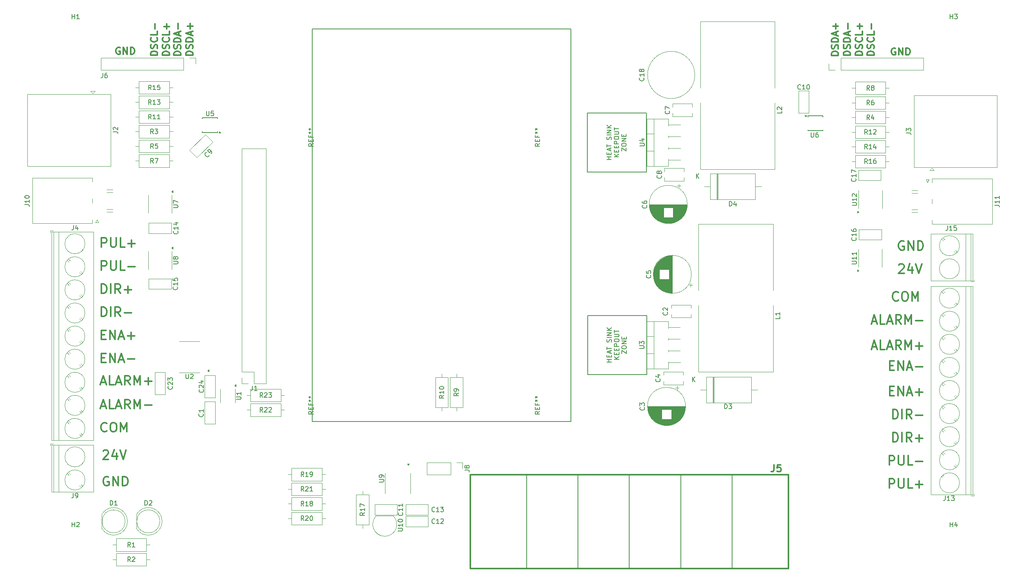
<source format=gbr>
%TF.GenerationSoftware,KiCad,Pcbnew,8.0.4*%
%TF.CreationDate,2024-12-05T04:30:44-06:00*%
%TF.ProjectId,mainpcb,6d61696e-7063-4622-9e6b-696361645f70,rev?*%
%TF.SameCoordinates,Original*%
%TF.FileFunction,Legend,Top*%
%TF.FilePolarity,Positive*%
%FSLAX46Y46*%
G04 Gerber Fmt 4.6, Leading zero omitted, Abs format (unit mm)*
G04 Created by KiCad (PCBNEW 8.0.4) date 2024-12-05 04:30:44*
%MOMM*%
%LPD*%
G01*
G04 APERTURE LIST*
%ADD10C,0.150000*%
%ADD11C,0.200000*%
%ADD12C,0.300000*%
%ADD13C,0.120000*%
G04 APERTURE END LIST*
D10*
X107195000Y-34320000D02*
X163195000Y-34320000D01*
X163195000Y-119320000D01*
X107195000Y-119320000D01*
X107195000Y-34320000D01*
D11*
X166770167Y-52518971D02*
X179570167Y-52518971D01*
X179570167Y-65318971D01*
X166770167Y-65318971D01*
X166770167Y-52518971D01*
X166792200Y-96375450D02*
X179592200Y-96375450D01*
X179592200Y-109175450D01*
X166792200Y-109175450D01*
X166792200Y-96375450D01*
D12*
X62008320Y-125745114D02*
X62103558Y-125649876D01*
X62103558Y-125649876D02*
X62294034Y-125554638D01*
X62294034Y-125554638D02*
X62770225Y-125554638D01*
X62770225Y-125554638D02*
X62960701Y-125649876D01*
X62960701Y-125649876D02*
X63055939Y-125745114D01*
X63055939Y-125745114D02*
X63151177Y-125935590D01*
X63151177Y-125935590D02*
X63151177Y-126126066D01*
X63151177Y-126126066D02*
X63055939Y-126411780D01*
X63055939Y-126411780D02*
X61913082Y-127554638D01*
X61913082Y-127554638D02*
X63151177Y-127554638D01*
X64865463Y-126221304D02*
X64865463Y-127554638D01*
X64389272Y-125459400D02*
X63913082Y-126887971D01*
X63913082Y-126887971D02*
X65151177Y-126887971D01*
X65627368Y-125554638D02*
X66294034Y-127554638D01*
X66294034Y-127554638D02*
X66960701Y-125554638D01*
X233420205Y-38543113D02*
X233277348Y-38471684D01*
X233277348Y-38471684D02*
X233063062Y-38471684D01*
X233063062Y-38471684D02*
X232848776Y-38543113D01*
X232848776Y-38543113D02*
X232705919Y-38685970D01*
X232705919Y-38685970D02*
X232634490Y-38828827D01*
X232634490Y-38828827D02*
X232563062Y-39114541D01*
X232563062Y-39114541D02*
X232563062Y-39328827D01*
X232563062Y-39328827D02*
X232634490Y-39614541D01*
X232634490Y-39614541D02*
X232705919Y-39757398D01*
X232705919Y-39757398D02*
X232848776Y-39900256D01*
X232848776Y-39900256D02*
X233063062Y-39971684D01*
X233063062Y-39971684D02*
X233205919Y-39971684D01*
X233205919Y-39971684D02*
X233420205Y-39900256D01*
X233420205Y-39900256D02*
X233491633Y-39828827D01*
X233491633Y-39828827D02*
X233491633Y-39328827D01*
X233491633Y-39328827D02*
X233205919Y-39328827D01*
X234134490Y-39971684D02*
X234134490Y-38471684D01*
X234134490Y-38471684D02*
X234991633Y-39971684D01*
X234991633Y-39971684D02*
X234991633Y-38471684D01*
X235705919Y-39971684D02*
X235705919Y-38471684D01*
X235705919Y-38471684D02*
X236063062Y-38471684D01*
X236063062Y-38471684D02*
X236277348Y-38543113D01*
X236277348Y-38543113D02*
X236420205Y-38685970D01*
X236420205Y-38685970D02*
X236491634Y-38828827D01*
X236491634Y-38828827D02*
X236563062Y-39114541D01*
X236563062Y-39114541D02*
X236563062Y-39328827D01*
X236563062Y-39328827D02*
X236491634Y-39614541D01*
X236491634Y-39614541D02*
X236420205Y-39757398D01*
X236420205Y-39757398D02*
X236277348Y-39900256D01*
X236277348Y-39900256D02*
X236063062Y-39971684D01*
X236063062Y-39971684D02*
X235705919Y-39971684D01*
X61538320Y-116008209D02*
X62490701Y-116008209D01*
X61347844Y-116579638D02*
X62014510Y-114579638D01*
X62014510Y-114579638D02*
X62681177Y-116579638D01*
X64300225Y-116579638D02*
X63347844Y-116579638D01*
X63347844Y-116579638D02*
X63347844Y-114579638D01*
X64871654Y-116008209D02*
X65824035Y-116008209D01*
X64681178Y-116579638D02*
X65347844Y-114579638D01*
X65347844Y-114579638D02*
X66014511Y-116579638D01*
X67824035Y-116579638D02*
X67157368Y-115627257D01*
X66681178Y-116579638D02*
X66681178Y-114579638D01*
X66681178Y-114579638D02*
X67443083Y-114579638D01*
X67443083Y-114579638D02*
X67633559Y-114674876D01*
X67633559Y-114674876D02*
X67728797Y-114770114D01*
X67728797Y-114770114D02*
X67824035Y-114960590D01*
X67824035Y-114960590D02*
X67824035Y-115246304D01*
X67824035Y-115246304D02*
X67728797Y-115436780D01*
X67728797Y-115436780D02*
X67633559Y-115532019D01*
X67633559Y-115532019D02*
X67443083Y-115627257D01*
X67443083Y-115627257D02*
X66681178Y-115627257D01*
X68681178Y-116579638D02*
X68681178Y-114579638D01*
X68681178Y-114579638D02*
X69347845Y-116008209D01*
X69347845Y-116008209D02*
X70014511Y-114579638D01*
X70014511Y-114579638D02*
X70014511Y-116579638D01*
X70966892Y-115817733D02*
X72490702Y-115817733D01*
X232088346Y-133749638D02*
X232088346Y-131749638D01*
X232088346Y-131749638D02*
X232850251Y-131749638D01*
X232850251Y-131749638D02*
X233040727Y-131844876D01*
X233040727Y-131844876D02*
X233135965Y-131940114D01*
X233135965Y-131940114D02*
X233231203Y-132130590D01*
X233231203Y-132130590D02*
X233231203Y-132416304D01*
X233231203Y-132416304D02*
X233135965Y-132606780D01*
X233135965Y-132606780D02*
X233040727Y-132702019D01*
X233040727Y-132702019D02*
X232850251Y-132797257D01*
X232850251Y-132797257D02*
X232088346Y-132797257D01*
X234088346Y-131749638D02*
X234088346Y-133368685D01*
X234088346Y-133368685D02*
X234183584Y-133559161D01*
X234183584Y-133559161D02*
X234278822Y-133654400D01*
X234278822Y-133654400D02*
X234469298Y-133749638D01*
X234469298Y-133749638D02*
X234850251Y-133749638D01*
X234850251Y-133749638D02*
X235040727Y-133654400D01*
X235040727Y-133654400D02*
X235135965Y-133559161D01*
X235135965Y-133559161D02*
X235231203Y-133368685D01*
X235231203Y-133368685D02*
X235231203Y-131749638D01*
X237135965Y-133749638D02*
X236183584Y-133749638D01*
X236183584Y-133749638D02*
X236183584Y-131749638D01*
X237802632Y-132987733D02*
X239326442Y-132987733D01*
X238564537Y-133749638D02*
X238564537Y-132225828D01*
X232850251Y-118749638D02*
X232850251Y-116749638D01*
X232850251Y-116749638D02*
X233326441Y-116749638D01*
X233326441Y-116749638D02*
X233612156Y-116844876D01*
X233612156Y-116844876D02*
X233802632Y-117035352D01*
X233802632Y-117035352D02*
X233897870Y-117225828D01*
X233897870Y-117225828D02*
X233993108Y-117606780D01*
X233993108Y-117606780D02*
X233993108Y-117892495D01*
X233993108Y-117892495D02*
X233897870Y-118273447D01*
X233897870Y-118273447D02*
X233802632Y-118463923D01*
X233802632Y-118463923D02*
X233612156Y-118654400D01*
X233612156Y-118654400D02*
X233326441Y-118749638D01*
X233326441Y-118749638D02*
X232850251Y-118749638D01*
X234850251Y-118749638D02*
X234850251Y-116749638D01*
X236945489Y-118749638D02*
X236278822Y-117797257D01*
X235802632Y-118749638D02*
X235802632Y-116749638D01*
X235802632Y-116749638D02*
X236564537Y-116749638D01*
X236564537Y-116749638D02*
X236755013Y-116844876D01*
X236755013Y-116844876D02*
X236850251Y-116940114D01*
X236850251Y-116940114D02*
X236945489Y-117130590D01*
X236945489Y-117130590D02*
X236945489Y-117416304D01*
X236945489Y-117416304D02*
X236850251Y-117606780D01*
X236850251Y-117606780D02*
X236755013Y-117702019D01*
X236755013Y-117702019D02*
X236564537Y-117797257D01*
X236564537Y-117797257D02*
X235802632Y-117797257D01*
X237802632Y-117987733D02*
X239326442Y-117987733D01*
X61633558Y-91579638D02*
X61633558Y-89579638D01*
X61633558Y-89579638D02*
X62109748Y-89579638D01*
X62109748Y-89579638D02*
X62395463Y-89674876D01*
X62395463Y-89674876D02*
X62585939Y-89865352D01*
X62585939Y-89865352D02*
X62681177Y-90055828D01*
X62681177Y-90055828D02*
X62776415Y-90436780D01*
X62776415Y-90436780D02*
X62776415Y-90722495D01*
X62776415Y-90722495D02*
X62681177Y-91103447D01*
X62681177Y-91103447D02*
X62585939Y-91293923D01*
X62585939Y-91293923D02*
X62395463Y-91484400D01*
X62395463Y-91484400D02*
X62109748Y-91579638D01*
X62109748Y-91579638D02*
X61633558Y-91579638D01*
X63633558Y-91579638D02*
X63633558Y-89579638D01*
X65728796Y-91579638D02*
X65062129Y-90627257D01*
X64585939Y-91579638D02*
X64585939Y-89579638D01*
X64585939Y-89579638D02*
X65347844Y-89579638D01*
X65347844Y-89579638D02*
X65538320Y-89674876D01*
X65538320Y-89674876D02*
X65633558Y-89770114D01*
X65633558Y-89770114D02*
X65728796Y-89960590D01*
X65728796Y-89960590D02*
X65728796Y-90246304D01*
X65728796Y-90246304D02*
X65633558Y-90436780D01*
X65633558Y-90436780D02*
X65538320Y-90532019D01*
X65538320Y-90532019D02*
X65347844Y-90627257D01*
X65347844Y-90627257D02*
X64585939Y-90627257D01*
X66585939Y-90817733D02*
X68109749Y-90817733D01*
X67347844Y-91579638D02*
X67347844Y-90055828D01*
X61633558Y-81579638D02*
X61633558Y-79579638D01*
X61633558Y-79579638D02*
X62395463Y-79579638D01*
X62395463Y-79579638D02*
X62585939Y-79674876D01*
X62585939Y-79674876D02*
X62681177Y-79770114D01*
X62681177Y-79770114D02*
X62776415Y-79960590D01*
X62776415Y-79960590D02*
X62776415Y-80246304D01*
X62776415Y-80246304D02*
X62681177Y-80436780D01*
X62681177Y-80436780D02*
X62585939Y-80532019D01*
X62585939Y-80532019D02*
X62395463Y-80627257D01*
X62395463Y-80627257D02*
X61633558Y-80627257D01*
X63633558Y-79579638D02*
X63633558Y-81198685D01*
X63633558Y-81198685D02*
X63728796Y-81389161D01*
X63728796Y-81389161D02*
X63824034Y-81484400D01*
X63824034Y-81484400D02*
X64014510Y-81579638D01*
X64014510Y-81579638D02*
X64395463Y-81579638D01*
X64395463Y-81579638D02*
X64585939Y-81484400D01*
X64585939Y-81484400D02*
X64681177Y-81389161D01*
X64681177Y-81389161D02*
X64776415Y-81198685D01*
X64776415Y-81198685D02*
X64776415Y-79579638D01*
X66681177Y-81579638D02*
X65728796Y-81579638D01*
X65728796Y-81579638D02*
X65728796Y-79579638D01*
X67347844Y-80817733D02*
X68871654Y-80817733D01*
X68109749Y-81579638D02*
X68109749Y-80055828D01*
X78762221Y-40053390D02*
X77262221Y-40053390D01*
X77262221Y-40053390D02*
X77262221Y-39696247D01*
X77262221Y-39696247D02*
X77333650Y-39481961D01*
X77333650Y-39481961D02*
X77476507Y-39339104D01*
X77476507Y-39339104D02*
X77619364Y-39267675D01*
X77619364Y-39267675D02*
X77905078Y-39196247D01*
X77905078Y-39196247D02*
X78119364Y-39196247D01*
X78119364Y-39196247D02*
X78405078Y-39267675D01*
X78405078Y-39267675D02*
X78547935Y-39339104D01*
X78547935Y-39339104D02*
X78690793Y-39481961D01*
X78690793Y-39481961D02*
X78762221Y-39696247D01*
X78762221Y-39696247D02*
X78762221Y-40053390D01*
X78690793Y-38624818D02*
X78762221Y-38410533D01*
X78762221Y-38410533D02*
X78762221Y-38053390D01*
X78762221Y-38053390D02*
X78690793Y-37910533D01*
X78690793Y-37910533D02*
X78619364Y-37839104D01*
X78619364Y-37839104D02*
X78476507Y-37767675D01*
X78476507Y-37767675D02*
X78333650Y-37767675D01*
X78333650Y-37767675D02*
X78190793Y-37839104D01*
X78190793Y-37839104D02*
X78119364Y-37910533D01*
X78119364Y-37910533D02*
X78047935Y-38053390D01*
X78047935Y-38053390D02*
X77976507Y-38339104D01*
X77976507Y-38339104D02*
X77905078Y-38481961D01*
X77905078Y-38481961D02*
X77833650Y-38553390D01*
X77833650Y-38553390D02*
X77690793Y-38624818D01*
X77690793Y-38624818D02*
X77547935Y-38624818D01*
X77547935Y-38624818D02*
X77405078Y-38553390D01*
X77405078Y-38553390D02*
X77333650Y-38481961D01*
X77333650Y-38481961D02*
X77262221Y-38339104D01*
X77262221Y-38339104D02*
X77262221Y-37981961D01*
X77262221Y-37981961D02*
X77333650Y-37767675D01*
X78762221Y-37124819D02*
X77262221Y-37124819D01*
X77262221Y-37124819D02*
X77262221Y-36767676D01*
X77262221Y-36767676D02*
X77333650Y-36553390D01*
X77333650Y-36553390D02*
X77476507Y-36410533D01*
X77476507Y-36410533D02*
X77619364Y-36339104D01*
X77619364Y-36339104D02*
X77905078Y-36267676D01*
X77905078Y-36267676D02*
X78119364Y-36267676D01*
X78119364Y-36267676D02*
X78405078Y-36339104D01*
X78405078Y-36339104D02*
X78547935Y-36410533D01*
X78547935Y-36410533D02*
X78690793Y-36553390D01*
X78690793Y-36553390D02*
X78762221Y-36767676D01*
X78762221Y-36767676D02*
X78762221Y-37124819D01*
X78333650Y-35696247D02*
X78333650Y-34981962D01*
X78762221Y-35839104D02*
X77262221Y-35339104D01*
X77262221Y-35339104D02*
X78762221Y-34839104D01*
X78190793Y-34339105D02*
X78190793Y-33196248D01*
X228374060Y-97678209D02*
X229326441Y-97678209D01*
X228183584Y-98249638D02*
X228850250Y-96249638D01*
X228850250Y-96249638D02*
X229516917Y-98249638D01*
X231135965Y-98249638D02*
X230183584Y-98249638D01*
X230183584Y-98249638D02*
X230183584Y-96249638D01*
X231707394Y-97678209D02*
X232659775Y-97678209D01*
X231516918Y-98249638D02*
X232183584Y-96249638D01*
X232183584Y-96249638D02*
X232850251Y-98249638D01*
X234659775Y-98249638D02*
X233993108Y-97297257D01*
X233516918Y-98249638D02*
X233516918Y-96249638D01*
X233516918Y-96249638D02*
X234278823Y-96249638D01*
X234278823Y-96249638D02*
X234469299Y-96344876D01*
X234469299Y-96344876D02*
X234564537Y-96440114D01*
X234564537Y-96440114D02*
X234659775Y-96630590D01*
X234659775Y-96630590D02*
X234659775Y-96916304D01*
X234659775Y-96916304D02*
X234564537Y-97106780D01*
X234564537Y-97106780D02*
X234469299Y-97202019D01*
X234469299Y-97202019D02*
X234278823Y-97297257D01*
X234278823Y-97297257D02*
X233516918Y-97297257D01*
X235516918Y-98249638D02*
X235516918Y-96249638D01*
X235516918Y-96249638D02*
X236183585Y-97678209D01*
X236183585Y-97678209D02*
X236850251Y-96249638D01*
X236850251Y-96249638D02*
X236850251Y-98249638D01*
X237802632Y-97487733D02*
X239326442Y-97487733D01*
X62776415Y-121389161D02*
X62681177Y-121484400D01*
X62681177Y-121484400D02*
X62395463Y-121579638D01*
X62395463Y-121579638D02*
X62204987Y-121579638D01*
X62204987Y-121579638D02*
X61919272Y-121484400D01*
X61919272Y-121484400D02*
X61728796Y-121293923D01*
X61728796Y-121293923D02*
X61633558Y-121103447D01*
X61633558Y-121103447D02*
X61538320Y-120722495D01*
X61538320Y-120722495D02*
X61538320Y-120436780D01*
X61538320Y-120436780D02*
X61633558Y-120055828D01*
X61633558Y-120055828D02*
X61728796Y-119865352D01*
X61728796Y-119865352D02*
X61919272Y-119674876D01*
X61919272Y-119674876D02*
X62204987Y-119579638D01*
X62204987Y-119579638D02*
X62395463Y-119579638D01*
X62395463Y-119579638D02*
X62681177Y-119674876D01*
X62681177Y-119674876D02*
X62776415Y-119770114D01*
X64014510Y-119579638D02*
X64395463Y-119579638D01*
X64395463Y-119579638D02*
X64585939Y-119674876D01*
X64585939Y-119674876D02*
X64776415Y-119865352D01*
X64776415Y-119865352D02*
X64871653Y-120246304D01*
X64871653Y-120246304D02*
X64871653Y-120912971D01*
X64871653Y-120912971D02*
X64776415Y-121293923D01*
X64776415Y-121293923D02*
X64585939Y-121484400D01*
X64585939Y-121484400D02*
X64395463Y-121579638D01*
X64395463Y-121579638D02*
X64014510Y-121579638D01*
X64014510Y-121579638D02*
X63824034Y-121484400D01*
X63824034Y-121484400D02*
X63633558Y-121293923D01*
X63633558Y-121293923D02*
X63538320Y-120912971D01*
X63538320Y-120912971D02*
X63538320Y-120246304D01*
X63538320Y-120246304D02*
X63633558Y-119865352D01*
X63633558Y-119865352D02*
X63824034Y-119674876D01*
X63824034Y-119674876D02*
X64014510Y-119579638D01*
X65728796Y-121579638D02*
X65728796Y-119579638D01*
X65728796Y-119579638D02*
X66395463Y-121008209D01*
X66395463Y-121008209D02*
X67062129Y-119579638D01*
X67062129Y-119579638D02*
X67062129Y-121579638D01*
X223670802Y-40035223D02*
X222170802Y-40035223D01*
X222170802Y-40035223D02*
X222170802Y-39678080D01*
X222170802Y-39678080D02*
X222242231Y-39463794D01*
X222242231Y-39463794D02*
X222385088Y-39320937D01*
X222385088Y-39320937D02*
X222527945Y-39249508D01*
X222527945Y-39249508D02*
X222813659Y-39178080D01*
X222813659Y-39178080D02*
X223027945Y-39178080D01*
X223027945Y-39178080D02*
X223313659Y-39249508D01*
X223313659Y-39249508D02*
X223456516Y-39320937D01*
X223456516Y-39320937D02*
X223599374Y-39463794D01*
X223599374Y-39463794D02*
X223670802Y-39678080D01*
X223670802Y-39678080D02*
X223670802Y-40035223D01*
X223599374Y-38606651D02*
X223670802Y-38392366D01*
X223670802Y-38392366D02*
X223670802Y-38035223D01*
X223670802Y-38035223D02*
X223599374Y-37892366D01*
X223599374Y-37892366D02*
X223527945Y-37820937D01*
X223527945Y-37820937D02*
X223385088Y-37749508D01*
X223385088Y-37749508D02*
X223242231Y-37749508D01*
X223242231Y-37749508D02*
X223099374Y-37820937D01*
X223099374Y-37820937D02*
X223027945Y-37892366D01*
X223027945Y-37892366D02*
X222956516Y-38035223D01*
X222956516Y-38035223D02*
X222885088Y-38320937D01*
X222885088Y-38320937D02*
X222813659Y-38463794D01*
X222813659Y-38463794D02*
X222742231Y-38535223D01*
X222742231Y-38535223D02*
X222599374Y-38606651D01*
X222599374Y-38606651D02*
X222456516Y-38606651D01*
X222456516Y-38606651D02*
X222313659Y-38535223D01*
X222313659Y-38535223D02*
X222242231Y-38463794D01*
X222242231Y-38463794D02*
X222170802Y-38320937D01*
X222170802Y-38320937D02*
X222170802Y-37963794D01*
X222170802Y-37963794D02*
X222242231Y-37749508D01*
X223670802Y-37106652D02*
X222170802Y-37106652D01*
X222170802Y-37106652D02*
X222170802Y-36749509D01*
X222170802Y-36749509D02*
X222242231Y-36535223D01*
X222242231Y-36535223D02*
X222385088Y-36392366D01*
X222385088Y-36392366D02*
X222527945Y-36320937D01*
X222527945Y-36320937D02*
X222813659Y-36249509D01*
X222813659Y-36249509D02*
X223027945Y-36249509D01*
X223027945Y-36249509D02*
X223313659Y-36320937D01*
X223313659Y-36320937D02*
X223456516Y-36392366D01*
X223456516Y-36392366D02*
X223599374Y-36535223D01*
X223599374Y-36535223D02*
X223670802Y-36749509D01*
X223670802Y-36749509D02*
X223670802Y-37106652D01*
X223242231Y-35678080D02*
X223242231Y-34963795D01*
X223670802Y-35820937D02*
X222170802Y-35320937D01*
X222170802Y-35320937D02*
X223670802Y-34820937D01*
X223099374Y-34320938D02*
X223099374Y-33178081D01*
X61538320Y-110858209D02*
X62490701Y-110858209D01*
X61347844Y-111429638D02*
X62014510Y-109429638D01*
X62014510Y-109429638D02*
X62681177Y-111429638D01*
X64300225Y-111429638D02*
X63347844Y-111429638D01*
X63347844Y-111429638D02*
X63347844Y-109429638D01*
X64871654Y-110858209D02*
X65824035Y-110858209D01*
X64681178Y-111429638D02*
X65347844Y-109429638D01*
X65347844Y-109429638D02*
X66014511Y-111429638D01*
X67824035Y-111429638D02*
X67157368Y-110477257D01*
X66681178Y-111429638D02*
X66681178Y-109429638D01*
X66681178Y-109429638D02*
X67443083Y-109429638D01*
X67443083Y-109429638D02*
X67633559Y-109524876D01*
X67633559Y-109524876D02*
X67728797Y-109620114D01*
X67728797Y-109620114D02*
X67824035Y-109810590D01*
X67824035Y-109810590D02*
X67824035Y-110096304D01*
X67824035Y-110096304D02*
X67728797Y-110286780D01*
X67728797Y-110286780D02*
X67633559Y-110382019D01*
X67633559Y-110382019D02*
X67443083Y-110477257D01*
X67443083Y-110477257D02*
X66681178Y-110477257D01*
X68681178Y-111429638D02*
X68681178Y-109429638D01*
X68681178Y-109429638D02*
X69347845Y-110858209D01*
X69347845Y-110858209D02*
X70014511Y-109429638D01*
X70014511Y-109429638D02*
X70014511Y-111429638D01*
X70966892Y-110667733D02*
X72490702Y-110667733D01*
X71728797Y-111429638D02*
X71728797Y-109905828D01*
X232088346Y-128749638D02*
X232088346Y-126749638D01*
X232088346Y-126749638D02*
X232850251Y-126749638D01*
X232850251Y-126749638D02*
X233040727Y-126844876D01*
X233040727Y-126844876D02*
X233135965Y-126940114D01*
X233135965Y-126940114D02*
X233231203Y-127130590D01*
X233231203Y-127130590D02*
X233231203Y-127416304D01*
X233231203Y-127416304D02*
X233135965Y-127606780D01*
X233135965Y-127606780D02*
X233040727Y-127702019D01*
X233040727Y-127702019D02*
X232850251Y-127797257D01*
X232850251Y-127797257D02*
X232088346Y-127797257D01*
X234088346Y-126749638D02*
X234088346Y-128368685D01*
X234088346Y-128368685D02*
X234183584Y-128559161D01*
X234183584Y-128559161D02*
X234278822Y-128654400D01*
X234278822Y-128654400D02*
X234469298Y-128749638D01*
X234469298Y-128749638D02*
X234850251Y-128749638D01*
X234850251Y-128749638D02*
X235040727Y-128654400D01*
X235040727Y-128654400D02*
X235135965Y-128559161D01*
X235135965Y-128559161D02*
X235231203Y-128368685D01*
X235231203Y-128368685D02*
X235231203Y-126749638D01*
X237135965Y-128749638D02*
X236183584Y-128749638D01*
X236183584Y-128749638D02*
X236183584Y-126749638D01*
X237802632Y-127987733D02*
X239326442Y-127987733D01*
X61633558Y-100532019D02*
X62300225Y-100532019D01*
X62585939Y-101579638D02*
X61633558Y-101579638D01*
X61633558Y-101579638D02*
X61633558Y-99579638D01*
X61633558Y-99579638D02*
X62585939Y-99579638D01*
X63443082Y-101579638D02*
X63443082Y-99579638D01*
X63443082Y-99579638D02*
X64585939Y-101579638D01*
X64585939Y-101579638D02*
X64585939Y-99579638D01*
X65443082Y-101008209D02*
X66395463Y-101008209D01*
X65252606Y-101579638D02*
X65919272Y-99579638D01*
X65919272Y-99579638D02*
X66585939Y-101579638D01*
X67252606Y-100817733D02*
X68776416Y-100817733D01*
X68014511Y-101579638D02*
X68014511Y-100055828D01*
X221057004Y-40068733D02*
X219557004Y-40068733D01*
X219557004Y-40068733D02*
X219557004Y-39711590D01*
X219557004Y-39711590D02*
X219628433Y-39497304D01*
X219628433Y-39497304D02*
X219771290Y-39354447D01*
X219771290Y-39354447D02*
X219914147Y-39283018D01*
X219914147Y-39283018D02*
X220199861Y-39211590D01*
X220199861Y-39211590D02*
X220414147Y-39211590D01*
X220414147Y-39211590D02*
X220699861Y-39283018D01*
X220699861Y-39283018D02*
X220842718Y-39354447D01*
X220842718Y-39354447D02*
X220985576Y-39497304D01*
X220985576Y-39497304D02*
X221057004Y-39711590D01*
X221057004Y-39711590D02*
X221057004Y-40068733D01*
X220985576Y-38640161D02*
X221057004Y-38425876D01*
X221057004Y-38425876D02*
X221057004Y-38068733D01*
X221057004Y-38068733D02*
X220985576Y-37925876D01*
X220985576Y-37925876D02*
X220914147Y-37854447D01*
X220914147Y-37854447D02*
X220771290Y-37783018D01*
X220771290Y-37783018D02*
X220628433Y-37783018D01*
X220628433Y-37783018D02*
X220485576Y-37854447D01*
X220485576Y-37854447D02*
X220414147Y-37925876D01*
X220414147Y-37925876D02*
X220342718Y-38068733D01*
X220342718Y-38068733D02*
X220271290Y-38354447D01*
X220271290Y-38354447D02*
X220199861Y-38497304D01*
X220199861Y-38497304D02*
X220128433Y-38568733D01*
X220128433Y-38568733D02*
X219985576Y-38640161D01*
X219985576Y-38640161D02*
X219842718Y-38640161D01*
X219842718Y-38640161D02*
X219699861Y-38568733D01*
X219699861Y-38568733D02*
X219628433Y-38497304D01*
X219628433Y-38497304D02*
X219557004Y-38354447D01*
X219557004Y-38354447D02*
X219557004Y-37997304D01*
X219557004Y-37997304D02*
X219628433Y-37783018D01*
X221057004Y-37140162D02*
X219557004Y-37140162D01*
X219557004Y-37140162D02*
X219557004Y-36783019D01*
X219557004Y-36783019D02*
X219628433Y-36568733D01*
X219628433Y-36568733D02*
X219771290Y-36425876D01*
X219771290Y-36425876D02*
X219914147Y-36354447D01*
X219914147Y-36354447D02*
X220199861Y-36283019D01*
X220199861Y-36283019D02*
X220414147Y-36283019D01*
X220414147Y-36283019D02*
X220699861Y-36354447D01*
X220699861Y-36354447D02*
X220842718Y-36425876D01*
X220842718Y-36425876D02*
X220985576Y-36568733D01*
X220985576Y-36568733D02*
X221057004Y-36783019D01*
X221057004Y-36783019D02*
X221057004Y-37140162D01*
X220628433Y-35711590D02*
X220628433Y-34997305D01*
X221057004Y-35854447D02*
X219557004Y-35354447D01*
X219557004Y-35354447D02*
X221057004Y-34854447D01*
X220485576Y-34354448D02*
X220485576Y-33211591D01*
X221057004Y-33783019D02*
X219914147Y-33783019D01*
X61633558Y-86579638D02*
X61633558Y-84579638D01*
X61633558Y-84579638D02*
X62395463Y-84579638D01*
X62395463Y-84579638D02*
X62585939Y-84674876D01*
X62585939Y-84674876D02*
X62681177Y-84770114D01*
X62681177Y-84770114D02*
X62776415Y-84960590D01*
X62776415Y-84960590D02*
X62776415Y-85246304D01*
X62776415Y-85246304D02*
X62681177Y-85436780D01*
X62681177Y-85436780D02*
X62585939Y-85532019D01*
X62585939Y-85532019D02*
X62395463Y-85627257D01*
X62395463Y-85627257D02*
X61633558Y-85627257D01*
X63633558Y-84579638D02*
X63633558Y-86198685D01*
X63633558Y-86198685D02*
X63728796Y-86389161D01*
X63728796Y-86389161D02*
X63824034Y-86484400D01*
X63824034Y-86484400D02*
X64014510Y-86579638D01*
X64014510Y-86579638D02*
X64395463Y-86579638D01*
X64395463Y-86579638D02*
X64585939Y-86484400D01*
X64585939Y-86484400D02*
X64681177Y-86389161D01*
X64681177Y-86389161D02*
X64776415Y-86198685D01*
X64776415Y-86198685D02*
X64776415Y-84579638D01*
X66681177Y-86579638D02*
X65728796Y-86579638D01*
X65728796Y-86579638D02*
X65728796Y-84579638D01*
X67347844Y-85817733D02*
X68871654Y-85817733D01*
X63151177Y-131364876D02*
X62960701Y-131269638D01*
X62960701Y-131269638D02*
X62674987Y-131269638D01*
X62674987Y-131269638D02*
X62389272Y-131364876D01*
X62389272Y-131364876D02*
X62198796Y-131555352D01*
X62198796Y-131555352D02*
X62103558Y-131745828D01*
X62103558Y-131745828D02*
X62008320Y-132126780D01*
X62008320Y-132126780D02*
X62008320Y-132412495D01*
X62008320Y-132412495D02*
X62103558Y-132793447D01*
X62103558Y-132793447D02*
X62198796Y-132983923D01*
X62198796Y-132983923D02*
X62389272Y-133174400D01*
X62389272Y-133174400D02*
X62674987Y-133269638D01*
X62674987Y-133269638D02*
X62865463Y-133269638D01*
X62865463Y-133269638D02*
X63151177Y-133174400D01*
X63151177Y-133174400D02*
X63246415Y-133079161D01*
X63246415Y-133079161D02*
X63246415Y-132412495D01*
X63246415Y-132412495D02*
X62865463Y-132412495D01*
X64103558Y-133269638D02*
X64103558Y-131269638D01*
X64103558Y-131269638D02*
X65246415Y-133269638D01*
X65246415Y-133269638D02*
X65246415Y-131269638D01*
X66198796Y-133269638D02*
X66198796Y-131269638D01*
X66198796Y-131269638D02*
X66674986Y-131269638D01*
X66674986Y-131269638D02*
X66960701Y-131364876D01*
X66960701Y-131364876D02*
X67151177Y-131555352D01*
X67151177Y-131555352D02*
X67246415Y-131745828D01*
X67246415Y-131745828D02*
X67341653Y-132126780D01*
X67341653Y-132126780D02*
X67341653Y-132412495D01*
X67341653Y-132412495D02*
X67246415Y-132793447D01*
X67246415Y-132793447D02*
X67151177Y-132983923D01*
X67151177Y-132983923D02*
X66960701Y-133174400D01*
X66960701Y-133174400D02*
X66674986Y-133269638D01*
X66674986Y-133269638D02*
X66198796Y-133269638D01*
X65619055Y-38398906D02*
X65476198Y-38327477D01*
X65476198Y-38327477D02*
X65261912Y-38327477D01*
X65261912Y-38327477D02*
X65047626Y-38398906D01*
X65047626Y-38398906D02*
X64904769Y-38541763D01*
X64904769Y-38541763D02*
X64833340Y-38684620D01*
X64833340Y-38684620D02*
X64761912Y-38970334D01*
X64761912Y-38970334D02*
X64761912Y-39184620D01*
X64761912Y-39184620D02*
X64833340Y-39470334D01*
X64833340Y-39470334D02*
X64904769Y-39613191D01*
X64904769Y-39613191D02*
X65047626Y-39756049D01*
X65047626Y-39756049D02*
X65261912Y-39827477D01*
X65261912Y-39827477D02*
X65404769Y-39827477D01*
X65404769Y-39827477D02*
X65619055Y-39756049D01*
X65619055Y-39756049D02*
X65690483Y-39684620D01*
X65690483Y-39684620D02*
X65690483Y-39184620D01*
X65690483Y-39184620D02*
X65404769Y-39184620D01*
X66333340Y-39827477D02*
X66333340Y-38327477D01*
X66333340Y-38327477D02*
X67190483Y-39827477D01*
X67190483Y-39827477D02*
X67190483Y-38327477D01*
X67904769Y-39827477D02*
X67904769Y-38327477D01*
X67904769Y-38327477D02*
X68261912Y-38327477D01*
X68261912Y-38327477D02*
X68476198Y-38398906D01*
X68476198Y-38398906D02*
X68619055Y-38541763D01*
X68619055Y-38541763D02*
X68690484Y-38684620D01*
X68690484Y-38684620D02*
X68761912Y-38970334D01*
X68761912Y-38970334D02*
X68761912Y-39184620D01*
X68761912Y-39184620D02*
X68690484Y-39470334D01*
X68690484Y-39470334D02*
X68619055Y-39613191D01*
X68619055Y-39613191D02*
X68476198Y-39756049D01*
X68476198Y-39756049D02*
X68261912Y-39827477D01*
X68261912Y-39827477D02*
X67904769Y-39827477D01*
X232183584Y-112702019D02*
X232850251Y-112702019D01*
X233135965Y-113749638D02*
X232183584Y-113749638D01*
X232183584Y-113749638D02*
X232183584Y-111749638D01*
X232183584Y-111749638D02*
X233135965Y-111749638D01*
X233993108Y-113749638D02*
X233993108Y-111749638D01*
X233993108Y-111749638D02*
X235135965Y-113749638D01*
X235135965Y-113749638D02*
X235135965Y-111749638D01*
X235993108Y-113178209D02*
X236945489Y-113178209D01*
X235802632Y-113749638D02*
X236469298Y-111749638D01*
X236469298Y-111749638D02*
X237135965Y-113749638D01*
X237802632Y-112987733D02*
X239326442Y-112987733D01*
X238564537Y-113749638D02*
X238564537Y-112225828D01*
X228793655Y-40009184D02*
X227293655Y-40009184D01*
X227293655Y-40009184D02*
X227293655Y-39652041D01*
X227293655Y-39652041D02*
X227365084Y-39437755D01*
X227365084Y-39437755D02*
X227507941Y-39294898D01*
X227507941Y-39294898D02*
X227650798Y-39223469D01*
X227650798Y-39223469D02*
X227936512Y-39152041D01*
X227936512Y-39152041D02*
X228150798Y-39152041D01*
X228150798Y-39152041D02*
X228436512Y-39223469D01*
X228436512Y-39223469D02*
X228579369Y-39294898D01*
X228579369Y-39294898D02*
X228722227Y-39437755D01*
X228722227Y-39437755D02*
X228793655Y-39652041D01*
X228793655Y-39652041D02*
X228793655Y-40009184D01*
X228722227Y-38580612D02*
X228793655Y-38366327D01*
X228793655Y-38366327D02*
X228793655Y-38009184D01*
X228793655Y-38009184D02*
X228722227Y-37866327D01*
X228722227Y-37866327D02*
X228650798Y-37794898D01*
X228650798Y-37794898D02*
X228507941Y-37723469D01*
X228507941Y-37723469D02*
X228365084Y-37723469D01*
X228365084Y-37723469D02*
X228222227Y-37794898D01*
X228222227Y-37794898D02*
X228150798Y-37866327D01*
X228150798Y-37866327D02*
X228079369Y-38009184D01*
X228079369Y-38009184D02*
X228007941Y-38294898D01*
X228007941Y-38294898D02*
X227936512Y-38437755D01*
X227936512Y-38437755D02*
X227865084Y-38509184D01*
X227865084Y-38509184D02*
X227722227Y-38580612D01*
X227722227Y-38580612D02*
X227579369Y-38580612D01*
X227579369Y-38580612D02*
X227436512Y-38509184D01*
X227436512Y-38509184D02*
X227365084Y-38437755D01*
X227365084Y-38437755D02*
X227293655Y-38294898D01*
X227293655Y-38294898D02*
X227293655Y-37937755D01*
X227293655Y-37937755D02*
X227365084Y-37723469D01*
X228650798Y-36223470D02*
X228722227Y-36294898D01*
X228722227Y-36294898D02*
X228793655Y-36509184D01*
X228793655Y-36509184D02*
X228793655Y-36652041D01*
X228793655Y-36652041D02*
X228722227Y-36866327D01*
X228722227Y-36866327D02*
X228579369Y-37009184D01*
X228579369Y-37009184D02*
X228436512Y-37080613D01*
X228436512Y-37080613D02*
X228150798Y-37152041D01*
X228150798Y-37152041D02*
X227936512Y-37152041D01*
X227936512Y-37152041D02*
X227650798Y-37080613D01*
X227650798Y-37080613D02*
X227507941Y-37009184D01*
X227507941Y-37009184D02*
X227365084Y-36866327D01*
X227365084Y-36866327D02*
X227293655Y-36652041D01*
X227293655Y-36652041D02*
X227293655Y-36509184D01*
X227293655Y-36509184D02*
X227365084Y-36294898D01*
X227365084Y-36294898D02*
X227436512Y-36223470D01*
X228793655Y-34866327D02*
X228793655Y-35580613D01*
X228793655Y-35580613D02*
X227293655Y-35580613D01*
X228222227Y-34366327D02*
X228222227Y-33223470D01*
D11*
X171969531Y-106442116D02*
X170969531Y-106442116D01*
X171445721Y-106442116D02*
X171445721Y-105870688D01*
X171969531Y-105870688D02*
X170969531Y-105870688D01*
X171445721Y-105394497D02*
X171445721Y-105061164D01*
X171969531Y-104918307D02*
X171969531Y-105394497D01*
X171969531Y-105394497D02*
X170969531Y-105394497D01*
X170969531Y-105394497D02*
X170969531Y-104918307D01*
X171683816Y-104537354D02*
X171683816Y-104061164D01*
X171969531Y-104632592D02*
X170969531Y-104299259D01*
X170969531Y-104299259D02*
X171969531Y-103965926D01*
X170969531Y-103775449D02*
X170969531Y-103204021D01*
X171969531Y-103489735D02*
X170969531Y-103489735D01*
X171921912Y-102156401D02*
X171969531Y-102013544D01*
X171969531Y-102013544D02*
X171969531Y-101775449D01*
X171969531Y-101775449D02*
X171921912Y-101680211D01*
X171921912Y-101680211D02*
X171874292Y-101632592D01*
X171874292Y-101632592D02*
X171779054Y-101584973D01*
X171779054Y-101584973D02*
X171683816Y-101584973D01*
X171683816Y-101584973D02*
X171588578Y-101632592D01*
X171588578Y-101632592D02*
X171540959Y-101680211D01*
X171540959Y-101680211D02*
X171493340Y-101775449D01*
X171493340Y-101775449D02*
X171445721Y-101965925D01*
X171445721Y-101965925D02*
X171398102Y-102061163D01*
X171398102Y-102061163D02*
X171350483Y-102108782D01*
X171350483Y-102108782D02*
X171255245Y-102156401D01*
X171255245Y-102156401D02*
X171160007Y-102156401D01*
X171160007Y-102156401D02*
X171064769Y-102108782D01*
X171064769Y-102108782D02*
X171017150Y-102061163D01*
X171017150Y-102061163D02*
X170969531Y-101965925D01*
X170969531Y-101965925D02*
X170969531Y-101727830D01*
X170969531Y-101727830D02*
X171017150Y-101584973D01*
X171969531Y-101156401D02*
X170969531Y-101156401D01*
X171969531Y-100680211D02*
X170969531Y-100680211D01*
X170969531Y-100680211D02*
X171969531Y-100108783D01*
X171969531Y-100108783D02*
X170969531Y-100108783D01*
X171969531Y-99632592D02*
X170969531Y-99632592D01*
X171969531Y-99061164D02*
X171398102Y-99489735D01*
X170969531Y-99061164D02*
X171540959Y-99632592D01*
X173579475Y-105870687D02*
X172579475Y-105870687D01*
X173579475Y-105299259D02*
X173008046Y-105727830D01*
X172579475Y-105299259D02*
X173150903Y-105870687D01*
X173055665Y-104870687D02*
X173055665Y-104537354D01*
X173579475Y-104394497D02*
X173579475Y-104870687D01*
X173579475Y-104870687D02*
X172579475Y-104870687D01*
X172579475Y-104870687D02*
X172579475Y-104394497D01*
X173055665Y-103965925D02*
X173055665Y-103632592D01*
X173579475Y-103489735D02*
X173579475Y-103965925D01*
X173579475Y-103965925D02*
X172579475Y-103965925D01*
X172579475Y-103965925D02*
X172579475Y-103489735D01*
X173579475Y-103061163D02*
X172579475Y-103061163D01*
X172579475Y-103061163D02*
X172579475Y-102680211D01*
X172579475Y-102680211D02*
X172627094Y-102584973D01*
X172627094Y-102584973D02*
X172674713Y-102537354D01*
X172674713Y-102537354D02*
X172769951Y-102489735D01*
X172769951Y-102489735D02*
X172912808Y-102489735D01*
X172912808Y-102489735D02*
X173008046Y-102537354D01*
X173008046Y-102537354D02*
X173055665Y-102584973D01*
X173055665Y-102584973D02*
X173103284Y-102680211D01*
X173103284Y-102680211D02*
X173103284Y-103061163D01*
X172579475Y-101870687D02*
X172579475Y-101680211D01*
X172579475Y-101680211D02*
X172627094Y-101584973D01*
X172627094Y-101584973D02*
X172722332Y-101489735D01*
X172722332Y-101489735D02*
X172912808Y-101442116D01*
X172912808Y-101442116D02*
X173246141Y-101442116D01*
X173246141Y-101442116D02*
X173436617Y-101489735D01*
X173436617Y-101489735D02*
X173531856Y-101584973D01*
X173531856Y-101584973D02*
X173579475Y-101680211D01*
X173579475Y-101680211D02*
X173579475Y-101870687D01*
X173579475Y-101870687D02*
X173531856Y-101965925D01*
X173531856Y-101965925D02*
X173436617Y-102061163D01*
X173436617Y-102061163D02*
X173246141Y-102108782D01*
X173246141Y-102108782D02*
X172912808Y-102108782D01*
X172912808Y-102108782D02*
X172722332Y-102061163D01*
X172722332Y-102061163D02*
X172627094Y-101965925D01*
X172627094Y-101965925D02*
X172579475Y-101870687D01*
X172579475Y-101013544D02*
X173388998Y-101013544D01*
X173388998Y-101013544D02*
X173484236Y-100965925D01*
X173484236Y-100965925D02*
X173531856Y-100918306D01*
X173531856Y-100918306D02*
X173579475Y-100823068D01*
X173579475Y-100823068D02*
X173579475Y-100632592D01*
X173579475Y-100632592D02*
X173531856Y-100537354D01*
X173531856Y-100537354D02*
X173484236Y-100489735D01*
X173484236Y-100489735D02*
X173388998Y-100442116D01*
X173388998Y-100442116D02*
X172579475Y-100442116D01*
X172579475Y-100108782D02*
X172579475Y-99537354D01*
X173579475Y-99823068D02*
X172579475Y-99823068D01*
X174189419Y-104608782D02*
X174189419Y-103942116D01*
X174189419Y-103942116D02*
X175189419Y-104608782D01*
X175189419Y-104608782D02*
X175189419Y-103942116D01*
X174189419Y-103370687D02*
X174189419Y-103180211D01*
X174189419Y-103180211D02*
X174237038Y-103084973D01*
X174237038Y-103084973D02*
X174332276Y-102989735D01*
X174332276Y-102989735D02*
X174522752Y-102942116D01*
X174522752Y-102942116D02*
X174856085Y-102942116D01*
X174856085Y-102942116D02*
X175046561Y-102989735D01*
X175046561Y-102989735D02*
X175141800Y-103084973D01*
X175141800Y-103084973D02*
X175189419Y-103180211D01*
X175189419Y-103180211D02*
X175189419Y-103370687D01*
X175189419Y-103370687D02*
X175141800Y-103465925D01*
X175141800Y-103465925D02*
X175046561Y-103561163D01*
X175046561Y-103561163D02*
X174856085Y-103608782D01*
X174856085Y-103608782D02*
X174522752Y-103608782D01*
X174522752Y-103608782D02*
X174332276Y-103561163D01*
X174332276Y-103561163D02*
X174237038Y-103465925D01*
X174237038Y-103465925D02*
X174189419Y-103370687D01*
X175189419Y-102513544D02*
X174189419Y-102513544D01*
X174189419Y-102513544D02*
X175189419Y-101942116D01*
X175189419Y-101942116D02*
X174189419Y-101942116D01*
X174665609Y-101465925D02*
X174665609Y-101132592D01*
X175189419Y-100989735D02*
X175189419Y-101465925D01*
X175189419Y-101465925D02*
X174189419Y-101465925D01*
X174189419Y-101465925D02*
X174189419Y-100989735D01*
D12*
X234159774Y-85440114D02*
X234255012Y-85344876D01*
X234255012Y-85344876D02*
X234445488Y-85249638D01*
X234445488Y-85249638D02*
X234921679Y-85249638D01*
X234921679Y-85249638D02*
X235112155Y-85344876D01*
X235112155Y-85344876D02*
X235207393Y-85440114D01*
X235207393Y-85440114D02*
X235302631Y-85630590D01*
X235302631Y-85630590D02*
X235302631Y-85821066D01*
X235302631Y-85821066D02*
X235207393Y-86106780D01*
X235207393Y-86106780D02*
X234064536Y-87249638D01*
X234064536Y-87249638D02*
X235302631Y-87249638D01*
X237016917Y-85916304D02*
X237016917Y-87249638D01*
X236540726Y-85154400D02*
X236064536Y-86582971D01*
X236064536Y-86582971D02*
X237302631Y-86582971D01*
X237778822Y-85249638D02*
X238445488Y-87249638D01*
X238445488Y-87249638D02*
X239112155Y-85249638D01*
X76299219Y-40028257D02*
X74799219Y-40028257D01*
X74799219Y-40028257D02*
X74799219Y-39671114D01*
X74799219Y-39671114D02*
X74870648Y-39456828D01*
X74870648Y-39456828D02*
X75013505Y-39313971D01*
X75013505Y-39313971D02*
X75156362Y-39242542D01*
X75156362Y-39242542D02*
X75442076Y-39171114D01*
X75442076Y-39171114D02*
X75656362Y-39171114D01*
X75656362Y-39171114D02*
X75942076Y-39242542D01*
X75942076Y-39242542D02*
X76084933Y-39313971D01*
X76084933Y-39313971D02*
X76227791Y-39456828D01*
X76227791Y-39456828D02*
X76299219Y-39671114D01*
X76299219Y-39671114D02*
X76299219Y-40028257D01*
X76227791Y-38599685D02*
X76299219Y-38385400D01*
X76299219Y-38385400D02*
X76299219Y-38028257D01*
X76299219Y-38028257D02*
X76227791Y-37885400D01*
X76227791Y-37885400D02*
X76156362Y-37813971D01*
X76156362Y-37813971D02*
X76013505Y-37742542D01*
X76013505Y-37742542D02*
X75870648Y-37742542D01*
X75870648Y-37742542D02*
X75727791Y-37813971D01*
X75727791Y-37813971D02*
X75656362Y-37885400D01*
X75656362Y-37885400D02*
X75584933Y-38028257D01*
X75584933Y-38028257D02*
X75513505Y-38313971D01*
X75513505Y-38313971D02*
X75442076Y-38456828D01*
X75442076Y-38456828D02*
X75370648Y-38528257D01*
X75370648Y-38528257D02*
X75227791Y-38599685D01*
X75227791Y-38599685D02*
X75084933Y-38599685D01*
X75084933Y-38599685D02*
X74942076Y-38528257D01*
X74942076Y-38528257D02*
X74870648Y-38456828D01*
X74870648Y-38456828D02*
X74799219Y-38313971D01*
X74799219Y-38313971D02*
X74799219Y-37956828D01*
X74799219Y-37956828D02*
X74870648Y-37742542D01*
X76156362Y-36242543D02*
X76227791Y-36313971D01*
X76227791Y-36313971D02*
X76299219Y-36528257D01*
X76299219Y-36528257D02*
X76299219Y-36671114D01*
X76299219Y-36671114D02*
X76227791Y-36885400D01*
X76227791Y-36885400D02*
X76084933Y-37028257D01*
X76084933Y-37028257D02*
X75942076Y-37099686D01*
X75942076Y-37099686D02*
X75656362Y-37171114D01*
X75656362Y-37171114D02*
X75442076Y-37171114D01*
X75442076Y-37171114D02*
X75156362Y-37099686D01*
X75156362Y-37099686D02*
X75013505Y-37028257D01*
X75013505Y-37028257D02*
X74870648Y-36885400D01*
X74870648Y-36885400D02*
X74799219Y-36671114D01*
X74799219Y-36671114D02*
X74799219Y-36528257D01*
X74799219Y-36528257D02*
X74870648Y-36313971D01*
X74870648Y-36313971D02*
X74942076Y-36242543D01*
X76299219Y-34885400D02*
X76299219Y-35599686D01*
X76299219Y-35599686D02*
X74799219Y-35599686D01*
X75727791Y-34385400D02*
X75727791Y-33242543D01*
X76299219Y-33813971D02*
X75156362Y-33813971D01*
X234040727Y-93059161D02*
X233945489Y-93154400D01*
X233945489Y-93154400D02*
X233659775Y-93249638D01*
X233659775Y-93249638D02*
X233469299Y-93249638D01*
X233469299Y-93249638D02*
X233183584Y-93154400D01*
X233183584Y-93154400D02*
X232993108Y-92963923D01*
X232993108Y-92963923D02*
X232897870Y-92773447D01*
X232897870Y-92773447D02*
X232802632Y-92392495D01*
X232802632Y-92392495D02*
X232802632Y-92106780D01*
X232802632Y-92106780D02*
X232897870Y-91725828D01*
X232897870Y-91725828D02*
X232993108Y-91535352D01*
X232993108Y-91535352D02*
X233183584Y-91344876D01*
X233183584Y-91344876D02*
X233469299Y-91249638D01*
X233469299Y-91249638D02*
X233659775Y-91249638D01*
X233659775Y-91249638D02*
X233945489Y-91344876D01*
X233945489Y-91344876D02*
X234040727Y-91440114D01*
X235278822Y-91249638D02*
X235659775Y-91249638D01*
X235659775Y-91249638D02*
X235850251Y-91344876D01*
X235850251Y-91344876D02*
X236040727Y-91535352D01*
X236040727Y-91535352D02*
X236135965Y-91916304D01*
X236135965Y-91916304D02*
X236135965Y-92582971D01*
X236135965Y-92582971D02*
X236040727Y-92963923D01*
X236040727Y-92963923D02*
X235850251Y-93154400D01*
X235850251Y-93154400D02*
X235659775Y-93249638D01*
X235659775Y-93249638D02*
X235278822Y-93249638D01*
X235278822Y-93249638D02*
X235088346Y-93154400D01*
X235088346Y-93154400D02*
X234897870Y-92963923D01*
X234897870Y-92963923D02*
X234802632Y-92582971D01*
X234802632Y-92582971D02*
X234802632Y-91916304D01*
X234802632Y-91916304D02*
X234897870Y-91535352D01*
X234897870Y-91535352D02*
X235088346Y-91344876D01*
X235088346Y-91344876D02*
X235278822Y-91249638D01*
X236993108Y-93249638D02*
X236993108Y-91249638D01*
X236993108Y-91249638D02*
X237659775Y-92678209D01*
X237659775Y-92678209D02*
X238326441Y-91249638D01*
X238326441Y-91249638D02*
X238326441Y-93249638D01*
D11*
X171947498Y-62585637D02*
X170947498Y-62585637D01*
X171423688Y-62585637D02*
X171423688Y-62014209D01*
X171947498Y-62014209D02*
X170947498Y-62014209D01*
X171423688Y-61538018D02*
X171423688Y-61204685D01*
X171947498Y-61061828D02*
X171947498Y-61538018D01*
X171947498Y-61538018D02*
X170947498Y-61538018D01*
X170947498Y-61538018D02*
X170947498Y-61061828D01*
X171661783Y-60680875D02*
X171661783Y-60204685D01*
X171947498Y-60776113D02*
X170947498Y-60442780D01*
X170947498Y-60442780D02*
X171947498Y-60109447D01*
X170947498Y-59918970D02*
X170947498Y-59347542D01*
X171947498Y-59633256D02*
X170947498Y-59633256D01*
X171899879Y-58299922D02*
X171947498Y-58157065D01*
X171947498Y-58157065D02*
X171947498Y-57918970D01*
X171947498Y-57918970D02*
X171899879Y-57823732D01*
X171899879Y-57823732D02*
X171852259Y-57776113D01*
X171852259Y-57776113D02*
X171757021Y-57728494D01*
X171757021Y-57728494D02*
X171661783Y-57728494D01*
X171661783Y-57728494D02*
X171566545Y-57776113D01*
X171566545Y-57776113D02*
X171518926Y-57823732D01*
X171518926Y-57823732D02*
X171471307Y-57918970D01*
X171471307Y-57918970D02*
X171423688Y-58109446D01*
X171423688Y-58109446D02*
X171376069Y-58204684D01*
X171376069Y-58204684D02*
X171328450Y-58252303D01*
X171328450Y-58252303D02*
X171233212Y-58299922D01*
X171233212Y-58299922D02*
X171137974Y-58299922D01*
X171137974Y-58299922D02*
X171042736Y-58252303D01*
X171042736Y-58252303D02*
X170995117Y-58204684D01*
X170995117Y-58204684D02*
X170947498Y-58109446D01*
X170947498Y-58109446D02*
X170947498Y-57871351D01*
X170947498Y-57871351D02*
X170995117Y-57728494D01*
X171947498Y-57299922D02*
X170947498Y-57299922D01*
X171947498Y-56823732D02*
X170947498Y-56823732D01*
X170947498Y-56823732D02*
X171947498Y-56252304D01*
X171947498Y-56252304D02*
X170947498Y-56252304D01*
X171947498Y-55776113D02*
X170947498Y-55776113D01*
X171947498Y-55204685D02*
X171376069Y-55633256D01*
X170947498Y-55204685D02*
X171518926Y-55776113D01*
X173557442Y-62014208D02*
X172557442Y-62014208D01*
X173557442Y-61442780D02*
X172986013Y-61871351D01*
X172557442Y-61442780D02*
X173128870Y-62014208D01*
X173033632Y-61014208D02*
X173033632Y-60680875D01*
X173557442Y-60538018D02*
X173557442Y-61014208D01*
X173557442Y-61014208D02*
X172557442Y-61014208D01*
X172557442Y-61014208D02*
X172557442Y-60538018D01*
X173033632Y-60109446D02*
X173033632Y-59776113D01*
X173557442Y-59633256D02*
X173557442Y-60109446D01*
X173557442Y-60109446D02*
X172557442Y-60109446D01*
X172557442Y-60109446D02*
X172557442Y-59633256D01*
X173557442Y-59204684D02*
X172557442Y-59204684D01*
X172557442Y-59204684D02*
X172557442Y-58823732D01*
X172557442Y-58823732D02*
X172605061Y-58728494D01*
X172605061Y-58728494D02*
X172652680Y-58680875D01*
X172652680Y-58680875D02*
X172747918Y-58633256D01*
X172747918Y-58633256D02*
X172890775Y-58633256D01*
X172890775Y-58633256D02*
X172986013Y-58680875D01*
X172986013Y-58680875D02*
X173033632Y-58728494D01*
X173033632Y-58728494D02*
X173081251Y-58823732D01*
X173081251Y-58823732D02*
X173081251Y-59204684D01*
X172557442Y-58014208D02*
X172557442Y-57823732D01*
X172557442Y-57823732D02*
X172605061Y-57728494D01*
X172605061Y-57728494D02*
X172700299Y-57633256D01*
X172700299Y-57633256D02*
X172890775Y-57585637D01*
X172890775Y-57585637D02*
X173224108Y-57585637D01*
X173224108Y-57585637D02*
X173414584Y-57633256D01*
X173414584Y-57633256D02*
X173509823Y-57728494D01*
X173509823Y-57728494D02*
X173557442Y-57823732D01*
X173557442Y-57823732D02*
X173557442Y-58014208D01*
X173557442Y-58014208D02*
X173509823Y-58109446D01*
X173509823Y-58109446D02*
X173414584Y-58204684D01*
X173414584Y-58204684D02*
X173224108Y-58252303D01*
X173224108Y-58252303D02*
X172890775Y-58252303D01*
X172890775Y-58252303D02*
X172700299Y-58204684D01*
X172700299Y-58204684D02*
X172605061Y-58109446D01*
X172605061Y-58109446D02*
X172557442Y-58014208D01*
X172557442Y-57157065D02*
X173366965Y-57157065D01*
X173366965Y-57157065D02*
X173462203Y-57109446D01*
X173462203Y-57109446D02*
X173509823Y-57061827D01*
X173509823Y-57061827D02*
X173557442Y-56966589D01*
X173557442Y-56966589D02*
X173557442Y-56776113D01*
X173557442Y-56776113D02*
X173509823Y-56680875D01*
X173509823Y-56680875D02*
X173462203Y-56633256D01*
X173462203Y-56633256D02*
X173366965Y-56585637D01*
X173366965Y-56585637D02*
X172557442Y-56585637D01*
X172557442Y-56252303D02*
X172557442Y-55680875D01*
X173557442Y-55966589D02*
X172557442Y-55966589D01*
X174167386Y-60752303D02*
X174167386Y-60085637D01*
X174167386Y-60085637D02*
X175167386Y-60752303D01*
X175167386Y-60752303D02*
X175167386Y-60085637D01*
X174167386Y-59514208D02*
X174167386Y-59323732D01*
X174167386Y-59323732D02*
X174215005Y-59228494D01*
X174215005Y-59228494D02*
X174310243Y-59133256D01*
X174310243Y-59133256D02*
X174500719Y-59085637D01*
X174500719Y-59085637D02*
X174834052Y-59085637D01*
X174834052Y-59085637D02*
X175024528Y-59133256D01*
X175024528Y-59133256D02*
X175119767Y-59228494D01*
X175119767Y-59228494D02*
X175167386Y-59323732D01*
X175167386Y-59323732D02*
X175167386Y-59514208D01*
X175167386Y-59514208D02*
X175119767Y-59609446D01*
X175119767Y-59609446D02*
X175024528Y-59704684D01*
X175024528Y-59704684D02*
X174834052Y-59752303D01*
X174834052Y-59752303D02*
X174500719Y-59752303D01*
X174500719Y-59752303D02*
X174310243Y-59704684D01*
X174310243Y-59704684D02*
X174215005Y-59609446D01*
X174215005Y-59609446D02*
X174167386Y-59514208D01*
X175167386Y-58657065D02*
X174167386Y-58657065D01*
X174167386Y-58657065D02*
X175167386Y-58085637D01*
X175167386Y-58085637D02*
X174167386Y-58085637D01*
X174643576Y-57609446D02*
X174643576Y-57276113D01*
X175167386Y-57133256D02*
X175167386Y-57609446D01*
X175167386Y-57609446D02*
X174167386Y-57609446D01*
X174167386Y-57609446D02*
X174167386Y-57133256D01*
D12*
X228374060Y-103178209D02*
X229326441Y-103178209D01*
X228183584Y-103749638D02*
X228850250Y-101749638D01*
X228850250Y-101749638D02*
X229516917Y-103749638D01*
X231135965Y-103749638D02*
X230183584Y-103749638D01*
X230183584Y-103749638D02*
X230183584Y-101749638D01*
X231707394Y-103178209D02*
X232659775Y-103178209D01*
X231516918Y-103749638D02*
X232183584Y-101749638D01*
X232183584Y-101749638D02*
X232850251Y-103749638D01*
X234659775Y-103749638D02*
X233993108Y-102797257D01*
X233516918Y-103749638D02*
X233516918Y-101749638D01*
X233516918Y-101749638D02*
X234278823Y-101749638D01*
X234278823Y-101749638D02*
X234469299Y-101844876D01*
X234469299Y-101844876D02*
X234564537Y-101940114D01*
X234564537Y-101940114D02*
X234659775Y-102130590D01*
X234659775Y-102130590D02*
X234659775Y-102416304D01*
X234659775Y-102416304D02*
X234564537Y-102606780D01*
X234564537Y-102606780D02*
X234469299Y-102702019D01*
X234469299Y-102702019D02*
X234278823Y-102797257D01*
X234278823Y-102797257D02*
X233516918Y-102797257D01*
X235516918Y-103749638D02*
X235516918Y-101749638D01*
X235516918Y-101749638D02*
X236183585Y-103178209D01*
X236183585Y-103178209D02*
X236850251Y-101749638D01*
X236850251Y-101749638D02*
X236850251Y-103749638D01*
X237802632Y-102987733D02*
X239326442Y-102987733D01*
X238564537Y-103749638D02*
X238564537Y-102225828D01*
X61633558Y-96579638D02*
X61633558Y-94579638D01*
X61633558Y-94579638D02*
X62109748Y-94579638D01*
X62109748Y-94579638D02*
X62395463Y-94674876D01*
X62395463Y-94674876D02*
X62585939Y-94865352D01*
X62585939Y-94865352D02*
X62681177Y-95055828D01*
X62681177Y-95055828D02*
X62776415Y-95436780D01*
X62776415Y-95436780D02*
X62776415Y-95722495D01*
X62776415Y-95722495D02*
X62681177Y-96103447D01*
X62681177Y-96103447D02*
X62585939Y-96293923D01*
X62585939Y-96293923D02*
X62395463Y-96484400D01*
X62395463Y-96484400D02*
X62109748Y-96579638D01*
X62109748Y-96579638D02*
X61633558Y-96579638D01*
X63633558Y-96579638D02*
X63633558Y-94579638D01*
X65728796Y-96579638D02*
X65062129Y-95627257D01*
X64585939Y-96579638D02*
X64585939Y-94579638D01*
X64585939Y-94579638D02*
X65347844Y-94579638D01*
X65347844Y-94579638D02*
X65538320Y-94674876D01*
X65538320Y-94674876D02*
X65633558Y-94770114D01*
X65633558Y-94770114D02*
X65728796Y-94960590D01*
X65728796Y-94960590D02*
X65728796Y-95246304D01*
X65728796Y-95246304D02*
X65633558Y-95436780D01*
X65633558Y-95436780D02*
X65538320Y-95532019D01*
X65538320Y-95532019D02*
X65347844Y-95627257D01*
X65347844Y-95627257D02*
X64585939Y-95627257D01*
X66585939Y-95817733D02*
X68109749Y-95817733D01*
X73735687Y-40003124D02*
X72235687Y-40003124D01*
X72235687Y-40003124D02*
X72235687Y-39645981D01*
X72235687Y-39645981D02*
X72307116Y-39431695D01*
X72307116Y-39431695D02*
X72449973Y-39288838D01*
X72449973Y-39288838D02*
X72592830Y-39217409D01*
X72592830Y-39217409D02*
X72878544Y-39145981D01*
X72878544Y-39145981D02*
X73092830Y-39145981D01*
X73092830Y-39145981D02*
X73378544Y-39217409D01*
X73378544Y-39217409D02*
X73521401Y-39288838D01*
X73521401Y-39288838D02*
X73664259Y-39431695D01*
X73664259Y-39431695D02*
X73735687Y-39645981D01*
X73735687Y-39645981D02*
X73735687Y-40003124D01*
X73664259Y-38574552D02*
X73735687Y-38360267D01*
X73735687Y-38360267D02*
X73735687Y-38003124D01*
X73735687Y-38003124D02*
X73664259Y-37860267D01*
X73664259Y-37860267D02*
X73592830Y-37788838D01*
X73592830Y-37788838D02*
X73449973Y-37717409D01*
X73449973Y-37717409D02*
X73307116Y-37717409D01*
X73307116Y-37717409D02*
X73164259Y-37788838D01*
X73164259Y-37788838D02*
X73092830Y-37860267D01*
X73092830Y-37860267D02*
X73021401Y-38003124D01*
X73021401Y-38003124D02*
X72949973Y-38288838D01*
X72949973Y-38288838D02*
X72878544Y-38431695D01*
X72878544Y-38431695D02*
X72807116Y-38503124D01*
X72807116Y-38503124D02*
X72664259Y-38574552D01*
X72664259Y-38574552D02*
X72521401Y-38574552D01*
X72521401Y-38574552D02*
X72378544Y-38503124D01*
X72378544Y-38503124D02*
X72307116Y-38431695D01*
X72307116Y-38431695D02*
X72235687Y-38288838D01*
X72235687Y-38288838D02*
X72235687Y-37931695D01*
X72235687Y-37931695D02*
X72307116Y-37717409D01*
X73592830Y-36217410D02*
X73664259Y-36288838D01*
X73664259Y-36288838D02*
X73735687Y-36503124D01*
X73735687Y-36503124D02*
X73735687Y-36645981D01*
X73735687Y-36645981D02*
X73664259Y-36860267D01*
X73664259Y-36860267D02*
X73521401Y-37003124D01*
X73521401Y-37003124D02*
X73378544Y-37074553D01*
X73378544Y-37074553D02*
X73092830Y-37145981D01*
X73092830Y-37145981D02*
X72878544Y-37145981D01*
X72878544Y-37145981D02*
X72592830Y-37074553D01*
X72592830Y-37074553D02*
X72449973Y-37003124D01*
X72449973Y-37003124D02*
X72307116Y-36860267D01*
X72307116Y-36860267D02*
X72235687Y-36645981D01*
X72235687Y-36645981D02*
X72235687Y-36503124D01*
X72235687Y-36503124D02*
X72307116Y-36288838D01*
X72307116Y-36288838D02*
X72378544Y-36217410D01*
X73735687Y-34860267D02*
X73735687Y-35574553D01*
X73735687Y-35574553D02*
X72235687Y-35574553D01*
X73164259Y-34360267D02*
X73164259Y-33217410D01*
X226284600Y-40001713D02*
X224784600Y-40001713D01*
X224784600Y-40001713D02*
X224784600Y-39644570D01*
X224784600Y-39644570D02*
X224856029Y-39430284D01*
X224856029Y-39430284D02*
X224998886Y-39287427D01*
X224998886Y-39287427D02*
X225141743Y-39215998D01*
X225141743Y-39215998D02*
X225427457Y-39144570D01*
X225427457Y-39144570D02*
X225641743Y-39144570D01*
X225641743Y-39144570D02*
X225927457Y-39215998D01*
X225927457Y-39215998D02*
X226070314Y-39287427D01*
X226070314Y-39287427D02*
X226213172Y-39430284D01*
X226213172Y-39430284D02*
X226284600Y-39644570D01*
X226284600Y-39644570D02*
X226284600Y-40001713D01*
X226213172Y-38573141D02*
X226284600Y-38358856D01*
X226284600Y-38358856D02*
X226284600Y-38001713D01*
X226284600Y-38001713D02*
X226213172Y-37858856D01*
X226213172Y-37858856D02*
X226141743Y-37787427D01*
X226141743Y-37787427D02*
X225998886Y-37715998D01*
X225998886Y-37715998D02*
X225856029Y-37715998D01*
X225856029Y-37715998D02*
X225713172Y-37787427D01*
X225713172Y-37787427D02*
X225641743Y-37858856D01*
X225641743Y-37858856D02*
X225570314Y-38001713D01*
X225570314Y-38001713D02*
X225498886Y-38287427D01*
X225498886Y-38287427D02*
X225427457Y-38430284D01*
X225427457Y-38430284D02*
X225356029Y-38501713D01*
X225356029Y-38501713D02*
X225213172Y-38573141D01*
X225213172Y-38573141D02*
X225070314Y-38573141D01*
X225070314Y-38573141D02*
X224927457Y-38501713D01*
X224927457Y-38501713D02*
X224856029Y-38430284D01*
X224856029Y-38430284D02*
X224784600Y-38287427D01*
X224784600Y-38287427D02*
X224784600Y-37930284D01*
X224784600Y-37930284D02*
X224856029Y-37715998D01*
X226141743Y-36215999D02*
X226213172Y-36287427D01*
X226213172Y-36287427D02*
X226284600Y-36501713D01*
X226284600Y-36501713D02*
X226284600Y-36644570D01*
X226284600Y-36644570D02*
X226213172Y-36858856D01*
X226213172Y-36858856D02*
X226070314Y-37001713D01*
X226070314Y-37001713D02*
X225927457Y-37073142D01*
X225927457Y-37073142D02*
X225641743Y-37144570D01*
X225641743Y-37144570D02*
X225427457Y-37144570D01*
X225427457Y-37144570D02*
X225141743Y-37073142D01*
X225141743Y-37073142D02*
X224998886Y-37001713D01*
X224998886Y-37001713D02*
X224856029Y-36858856D01*
X224856029Y-36858856D02*
X224784600Y-36644570D01*
X224784600Y-36644570D02*
X224784600Y-36501713D01*
X224784600Y-36501713D02*
X224856029Y-36287427D01*
X224856029Y-36287427D02*
X224927457Y-36215999D01*
X226284600Y-34858856D02*
X226284600Y-35573142D01*
X226284600Y-35573142D02*
X224784600Y-35573142D01*
X225713172Y-34358856D02*
X225713172Y-33215999D01*
X226284600Y-33787427D02*
X225141743Y-33787427D01*
X232850251Y-123749638D02*
X232850251Y-121749638D01*
X232850251Y-121749638D02*
X233326441Y-121749638D01*
X233326441Y-121749638D02*
X233612156Y-121844876D01*
X233612156Y-121844876D02*
X233802632Y-122035352D01*
X233802632Y-122035352D02*
X233897870Y-122225828D01*
X233897870Y-122225828D02*
X233993108Y-122606780D01*
X233993108Y-122606780D02*
X233993108Y-122892495D01*
X233993108Y-122892495D02*
X233897870Y-123273447D01*
X233897870Y-123273447D02*
X233802632Y-123463923D01*
X233802632Y-123463923D02*
X233612156Y-123654400D01*
X233612156Y-123654400D02*
X233326441Y-123749638D01*
X233326441Y-123749638D02*
X232850251Y-123749638D01*
X234850251Y-123749638D02*
X234850251Y-121749638D01*
X236945489Y-123749638D02*
X236278822Y-122797257D01*
X235802632Y-123749638D02*
X235802632Y-121749638D01*
X235802632Y-121749638D02*
X236564537Y-121749638D01*
X236564537Y-121749638D02*
X236755013Y-121844876D01*
X236755013Y-121844876D02*
X236850251Y-121940114D01*
X236850251Y-121940114D02*
X236945489Y-122130590D01*
X236945489Y-122130590D02*
X236945489Y-122416304D01*
X236945489Y-122416304D02*
X236850251Y-122606780D01*
X236850251Y-122606780D02*
X236755013Y-122702019D01*
X236755013Y-122702019D02*
X236564537Y-122797257D01*
X236564537Y-122797257D02*
X235802632Y-122797257D01*
X237802632Y-122987733D02*
X239326442Y-122987733D01*
X238564537Y-123749638D02*
X238564537Y-122225828D01*
X232183584Y-107202019D02*
X232850251Y-107202019D01*
X233135965Y-108249638D02*
X232183584Y-108249638D01*
X232183584Y-108249638D02*
X232183584Y-106249638D01*
X232183584Y-106249638D02*
X233135965Y-106249638D01*
X233993108Y-108249638D02*
X233993108Y-106249638D01*
X233993108Y-106249638D02*
X235135965Y-108249638D01*
X235135965Y-108249638D02*
X235135965Y-106249638D01*
X235993108Y-107678209D02*
X236945489Y-107678209D01*
X235802632Y-108249638D02*
X236469298Y-106249638D01*
X236469298Y-106249638D02*
X237135965Y-108249638D01*
X237802632Y-107487733D02*
X239326442Y-107487733D01*
X61633558Y-105532019D02*
X62300225Y-105532019D01*
X62585939Y-106579638D02*
X61633558Y-106579638D01*
X61633558Y-106579638D02*
X61633558Y-104579638D01*
X61633558Y-104579638D02*
X62585939Y-104579638D01*
X63443082Y-106579638D02*
X63443082Y-104579638D01*
X63443082Y-104579638D02*
X64585939Y-106579638D01*
X64585939Y-106579638D02*
X64585939Y-104579638D01*
X65443082Y-106008209D02*
X66395463Y-106008209D01*
X65252606Y-106579638D02*
X65919272Y-104579638D01*
X65919272Y-104579638D02*
X66585939Y-106579638D01*
X67252606Y-105817733D02*
X68776416Y-105817733D01*
X235231203Y-80344876D02*
X235040727Y-80249638D01*
X235040727Y-80249638D02*
X234755013Y-80249638D01*
X234755013Y-80249638D02*
X234469298Y-80344876D01*
X234469298Y-80344876D02*
X234278822Y-80535352D01*
X234278822Y-80535352D02*
X234183584Y-80725828D01*
X234183584Y-80725828D02*
X234088346Y-81106780D01*
X234088346Y-81106780D02*
X234088346Y-81392495D01*
X234088346Y-81392495D02*
X234183584Y-81773447D01*
X234183584Y-81773447D02*
X234278822Y-81963923D01*
X234278822Y-81963923D02*
X234469298Y-82154400D01*
X234469298Y-82154400D02*
X234755013Y-82249638D01*
X234755013Y-82249638D02*
X234945489Y-82249638D01*
X234945489Y-82249638D02*
X235231203Y-82154400D01*
X235231203Y-82154400D02*
X235326441Y-82059161D01*
X235326441Y-82059161D02*
X235326441Y-81392495D01*
X235326441Y-81392495D02*
X234945489Y-81392495D01*
X236183584Y-82249638D02*
X236183584Y-80249638D01*
X236183584Y-80249638D02*
X237326441Y-82249638D01*
X237326441Y-82249638D02*
X237326441Y-80249638D01*
X238278822Y-82249638D02*
X238278822Y-80249638D01*
X238278822Y-80249638D02*
X238755012Y-80249638D01*
X238755012Y-80249638D02*
X239040727Y-80344876D01*
X239040727Y-80344876D02*
X239231203Y-80535352D01*
X239231203Y-80535352D02*
X239326441Y-80725828D01*
X239326441Y-80725828D02*
X239421679Y-81106780D01*
X239421679Y-81106780D02*
X239421679Y-81392495D01*
X239421679Y-81392495D02*
X239326441Y-81773447D01*
X239326441Y-81773447D02*
X239231203Y-81963923D01*
X239231203Y-81963923D02*
X239040727Y-82154400D01*
X239040727Y-82154400D02*
X238755012Y-82249638D01*
X238755012Y-82249638D02*
X238278822Y-82249638D01*
X81370936Y-40025057D02*
X79870936Y-40025057D01*
X79870936Y-40025057D02*
X79870936Y-39667914D01*
X79870936Y-39667914D02*
X79942365Y-39453628D01*
X79942365Y-39453628D02*
X80085222Y-39310771D01*
X80085222Y-39310771D02*
X80228079Y-39239342D01*
X80228079Y-39239342D02*
X80513793Y-39167914D01*
X80513793Y-39167914D02*
X80728079Y-39167914D01*
X80728079Y-39167914D02*
X81013793Y-39239342D01*
X81013793Y-39239342D02*
X81156650Y-39310771D01*
X81156650Y-39310771D02*
X81299508Y-39453628D01*
X81299508Y-39453628D02*
X81370936Y-39667914D01*
X81370936Y-39667914D02*
X81370936Y-40025057D01*
X81299508Y-38596485D02*
X81370936Y-38382200D01*
X81370936Y-38382200D02*
X81370936Y-38025057D01*
X81370936Y-38025057D02*
X81299508Y-37882200D01*
X81299508Y-37882200D02*
X81228079Y-37810771D01*
X81228079Y-37810771D02*
X81085222Y-37739342D01*
X81085222Y-37739342D02*
X80942365Y-37739342D01*
X80942365Y-37739342D02*
X80799508Y-37810771D01*
X80799508Y-37810771D02*
X80728079Y-37882200D01*
X80728079Y-37882200D02*
X80656650Y-38025057D01*
X80656650Y-38025057D02*
X80585222Y-38310771D01*
X80585222Y-38310771D02*
X80513793Y-38453628D01*
X80513793Y-38453628D02*
X80442365Y-38525057D01*
X80442365Y-38525057D02*
X80299508Y-38596485D01*
X80299508Y-38596485D02*
X80156650Y-38596485D01*
X80156650Y-38596485D02*
X80013793Y-38525057D01*
X80013793Y-38525057D02*
X79942365Y-38453628D01*
X79942365Y-38453628D02*
X79870936Y-38310771D01*
X79870936Y-38310771D02*
X79870936Y-37953628D01*
X79870936Y-37953628D02*
X79942365Y-37739342D01*
X81370936Y-37096486D02*
X79870936Y-37096486D01*
X79870936Y-37096486D02*
X79870936Y-36739343D01*
X79870936Y-36739343D02*
X79942365Y-36525057D01*
X79942365Y-36525057D02*
X80085222Y-36382200D01*
X80085222Y-36382200D02*
X80228079Y-36310771D01*
X80228079Y-36310771D02*
X80513793Y-36239343D01*
X80513793Y-36239343D02*
X80728079Y-36239343D01*
X80728079Y-36239343D02*
X81013793Y-36310771D01*
X81013793Y-36310771D02*
X81156650Y-36382200D01*
X81156650Y-36382200D02*
X81299508Y-36525057D01*
X81299508Y-36525057D02*
X81370936Y-36739343D01*
X81370936Y-36739343D02*
X81370936Y-37096486D01*
X80942365Y-35667914D02*
X80942365Y-34953629D01*
X81370936Y-35810771D02*
X79870936Y-35310771D01*
X79870936Y-35310771D02*
X81370936Y-34810771D01*
X80799508Y-34310772D02*
X80799508Y-33167915D01*
X81370936Y-33739343D02*
X80228079Y-33739343D01*
D10*
X55527587Y-134875445D02*
X55527587Y-135589730D01*
X55527587Y-135589730D02*
X55479968Y-135732587D01*
X55479968Y-135732587D02*
X55384730Y-135827826D01*
X55384730Y-135827826D02*
X55241873Y-135875445D01*
X55241873Y-135875445D02*
X55146635Y-135875445D01*
X56051397Y-135875445D02*
X56241873Y-135875445D01*
X56241873Y-135875445D02*
X56337111Y-135827826D01*
X56337111Y-135827826D02*
X56384730Y-135780206D01*
X56384730Y-135780206D02*
X56479968Y-135637349D01*
X56479968Y-135637349D02*
X56527587Y-135446873D01*
X56527587Y-135446873D02*
X56527587Y-135065921D01*
X56527587Y-135065921D02*
X56479968Y-134970683D01*
X56479968Y-134970683D02*
X56432349Y-134923064D01*
X56432349Y-134923064D02*
X56337111Y-134875445D01*
X56337111Y-134875445D02*
X56146635Y-134875445D01*
X56146635Y-134875445D02*
X56051397Y-134923064D01*
X56051397Y-134923064D02*
X56003778Y-134970683D01*
X56003778Y-134970683D02*
X55956159Y-135065921D01*
X55956159Y-135065921D02*
X55956159Y-135304016D01*
X55956159Y-135304016D02*
X56003778Y-135399254D01*
X56003778Y-135399254D02*
X56051397Y-135446873D01*
X56051397Y-135446873D02*
X56146635Y-135494492D01*
X56146635Y-135494492D02*
X56337111Y-135494492D01*
X56337111Y-135494492D02*
X56432349Y-135446873D01*
X56432349Y-135446873D02*
X56479968Y-135399254D01*
X56479968Y-135399254D02*
X56527587Y-135304016D01*
X118564819Y-139072857D02*
X118088628Y-139406190D01*
X118564819Y-139644285D02*
X117564819Y-139644285D01*
X117564819Y-139644285D02*
X117564819Y-139263333D01*
X117564819Y-139263333D02*
X117612438Y-139168095D01*
X117612438Y-139168095D02*
X117660057Y-139120476D01*
X117660057Y-139120476D02*
X117755295Y-139072857D01*
X117755295Y-139072857D02*
X117898152Y-139072857D01*
X117898152Y-139072857D02*
X117993390Y-139120476D01*
X117993390Y-139120476D02*
X118041009Y-139168095D01*
X118041009Y-139168095D02*
X118088628Y-139263333D01*
X118088628Y-139263333D02*
X118088628Y-139644285D01*
X118564819Y-138120476D02*
X118564819Y-138691904D01*
X118564819Y-138406190D02*
X117564819Y-138406190D01*
X117564819Y-138406190D02*
X117707676Y-138501428D01*
X117707676Y-138501428D02*
X117802914Y-138596666D01*
X117802914Y-138596666D02*
X117850533Y-138691904D01*
X117564819Y-137787142D02*
X117564819Y-137120476D01*
X117564819Y-137120476D02*
X118564819Y-137549047D01*
X96512142Y-117294819D02*
X96178809Y-116818628D01*
X95940714Y-117294819D02*
X95940714Y-116294819D01*
X95940714Y-116294819D02*
X96321666Y-116294819D01*
X96321666Y-116294819D02*
X96416904Y-116342438D01*
X96416904Y-116342438D02*
X96464523Y-116390057D01*
X96464523Y-116390057D02*
X96512142Y-116485295D01*
X96512142Y-116485295D02*
X96512142Y-116628152D01*
X96512142Y-116628152D02*
X96464523Y-116723390D01*
X96464523Y-116723390D02*
X96416904Y-116771009D01*
X96416904Y-116771009D02*
X96321666Y-116818628D01*
X96321666Y-116818628D02*
X95940714Y-116818628D01*
X96893095Y-116390057D02*
X96940714Y-116342438D01*
X96940714Y-116342438D02*
X97035952Y-116294819D01*
X97035952Y-116294819D02*
X97274047Y-116294819D01*
X97274047Y-116294819D02*
X97369285Y-116342438D01*
X97369285Y-116342438D02*
X97416904Y-116390057D01*
X97416904Y-116390057D02*
X97464523Y-116485295D01*
X97464523Y-116485295D02*
X97464523Y-116580533D01*
X97464523Y-116580533D02*
X97416904Y-116723390D01*
X97416904Y-116723390D02*
X96845476Y-117294819D01*
X96845476Y-117294819D02*
X97464523Y-117294819D01*
X97845476Y-116390057D02*
X97893095Y-116342438D01*
X97893095Y-116342438D02*
X97988333Y-116294819D01*
X97988333Y-116294819D02*
X98226428Y-116294819D01*
X98226428Y-116294819D02*
X98321666Y-116342438D01*
X98321666Y-116342438D02*
X98369285Y-116390057D01*
X98369285Y-116390057D02*
X98416904Y-116485295D01*
X98416904Y-116485295D02*
X98416904Y-116580533D01*
X98416904Y-116580533D02*
X98369285Y-116723390D01*
X98369285Y-116723390D02*
X97797857Y-117294819D01*
X97797857Y-117294819D02*
X98416904Y-117294819D01*
X72382142Y-47498381D02*
X72048809Y-47022190D01*
X71810714Y-47498381D02*
X71810714Y-46498381D01*
X71810714Y-46498381D02*
X72191666Y-46498381D01*
X72191666Y-46498381D02*
X72286904Y-46546000D01*
X72286904Y-46546000D02*
X72334523Y-46593619D01*
X72334523Y-46593619D02*
X72382142Y-46688857D01*
X72382142Y-46688857D02*
X72382142Y-46831714D01*
X72382142Y-46831714D02*
X72334523Y-46926952D01*
X72334523Y-46926952D02*
X72286904Y-46974571D01*
X72286904Y-46974571D02*
X72191666Y-47022190D01*
X72191666Y-47022190D02*
X71810714Y-47022190D01*
X73334523Y-47498381D02*
X72763095Y-47498381D01*
X73048809Y-47498381D02*
X73048809Y-46498381D01*
X73048809Y-46498381D02*
X72953571Y-46641238D01*
X72953571Y-46641238D02*
X72858333Y-46736476D01*
X72858333Y-46736476D02*
X72763095Y-46784095D01*
X74239285Y-46498381D02*
X73763095Y-46498381D01*
X73763095Y-46498381D02*
X73715476Y-46974571D01*
X73715476Y-46974571D02*
X73763095Y-46926952D01*
X73763095Y-46926952D02*
X73858333Y-46879333D01*
X73858333Y-46879333D02*
X74096428Y-46879333D01*
X74096428Y-46879333D02*
X74191666Y-46926952D01*
X74191666Y-46926952D02*
X74239285Y-46974571D01*
X74239285Y-46974571D02*
X74286904Y-47069809D01*
X74286904Y-47069809D02*
X74286904Y-47307904D01*
X74286904Y-47307904D02*
X74239285Y-47403142D01*
X74239285Y-47403142D02*
X74191666Y-47450762D01*
X74191666Y-47450762D02*
X74096428Y-47498381D01*
X74096428Y-47498381D02*
X73858333Y-47498381D01*
X73858333Y-47498381D02*
X73763095Y-47450762D01*
X73763095Y-47450762D02*
X73715476Y-47403142D01*
X67898333Y-149679819D02*
X67565000Y-149203628D01*
X67326905Y-149679819D02*
X67326905Y-148679819D01*
X67326905Y-148679819D02*
X67707857Y-148679819D01*
X67707857Y-148679819D02*
X67803095Y-148727438D01*
X67803095Y-148727438D02*
X67850714Y-148775057D01*
X67850714Y-148775057D02*
X67898333Y-148870295D01*
X67898333Y-148870295D02*
X67898333Y-149013152D01*
X67898333Y-149013152D02*
X67850714Y-149108390D01*
X67850714Y-149108390D02*
X67803095Y-149156009D01*
X67803095Y-149156009D02*
X67707857Y-149203628D01*
X67707857Y-149203628D02*
X67326905Y-149203628D01*
X68279286Y-148775057D02*
X68326905Y-148727438D01*
X68326905Y-148727438D02*
X68422143Y-148679819D01*
X68422143Y-148679819D02*
X68660238Y-148679819D01*
X68660238Y-148679819D02*
X68755476Y-148727438D01*
X68755476Y-148727438D02*
X68803095Y-148775057D01*
X68803095Y-148775057D02*
X68850714Y-148870295D01*
X68850714Y-148870295D02*
X68850714Y-148965533D01*
X68850714Y-148965533D02*
X68803095Y-149108390D01*
X68803095Y-149108390D02*
X68231667Y-149679819D01*
X68231667Y-149679819D02*
X68850714Y-149679819D01*
X245238095Y-32154819D02*
X245238095Y-31154819D01*
X245238095Y-31631009D02*
X245809523Y-31631009D01*
X245809523Y-32154819D02*
X245809523Y-31154819D01*
X246190476Y-31154819D02*
X246809523Y-31154819D01*
X246809523Y-31154819D02*
X246476190Y-31535771D01*
X246476190Y-31535771D02*
X246619047Y-31535771D01*
X246619047Y-31535771D02*
X246714285Y-31583390D01*
X246714285Y-31583390D02*
X246761904Y-31631009D01*
X246761904Y-31631009D02*
X246809523Y-31726247D01*
X246809523Y-31726247D02*
X246809523Y-31964342D01*
X246809523Y-31964342D02*
X246761904Y-32059580D01*
X246761904Y-32059580D02*
X246714285Y-32107200D01*
X246714285Y-32107200D02*
X246619047Y-32154819D01*
X246619047Y-32154819D02*
X246333333Y-32154819D01*
X246333333Y-32154819D02*
X246238095Y-32107200D01*
X246238095Y-32107200D02*
X246190476Y-32059580D01*
X72858333Y-63373381D02*
X72525000Y-62897190D01*
X72286905Y-63373381D02*
X72286905Y-62373381D01*
X72286905Y-62373381D02*
X72667857Y-62373381D01*
X72667857Y-62373381D02*
X72763095Y-62421000D01*
X72763095Y-62421000D02*
X72810714Y-62468619D01*
X72810714Y-62468619D02*
X72858333Y-62563857D01*
X72858333Y-62563857D02*
X72858333Y-62706714D01*
X72858333Y-62706714D02*
X72810714Y-62801952D01*
X72810714Y-62801952D02*
X72763095Y-62849571D01*
X72763095Y-62849571D02*
X72667857Y-62897190D01*
X72667857Y-62897190D02*
X72286905Y-62897190D01*
X73191667Y-62373381D02*
X73858333Y-62373381D01*
X73858333Y-62373381D02*
X73429762Y-63373381D01*
X140214819Y-129873333D02*
X140929104Y-129873333D01*
X140929104Y-129873333D02*
X141071961Y-129920952D01*
X141071961Y-129920952D02*
X141167200Y-130016190D01*
X141167200Y-130016190D02*
X141214819Y-130159047D01*
X141214819Y-130159047D02*
X141214819Y-130254285D01*
X140643390Y-129254285D02*
X140595771Y-129349523D01*
X140595771Y-129349523D02*
X140548152Y-129397142D01*
X140548152Y-129397142D02*
X140452914Y-129444761D01*
X140452914Y-129444761D02*
X140405295Y-129444761D01*
X140405295Y-129444761D02*
X140310057Y-129397142D01*
X140310057Y-129397142D02*
X140262438Y-129349523D01*
X140262438Y-129349523D02*
X140214819Y-129254285D01*
X140214819Y-129254285D02*
X140214819Y-129063809D01*
X140214819Y-129063809D02*
X140262438Y-128968571D01*
X140262438Y-128968571D02*
X140310057Y-128920952D01*
X140310057Y-128920952D02*
X140405295Y-128873333D01*
X140405295Y-128873333D02*
X140452914Y-128873333D01*
X140452914Y-128873333D02*
X140548152Y-128920952D01*
X140548152Y-128920952D02*
X140595771Y-128968571D01*
X140595771Y-128968571D02*
X140643390Y-129063809D01*
X140643390Y-129063809D02*
X140643390Y-129254285D01*
X140643390Y-129254285D02*
X140691009Y-129349523D01*
X140691009Y-129349523D02*
X140738628Y-129397142D01*
X140738628Y-129397142D02*
X140833866Y-129444761D01*
X140833866Y-129444761D02*
X141024342Y-129444761D01*
X141024342Y-129444761D02*
X141119580Y-129397142D01*
X141119580Y-129397142D02*
X141167200Y-129349523D01*
X141167200Y-129349523D02*
X141214819Y-129254285D01*
X141214819Y-129254285D02*
X141214819Y-129063809D01*
X141214819Y-129063809D02*
X141167200Y-128968571D01*
X141167200Y-128968571D02*
X141119580Y-128920952D01*
X141119580Y-128920952D02*
X141024342Y-128873333D01*
X141024342Y-128873333D02*
X140833866Y-128873333D01*
X140833866Y-128873333D02*
X140738628Y-128920952D01*
X140738628Y-128920952D02*
X140691009Y-128968571D01*
X140691009Y-128968571D02*
X140643390Y-129063809D01*
X179538814Y-72507431D02*
X179586434Y-72555050D01*
X179586434Y-72555050D02*
X179634053Y-72697907D01*
X179634053Y-72697907D02*
X179634053Y-72793145D01*
X179634053Y-72793145D02*
X179586434Y-72936002D01*
X179586434Y-72936002D02*
X179491195Y-73031240D01*
X179491195Y-73031240D02*
X179395957Y-73078859D01*
X179395957Y-73078859D02*
X179205481Y-73126478D01*
X179205481Y-73126478D02*
X179062624Y-73126478D01*
X179062624Y-73126478D02*
X178872148Y-73078859D01*
X178872148Y-73078859D02*
X178776910Y-73031240D01*
X178776910Y-73031240D02*
X178681672Y-72936002D01*
X178681672Y-72936002D02*
X178634053Y-72793145D01*
X178634053Y-72793145D02*
X178634053Y-72697907D01*
X178634053Y-72697907D02*
X178681672Y-72555050D01*
X178681672Y-72555050D02*
X178729291Y-72507431D01*
X178634053Y-71650288D02*
X178634053Y-71840764D01*
X178634053Y-71840764D02*
X178681672Y-71936002D01*
X178681672Y-71936002D02*
X178729291Y-71983621D01*
X178729291Y-71983621D02*
X178872148Y-72078859D01*
X178872148Y-72078859D02*
X179062624Y-72126478D01*
X179062624Y-72126478D02*
X179443576Y-72126478D01*
X179443576Y-72126478D02*
X179538814Y-72078859D01*
X179538814Y-72078859D02*
X179586434Y-72031240D01*
X179586434Y-72031240D02*
X179634053Y-71936002D01*
X179634053Y-71936002D02*
X179634053Y-71745526D01*
X179634053Y-71745526D02*
X179586434Y-71650288D01*
X179586434Y-71650288D02*
X179538814Y-71602669D01*
X179538814Y-71602669D02*
X179443576Y-71555050D01*
X179443576Y-71555050D02*
X179205481Y-71555050D01*
X179205481Y-71555050D02*
X179110243Y-71602669D01*
X179110243Y-71602669D02*
X179062624Y-71650288D01*
X179062624Y-71650288D02*
X179015005Y-71745526D01*
X179015005Y-71745526D02*
X179015005Y-71936002D01*
X179015005Y-71936002D02*
X179062624Y-72031240D01*
X179062624Y-72031240D02*
X179110243Y-72078859D01*
X179110243Y-72078859D02*
X179205481Y-72126478D01*
X178047019Y-103537354D02*
X178856542Y-103537354D01*
X178856542Y-103537354D02*
X178951780Y-103489735D01*
X178951780Y-103489735D02*
X178999400Y-103442116D01*
X178999400Y-103442116D02*
X179047019Y-103346878D01*
X179047019Y-103346878D02*
X179047019Y-103156402D01*
X179047019Y-103156402D02*
X178999400Y-103061164D01*
X178999400Y-103061164D02*
X178951780Y-103013545D01*
X178951780Y-103013545D02*
X178856542Y-102965926D01*
X178856542Y-102965926D02*
X178047019Y-102965926D01*
X178047019Y-102584973D02*
X178047019Y-101965926D01*
X178047019Y-101965926D02*
X178427971Y-102299259D01*
X178427971Y-102299259D02*
X178427971Y-102156402D01*
X178427971Y-102156402D02*
X178475590Y-102061164D01*
X178475590Y-102061164D02*
X178523209Y-102013545D01*
X178523209Y-102013545D02*
X178618447Y-101965926D01*
X178618447Y-101965926D02*
X178856542Y-101965926D01*
X178856542Y-101965926D02*
X178951780Y-102013545D01*
X178951780Y-102013545D02*
X178999400Y-102061164D01*
X178999400Y-102061164D02*
X179047019Y-102156402D01*
X179047019Y-102156402D02*
X179047019Y-102442116D01*
X179047019Y-102442116D02*
X178999400Y-102537354D01*
X178999400Y-102537354D02*
X178951780Y-102584973D01*
X133712142Y-138789580D02*
X133664523Y-138837200D01*
X133664523Y-138837200D02*
X133521666Y-138884819D01*
X133521666Y-138884819D02*
X133426428Y-138884819D01*
X133426428Y-138884819D02*
X133283571Y-138837200D01*
X133283571Y-138837200D02*
X133188333Y-138741961D01*
X133188333Y-138741961D02*
X133140714Y-138646723D01*
X133140714Y-138646723D02*
X133093095Y-138456247D01*
X133093095Y-138456247D02*
X133093095Y-138313390D01*
X133093095Y-138313390D02*
X133140714Y-138122914D01*
X133140714Y-138122914D02*
X133188333Y-138027676D01*
X133188333Y-138027676D02*
X133283571Y-137932438D01*
X133283571Y-137932438D02*
X133426428Y-137884819D01*
X133426428Y-137884819D02*
X133521666Y-137884819D01*
X133521666Y-137884819D02*
X133664523Y-137932438D01*
X133664523Y-137932438D02*
X133712142Y-137980057D01*
X134664523Y-138884819D02*
X134093095Y-138884819D01*
X134378809Y-138884819D02*
X134378809Y-137884819D01*
X134378809Y-137884819D02*
X134283571Y-138027676D01*
X134283571Y-138027676D02*
X134188333Y-138122914D01*
X134188333Y-138122914D02*
X134093095Y-138170533D01*
X134997857Y-137884819D02*
X135616904Y-137884819D01*
X135616904Y-137884819D02*
X135283571Y-138265771D01*
X135283571Y-138265771D02*
X135426428Y-138265771D01*
X135426428Y-138265771D02*
X135521666Y-138313390D01*
X135521666Y-138313390D02*
X135569285Y-138361009D01*
X135569285Y-138361009D02*
X135616904Y-138456247D01*
X135616904Y-138456247D02*
X135616904Y-138694342D01*
X135616904Y-138694342D02*
X135569285Y-138789580D01*
X135569285Y-138789580D02*
X135521666Y-138837200D01*
X135521666Y-138837200D02*
X135426428Y-138884819D01*
X135426428Y-138884819D02*
X135140714Y-138884819D01*
X135140714Y-138884819D02*
X135045476Y-138837200D01*
X135045476Y-138837200D02*
X134997857Y-138789580D01*
X84912402Y-61653102D02*
X84912402Y-61720446D01*
X84912402Y-61720446D02*
X84845058Y-61855133D01*
X84845058Y-61855133D02*
X84777715Y-61922476D01*
X84777715Y-61922476D02*
X84643028Y-61989820D01*
X84643028Y-61989820D02*
X84508341Y-61989820D01*
X84508341Y-61989820D02*
X84407326Y-61956148D01*
X84407326Y-61956148D02*
X84238967Y-61855133D01*
X84238967Y-61855133D02*
X84137952Y-61754118D01*
X84137952Y-61754118D02*
X84036936Y-61585759D01*
X84036936Y-61585759D02*
X84003265Y-61484744D01*
X84003265Y-61484744D02*
X84003265Y-61350057D01*
X84003265Y-61350057D02*
X84070608Y-61215370D01*
X84070608Y-61215370D02*
X84137952Y-61148026D01*
X84137952Y-61148026D02*
X84272639Y-61080683D01*
X84272639Y-61080683D02*
X84339982Y-61080683D01*
X85316463Y-61383728D02*
X85451150Y-61249041D01*
X85451150Y-61249041D02*
X85484822Y-61148026D01*
X85484822Y-61148026D02*
X85484822Y-61080683D01*
X85484822Y-61080683D02*
X85451150Y-60912324D01*
X85451150Y-60912324D02*
X85350135Y-60743965D01*
X85350135Y-60743965D02*
X85080761Y-60474591D01*
X85080761Y-60474591D02*
X84979745Y-60440919D01*
X84979745Y-60440919D02*
X84912402Y-60440919D01*
X84912402Y-60440919D02*
X84811387Y-60474591D01*
X84811387Y-60474591D02*
X84676700Y-60609278D01*
X84676700Y-60609278D02*
X84643028Y-60710293D01*
X84643028Y-60710293D02*
X84643028Y-60777637D01*
X84643028Y-60777637D02*
X84676700Y-60878652D01*
X84676700Y-60878652D02*
X84845058Y-61047011D01*
X84845058Y-61047011D02*
X84946074Y-61080683D01*
X84946074Y-61080683D02*
X85013417Y-61080683D01*
X85013417Y-61080683D02*
X85114432Y-61047011D01*
X85114432Y-61047011D02*
X85249119Y-60912324D01*
X85249119Y-60912324D02*
X85282791Y-60811309D01*
X85282791Y-60811309D02*
X85282791Y-60743965D01*
X85282791Y-60743965D02*
X85249119Y-60642950D01*
X77149819Y-73050466D02*
X77959342Y-73050466D01*
X77959342Y-73050466D02*
X78054580Y-73002847D01*
X78054580Y-73002847D02*
X78102200Y-72955228D01*
X78102200Y-72955228D02*
X78149819Y-72859990D01*
X78149819Y-72859990D02*
X78149819Y-72669514D01*
X78149819Y-72669514D02*
X78102200Y-72574276D01*
X78102200Y-72574276D02*
X78054580Y-72526657D01*
X78054580Y-72526657D02*
X77959342Y-72479038D01*
X77959342Y-72479038D02*
X77149819Y-72479038D01*
X77149819Y-72098085D02*
X77149819Y-71431419D01*
X77149819Y-71431419D02*
X78149819Y-71859990D01*
X83629928Y-112415979D02*
X83677548Y-112463598D01*
X83677548Y-112463598D02*
X83725167Y-112606455D01*
X83725167Y-112606455D02*
X83725167Y-112701693D01*
X83725167Y-112701693D02*
X83677548Y-112844550D01*
X83677548Y-112844550D02*
X83582309Y-112939788D01*
X83582309Y-112939788D02*
X83487071Y-112987407D01*
X83487071Y-112987407D02*
X83296595Y-113035026D01*
X83296595Y-113035026D02*
X83153738Y-113035026D01*
X83153738Y-113035026D02*
X82963262Y-112987407D01*
X82963262Y-112987407D02*
X82868024Y-112939788D01*
X82868024Y-112939788D02*
X82772786Y-112844550D01*
X82772786Y-112844550D02*
X82725167Y-112701693D01*
X82725167Y-112701693D02*
X82725167Y-112606455D01*
X82725167Y-112606455D02*
X82772786Y-112463598D01*
X82772786Y-112463598D02*
X82820405Y-112415979D01*
X82820405Y-112035026D02*
X82772786Y-111987407D01*
X82772786Y-111987407D02*
X82725167Y-111892169D01*
X82725167Y-111892169D02*
X82725167Y-111654074D01*
X82725167Y-111654074D02*
X82772786Y-111558836D01*
X82772786Y-111558836D02*
X82820405Y-111511217D01*
X82820405Y-111511217D02*
X82915643Y-111463598D01*
X82915643Y-111463598D02*
X83010881Y-111463598D01*
X83010881Y-111463598D02*
X83153738Y-111511217D01*
X83153738Y-111511217D02*
X83725167Y-112082645D01*
X83725167Y-112082645D02*
X83725167Y-111463598D01*
X83058500Y-110606455D02*
X83725167Y-110606455D01*
X82677548Y-110844550D02*
X83391833Y-111082645D01*
X83391833Y-111082645D02*
X83391833Y-110463598D01*
X224019819Y-85218094D02*
X224829342Y-85218094D01*
X224829342Y-85218094D02*
X224924580Y-85170475D01*
X224924580Y-85170475D02*
X224972200Y-85122856D01*
X224972200Y-85122856D02*
X225019819Y-85027618D01*
X225019819Y-85027618D02*
X225019819Y-84837142D01*
X225019819Y-84837142D02*
X224972200Y-84741904D01*
X224972200Y-84741904D02*
X224924580Y-84694285D01*
X224924580Y-84694285D02*
X224829342Y-84646666D01*
X224829342Y-84646666D02*
X224019819Y-84646666D01*
X225019819Y-83646666D02*
X225019819Y-84218094D01*
X225019819Y-83932380D02*
X224019819Y-83932380D01*
X224019819Y-83932380D02*
X224162676Y-84027618D01*
X224162676Y-84027618D02*
X224257914Y-84122856D01*
X224257914Y-84122856D02*
X224305533Y-84218094D01*
X225019819Y-82694285D02*
X225019819Y-83265713D01*
X225019819Y-82979999D02*
X224019819Y-82979999D01*
X224019819Y-82979999D02*
X224162676Y-83075237D01*
X224162676Y-83075237D02*
X224257914Y-83170475D01*
X224257914Y-83170475D02*
X224305533Y-83265713D01*
X121679727Y-132445557D02*
X122489250Y-132445557D01*
X122489250Y-132445557D02*
X122584488Y-132397938D01*
X122584488Y-132397938D02*
X122632108Y-132350319D01*
X122632108Y-132350319D02*
X122679727Y-132255081D01*
X122679727Y-132255081D02*
X122679727Y-132064605D01*
X122679727Y-132064605D02*
X122632108Y-131969367D01*
X122632108Y-131969367D02*
X122584488Y-131921748D01*
X122584488Y-131921748D02*
X122489250Y-131874129D01*
X122489250Y-131874129D02*
X121679727Y-131874129D01*
X122679727Y-131350319D02*
X122679727Y-131159843D01*
X122679727Y-131159843D02*
X122632108Y-131064605D01*
X122632108Y-131064605D02*
X122584488Y-131016986D01*
X122584488Y-131016986D02*
X122441631Y-130921748D01*
X122441631Y-130921748D02*
X122251155Y-130874129D01*
X122251155Y-130874129D02*
X121870203Y-130874129D01*
X121870203Y-130874129D02*
X121774965Y-130921748D01*
X121774965Y-130921748D02*
X121727346Y-130969367D01*
X121727346Y-130969367D02*
X121679727Y-131064605D01*
X121679727Y-131064605D02*
X121679727Y-131255081D01*
X121679727Y-131255081D02*
X121727346Y-131350319D01*
X121727346Y-131350319D02*
X121774965Y-131397938D01*
X121774965Y-131397938D02*
X121870203Y-131445557D01*
X121870203Y-131445557D02*
X122108298Y-131445557D01*
X122108298Y-131445557D02*
X122203536Y-131397938D01*
X122203536Y-131397938D02*
X122251155Y-131350319D01*
X122251155Y-131350319D02*
X122298774Y-131255081D01*
X122298774Y-131255081D02*
X122298774Y-131064605D01*
X122298774Y-131064605D02*
X122251155Y-130969367D01*
X122251155Y-130969367D02*
X122203536Y-130921748D01*
X122203536Y-130921748D02*
X122108298Y-130874129D01*
X78099276Y-78123229D02*
X78146896Y-78170848D01*
X78146896Y-78170848D02*
X78194515Y-78313705D01*
X78194515Y-78313705D02*
X78194515Y-78408943D01*
X78194515Y-78408943D02*
X78146896Y-78551800D01*
X78146896Y-78551800D02*
X78051657Y-78647038D01*
X78051657Y-78647038D02*
X77956419Y-78694657D01*
X77956419Y-78694657D02*
X77765943Y-78742276D01*
X77765943Y-78742276D02*
X77623086Y-78742276D01*
X77623086Y-78742276D02*
X77432610Y-78694657D01*
X77432610Y-78694657D02*
X77337372Y-78647038D01*
X77337372Y-78647038D02*
X77242134Y-78551800D01*
X77242134Y-78551800D02*
X77194515Y-78408943D01*
X77194515Y-78408943D02*
X77194515Y-78313705D01*
X77194515Y-78313705D02*
X77242134Y-78170848D01*
X77242134Y-78170848D02*
X77289753Y-78123229D01*
X78194515Y-77170848D02*
X78194515Y-77742276D01*
X78194515Y-77456562D02*
X77194515Y-77456562D01*
X77194515Y-77456562D02*
X77337372Y-77551800D01*
X77337372Y-77551800D02*
X77432610Y-77647038D01*
X77432610Y-77647038D02*
X77480229Y-77742276D01*
X77527848Y-76313705D02*
X78194515Y-76313705D01*
X77146896Y-76551800D02*
X77861181Y-76789895D01*
X77861181Y-76789895D02*
X77861181Y-76170848D01*
X184034593Y-95676121D02*
X184082213Y-95723740D01*
X184082213Y-95723740D02*
X184129832Y-95866597D01*
X184129832Y-95866597D02*
X184129832Y-95961835D01*
X184129832Y-95961835D02*
X184082213Y-96104692D01*
X184082213Y-96104692D02*
X183986974Y-96199930D01*
X183986974Y-96199930D02*
X183891736Y-96247549D01*
X183891736Y-96247549D02*
X183701260Y-96295168D01*
X183701260Y-96295168D02*
X183558403Y-96295168D01*
X183558403Y-96295168D02*
X183367927Y-96247549D01*
X183367927Y-96247549D02*
X183272689Y-96199930D01*
X183272689Y-96199930D02*
X183177451Y-96104692D01*
X183177451Y-96104692D02*
X183129832Y-95961835D01*
X183129832Y-95961835D02*
X183129832Y-95866597D01*
X183129832Y-95866597D02*
X183177451Y-95723740D01*
X183177451Y-95723740D02*
X183225070Y-95676121D01*
X183225070Y-95295168D02*
X183177451Y-95247549D01*
X183177451Y-95247549D02*
X183129832Y-95152311D01*
X183129832Y-95152311D02*
X183129832Y-94914216D01*
X183129832Y-94914216D02*
X183177451Y-94818978D01*
X183177451Y-94818978D02*
X183225070Y-94771359D01*
X183225070Y-94771359D02*
X183320308Y-94723740D01*
X183320308Y-94723740D02*
X183415546Y-94723740D01*
X183415546Y-94723740D02*
X183558403Y-94771359D01*
X183558403Y-94771359D02*
X184129832Y-95342787D01*
X184129832Y-95342787D02*
X184129832Y-94723740D01*
D12*
X207145000Y-128718328D02*
X207145000Y-129789757D01*
X207145000Y-129789757D02*
X207073571Y-130004042D01*
X207073571Y-130004042D02*
X206930714Y-130146900D01*
X206930714Y-130146900D02*
X206716428Y-130218328D01*
X206716428Y-130218328D02*
X206573571Y-130218328D01*
X208573571Y-128718328D02*
X207859285Y-128718328D01*
X207859285Y-128718328D02*
X207787857Y-129432614D01*
X207787857Y-129432614D02*
X207859285Y-129361185D01*
X207859285Y-129361185D02*
X208002143Y-129289757D01*
X208002143Y-129289757D02*
X208359285Y-129289757D01*
X208359285Y-129289757D02*
X208502143Y-129361185D01*
X208502143Y-129361185D02*
X208573571Y-129432614D01*
X208573571Y-129432614D02*
X208645000Y-129575471D01*
X208645000Y-129575471D02*
X208645000Y-129932614D01*
X208645000Y-129932614D02*
X208573571Y-130075471D01*
X208573571Y-130075471D02*
X208502143Y-130146900D01*
X208502143Y-130146900D02*
X208359285Y-130218328D01*
X208359285Y-130218328D02*
X208002143Y-130218328D01*
X208002143Y-130218328D02*
X207859285Y-130146900D01*
X207859285Y-130146900D02*
X207787857Y-130075471D01*
D10*
X180406780Y-87647116D02*
X180454400Y-87694735D01*
X180454400Y-87694735D02*
X180502019Y-87837592D01*
X180502019Y-87837592D02*
X180502019Y-87932830D01*
X180502019Y-87932830D02*
X180454400Y-88075687D01*
X180454400Y-88075687D02*
X180359161Y-88170925D01*
X180359161Y-88170925D02*
X180263923Y-88218544D01*
X180263923Y-88218544D02*
X180073447Y-88266163D01*
X180073447Y-88266163D02*
X179930590Y-88266163D01*
X179930590Y-88266163D02*
X179740114Y-88218544D01*
X179740114Y-88218544D02*
X179644876Y-88170925D01*
X179644876Y-88170925D02*
X179549638Y-88075687D01*
X179549638Y-88075687D02*
X179502019Y-87932830D01*
X179502019Y-87932830D02*
X179502019Y-87837592D01*
X179502019Y-87837592D02*
X179549638Y-87694735D01*
X179549638Y-87694735D02*
X179597257Y-87647116D01*
X179502019Y-86742354D02*
X179502019Y-87218544D01*
X179502019Y-87218544D02*
X179978209Y-87266163D01*
X179978209Y-87266163D02*
X179930590Y-87218544D01*
X179930590Y-87218544D02*
X179882971Y-87123306D01*
X179882971Y-87123306D02*
X179882971Y-86885211D01*
X179882971Y-86885211D02*
X179930590Y-86789973D01*
X179930590Y-86789973D02*
X179978209Y-86742354D01*
X179978209Y-86742354D02*
X180073447Y-86694735D01*
X180073447Y-86694735D02*
X180311542Y-86694735D01*
X180311542Y-86694735D02*
X180406780Y-86742354D01*
X180406780Y-86742354D02*
X180454400Y-86789973D01*
X180454400Y-86789973D02*
X180502019Y-86885211D01*
X180502019Y-86885211D02*
X180502019Y-87123306D01*
X180502019Y-87123306D02*
X180454400Y-87218544D01*
X180454400Y-87218544D02*
X180406780Y-87266163D01*
X138884819Y-113196666D02*
X138408628Y-113529999D01*
X138884819Y-113768094D02*
X137884819Y-113768094D01*
X137884819Y-113768094D02*
X137884819Y-113387142D01*
X137884819Y-113387142D02*
X137932438Y-113291904D01*
X137932438Y-113291904D02*
X137980057Y-113244285D01*
X137980057Y-113244285D02*
X138075295Y-113196666D01*
X138075295Y-113196666D02*
X138218152Y-113196666D01*
X138218152Y-113196666D02*
X138313390Y-113244285D01*
X138313390Y-113244285D02*
X138361009Y-113291904D01*
X138361009Y-113291904D02*
X138408628Y-113387142D01*
X138408628Y-113387142D02*
X138408628Y-113768094D01*
X138884819Y-112720475D02*
X138884819Y-112529999D01*
X138884819Y-112529999D02*
X138837200Y-112434761D01*
X138837200Y-112434761D02*
X138789580Y-112387142D01*
X138789580Y-112387142D02*
X138646723Y-112291904D01*
X138646723Y-112291904D02*
X138456247Y-112244285D01*
X138456247Y-112244285D02*
X138075295Y-112244285D01*
X138075295Y-112244285D02*
X137980057Y-112291904D01*
X137980057Y-112291904D02*
X137932438Y-112339523D01*
X137932438Y-112339523D02*
X137884819Y-112434761D01*
X137884819Y-112434761D02*
X137884819Y-112625237D01*
X137884819Y-112625237D02*
X137932438Y-112720475D01*
X137932438Y-112720475D02*
X137980057Y-112768094D01*
X137980057Y-112768094D02*
X138075295Y-112815713D01*
X138075295Y-112815713D02*
X138313390Y-112815713D01*
X138313390Y-112815713D02*
X138408628Y-112768094D01*
X138408628Y-112768094D02*
X138456247Y-112720475D01*
X138456247Y-112720475D02*
X138503866Y-112625237D01*
X138503866Y-112625237D02*
X138503866Y-112434761D01*
X138503866Y-112434761D02*
X138456247Y-112339523D01*
X138456247Y-112339523D02*
X138408628Y-112291904D01*
X138408628Y-112291904D02*
X138313390Y-112244285D01*
X77986326Y-90181259D02*
X78033946Y-90228878D01*
X78033946Y-90228878D02*
X78081565Y-90371735D01*
X78081565Y-90371735D02*
X78081565Y-90466973D01*
X78081565Y-90466973D02*
X78033946Y-90609830D01*
X78033946Y-90609830D02*
X77938707Y-90705068D01*
X77938707Y-90705068D02*
X77843469Y-90752687D01*
X77843469Y-90752687D02*
X77652993Y-90800306D01*
X77652993Y-90800306D02*
X77510136Y-90800306D01*
X77510136Y-90800306D02*
X77319660Y-90752687D01*
X77319660Y-90752687D02*
X77224422Y-90705068D01*
X77224422Y-90705068D02*
X77129184Y-90609830D01*
X77129184Y-90609830D02*
X77081565Y-90466973D01*
X77081565Y-90466973D02*
X77081565Y-90371735D01*
X77081565Y-90371735D02*
X77129184Y-90228878D01*
X77129184Y-90228878D02*
X77176803Y-90181259D01*
X78081565Y-89228878D02*
X78081565Y-89800306D01*
X78081565Y-89514592D02*
X77081565Y-89514592D01*
X77081565Y-89514592D02*
X77224422Y-89609830D01*
X77224422Y-89609830D02*
X77319660Y-89705068D01*
X77319660Y-89705068D02*
X77367279Y-89800306D01*
X77081565Y-88324116D02*
X77081565Y-88800306D01*
X77081565Y-88800306D02*
X77557755Y-88847925D01*
X77557755Y-88847925D02*
X77510136Y-88800306D01*
X77510136Y-88800306D02*
X77462517Y-88705068D01*
X77462517Y-88705068D02*
X77462517Y-88466973D01*
X77462517Y-88466973D02*
X77510136Y-88371735D01*
X77510136Y-88371735D02*
X77557755Y-88324116D01*
X77557755Y-88324116D02*
X77652993Y-88276497D01*
X77652993Y-88276497D02*
X77891088Y-88276497D01*
X77891088Y-88276497D02*
X77986326Y-88324116D01*
X77986326Y-88324116D02*
X78033946Y-88371735D01*
X78033946Y-88371735D02*
X78081565Y-88466973D01*
X78081565Y-88466973D02*
X78081565Y-88705068D01*
X78081565Y-88705068D02*
X78033946Y-88800306D01*
X78033946Y-88800306D02*
X77986326Y-88847925D01*
X105402142Y-134439819D02*
X105068809Y-133963628D01*
X104830714Y-134439819D02*
X104830714Y-133439819D01*
X104830714Y-133439819D02*
X105211666Y-133439819D01*
X105211666Y-133439819D02*
X105306904Y-133487438D01*
X105306904Y-133487438D02*
X105354523Y-133535057D01*
X105354523Y-133535057D02*
X105402142Y-133630295D01*
X105402142Y-133630295D02*
X105402142Y-133773152D01*
X105402142Y-133773152D02*
X105354523Y-133868390D01*
X105354523Y-133868390D02*
X105306904Y-133916009D01*
X105306904Y-133916009D02*
X105211666Y-133963628D01*
X105211666Y-133963628D02*
X104830714Y-133963628D01*
X105783095Y-133535057D02*
X105830714Y-133487438D01*
X105830714Y-133487438D02*
X105925952Y-133439819D01*
X105925952Y-133439819D02*
X106164047Y-133439819D01*
X106164047Y-133439819D02*
X106259285Y-133487438D01*
X106259285Y-133487438D02*
X106306904Y-133535057D01*
X106306904Y-133535057D02*
X106354523Y-133630295D01*
X106354523Y-133630295D02*
X106354523Y-133725533D01*
X106354523Y-133725533D02*
X106306904Y-133868390D01*
X106306904Y-133868390D02*
X105735476Y-134439819D01*
X105735476Y-134439819D02*
X106354523Y-134439819D01*
X107306904Y-134439819D02*
X106735476Y-134439819D01*
X107021190Y-134439819D02*
X107021190Y-133439819D01*
X107021190Y-133439819D02*
X106925952Y-133582676D01*
X106925952Y-133582676D02*
X106830714Y-133677914D01*
X106830714Y-133677914D02*
X106735476Y-133725533D01*
X61896666Y-43904819D02*
X61896666Y-44619104D01*
X61896666Y-44619104D02*
X61849047Y-44761961D01*
X61849047Y-44761961D02*
X61753809Y-44857200D01*
X61753809Y-44857200D02*
X61610952Y-44904819D01*
X61610952Y-44904819D02*
X61515714Y-44904819D01*
X62801428Y-43904819D02*
X62610952Y-43904819D01*
X62610952Y-43904819D02*
X62515714Y-43952438D01*
X62515714Y-43952438D02*
X62468095Y-44000057D01*
X62468095Y-44000057D02*
X62372857Y-44142914D01*
X62372857Y-44142914D02*
X62325238Y-44333390D01*
X62325238Y-44333390D02*
X62325238Y-44714342D01*
X62325238Y-44714342D02*
X62372857Y-44809580D01*
X62372857Y-44809580D02*
X62420476Y-44857200D01*
X62420476Y-44857200D02*
X62515714Y-44904819D01*
X62515714Y-44904819D02*
X62706190Y-44904819D01*
X62706190Y-44904819D02*
X62801428Y-44857200D01*
X62801428Y-44857200D02*
X62849047Y-44809580D01*
X62849047Y-44809580D02*
X62896666Y-44714342D01*
X62896666Y-44714342D02*
X62896666Y-44476247D01*
X62896666Y-44476247D02*
X62849047Y-44381009D01*
X62849047Y-44381009D02*
X62801428Y-44333390D01*
X62801428Y-44333390D02*
X62706190Y-44285771D01*
X62706190Y-44285771D02*
X62515714Y-44285771D01*
X62515714Y-44285771D02*
X62420476Y-44333390D01*
X62420476Y-44333390D02*
X62372857Y-44381009D01*
X62372857Y-44381009D02*
X62325238Y-44476247D01*
X227818333Y-47607319D02*
X227485000Y-47131128D01*
X227246905Y-47607319D02*
X227246905Y-46607319D01*
X227246905Y-46607319D02*
X227627857Y-46607319D01*
X227627857Y-46607319D02*
X227723095Y-46654938D01*
X227723095Y-46654938D02*
X227770714Y-46702557D01*
X227770714Y-46702557D02*
X227818333Y-46797795D01*
X227818333Y-46797795D02*
X227818333Y-46940652D01*
X227818333Y-46940652D02*
X227770714Y-47035890D01*
X227770714Y-47035890D02*
X227723095Y-47083509D01*
X227723095Y-47083509D02*
X227627857Y-47131128D01*
X227627857Y-47131128D02*
X227246905Y-47131128D01*
X228389762Y-47035890D02*
X228294524Y-46988271D01*
X228294524Y-46988271D02*
X228246905Y-46940652D01*
X228246905Y-46940652D02*
X228199286Y-46845414D01*
X228199286Y-46845414D02*
X228199286Y-46797795D01*
X228199286Y-46797795D02*
X228246905Y-46702557D01*
X228246905Y-46702557D02*
X228294524Y-46654938D01*
X228294524Y-46654938D02*
X228389762Y-46607319D01*
X228389762Y-46607319D02*
X228580238Y-46607319D01*
X228580238Y-46607319D02*
X228675476Y-46654938D01*
X228675476Y-46654938D02*
X228723095Y-46702557D01*
X228723095Y-46702557D02*
X228770714Y-46797795D01*
X228770714Y-46797795D02*
X228770714Y-46845414D01*
X228770714Y-46845414D02*
X228723095Y-46940652D01*
X228723095Y-46940652D02*
X228675476Y-46988271D01*
X228675476Y-46988271D02*
X228580238Y-47035890D01*
X228580238Y-47035890D02*
X228389762Y-47035890D01*
X228389762Y-47035890D02*
X228294524Y-47083509D01*
X228294524Y-47083509D02*
X228246905Y-47131128D01*
X228246905Y-47131128D02*
X228199286Y-47226366D01*
X228199286Y-47226366D02*
X228199286Y-47416842D01*
X228199286Y-47416842D02*
X228246905Y-47512080D01*
X228246905Y-47512080D02*
X228294524Y-47559700D01*
X228294524Y-47559700D02*
X228389762Y-47607319D01*
X228389762Y-47607319D02*
X228580238Y-47607319D01*
X228580238Y-47607319D02*
X228675476Y-47559700D01*
X228675476Y-47559700D02*
X228723095Y-47512080D01*
X228723095Y-47512080D02*
X228770714Y-47416842D01*
X228770714Y-47416842D02*
X228770714Y-47226366D01*
X228770714Y-47226366D02*
X228723095Y-47131128D01*
X228723095Y-47131128D02*
X228675476Y-47083509D01*
X228675476Y-47083509D02*
X228580238Y-47035890D01*
X72382142Y-50673381D02*
X72048809Y-50197190D01*
X71810714Y-50673381D02*
X71810714Y-49673381D01*
X71810714Y-49673381D02*
X72191666Y-49673381D01*
X72191666Y-49673381D02*
X72286904Y-49721000D01*
X72286904Y-49721000D02*
X72334523Y-49768619D01*
X72334523Y-49768619D02*
X72382142Y-49863857D01*
X72382142Y-49863857D02*
X72382142Y-50006714D01*
X72382142Y-50006714D02*
X72334523Y-50101952D01*
X72334523Y-50101952D02*
X72286904Y-50149571D01*
X72286904Y-50149571D02*
X72191666Y-50197190D01*
X72191666Y-50197190D02*
X71810714Y-50197190D01*
X73334523Y-50673381D02*
X72763095Y-50673381D01*
X73048809Y-50673381D02*
X73048809Y-49673381D01*
X73048809Y-49673381D02*
X72953571Y-49816238D01*
X72953571Y-49816238D02*
X72858333Y-49911476D01*
X72858333Y-49911476D02*
X72763095Y-49959095D01*
X73667857Y-49673381D02*
X74286904Y-49673381D01*
X74286904Y-49673381D02*
X73953571Y-50054333D01*
X73953571Y-50054333D02*
X74096428Y-50054333D01*
X74096428Y-50054333D02*
X74191666Y-50101952D01*
X74191666Y-50101952D02*
X74239285Y-50149571D01*
X74239285Y-50149571D02*
X74286904Y-50244809D01*
X74286904Y-50244809D02*
X74286904Y-50482904D01*
X74286904Y-50482904D02*
X74239285Y-50578142D01*
X74239285Y-50578142D02*
X74191666Y-50625762D01*
X74191666Y-50625762D02*
X74096428Y-50673381D01*
X74096428Y-50673381D02*
X73810714Y-50673381D01*
X73810714Y-50673381D02*
X73715476Y-50625762D01*
X73715476Y-50625762D02*
X73667857Y-50578142D01*
X126724580Y-139072857D02*
X126772200Y-139120476D01*
X126772200Y-139120476D02*
X126819819Y-139263333D01*
X126819819Y-139263333D02*
X126819819Y-139358571D01*
X126819819Y-139358571D02*
X126772200Y-139501428D01*
X126772200Y-139501428D02*
X126676961Y-139596666D01*
X126676961Y-139596666D02*
X126581723Y-139644285D01*
X126581723Y-139644285D02*
X126391247Y-139691904D01*
X126391247Y-139691904D02*
X126248390Y-139691904D01*
X126248390Y-139691904D02*
X126057914Y-139644285D01*
X126057914Y-139644285D02*
X125962676Y-139596666D01*
X125962676Y-139596666D02*
X125867438Y-139501428D01*
X125867438Y-139501428D02*
X125819819Y-139358571D01*
X125819819Y-139358571D02*
X125819819Y-139263333D01*
X125819819Y-139263333D02*
X125867438Y-139120476D01*
X125867438Y-139120476D02*
X125915057Y-139072857D01*
X126819819Y-138120476D02*
X126819819Y-138691904D01*
X126819819Y-138406190D02*
X125819819Y-138406190D01*
X125819819Y-138406190D02*
X125962676Y-138501428D01*
X125962676Y-138501428D02*
X126057914Y-138596666D01*
X126057914Y-138596666D02*
X126105533Y-138691904D01*
X126819819Y-137168095D02*
X126819819Y-137739523D01*
X126819819Y-137453809D02*
X125819819Y-137453809D01*
X125819819Y-137453809D02*
X125962676Y-137549047D01*
X125962676Y-137549047D02*
X126057914Y-137644285D01*
X126057914Y-137644285D02*
X126105533Y-137739523D01*
X182713814Y-66060082D02*
X182761434Y-66107701D01*
X182761434Y-66107701D02*
X182809053Y-66250558D01*
X182809053Y-66250558D02*
X182809053Y-66345796D01*
X182809053Y-66345796D02*
X182761434Y-66488653D01*
X182761434Y-66488653D02*
X182666195Y-66583891D01*
X182666195Y-66583891D02*
X182570957Y-66631510D01*
X182570957Y-66631510D02*
X182380481Y-66679129D01*
X182380481Y-66679129D02*
X182237624Y-66679129D01*
X182237624Y-66679129D02*
X182047148Y-66631510D01*
X182047148Y-66631510D02*
X181951910Y-66583891D01*
X181951910Y-66583891D02*
X181856672Y-66488653D01*
X181856672Y-66488653D02*
X181809053Y-66345796D01*
X181809053Y-66345796D02*
X181809053Y-66250558D01*
X181809053Y-66250558D02*
X181856672Y-66107701D01*
X181856672Y-66107701D02*
X181904291Y-66060082D01*
X182237624Y-65488653D02*
X182190005Y-65583891D01*
X182190005Y-65583891D02*
X182142386Y-65631510D01*
X182142386Y-65631510D02*
X182047148Y-65679129D01*
X182047148Y-65679129D02*
X181999529Y-65679129D01*
X181999529Y-65679129D02*
X181904291Y-65631510D01*
X181904291Y-65631510D02*
X181856672Y-65583891D01*
X181856672Y-65583891D02*
X181809053Y-65488653D01*
X181809053Y-65488653D02*
X181809053Y-65298177D01*
X181809053Y-65298177D02*
X181856672Y-65202939D01*
X181856672Y-65202939D02*
X181904291Y-65155320D01*
X181904291Y-65155320D02*
X181999529Y-65107701D01*
X181999529Y-65107701D02*
X182047148Y-65107701D01*
X182047148Y-65107701D02*
X182142386Y-65155320D01*
X182142386Y-65155320D02*
X182190005Y-65202939D01*
X182190005Y-65202939D02*
X182237624Y-65298177D01*
X182237624Y-65298177D02*
X182237624Y-65488653D01*
X182237624Y-65488653D02*
X182285243Y-65583891D01*
X182285243Y-65583891D02*
X182332862Y-65631510D01*
X182332862Y-65631510D02*
X182428100Y-65679129D01*
X182428100Y-65679129D02*
X182618576Y-65679129D01*
X182618576Y-65679129D02*
X182713814Y-65631510D01*
X182713814Y-65631510D02*
X182761434Y-65583891D01*
X182761434Y-65583891D02*
X182809053Y-65488653D01*
X182809053Y-65488653D02*
X182809053Y-65298177D01*
X182809053Y-65298177D02*
X182761434Y-65202939D01*
X182761434Y-65202939D02*
X182713814Y-65155320D01*
X182713814Y-65155320D02*
X182618576Y-65107701D01*
X182618576Y-65107701D02*
X182428100Y-65107701D01*
X182428100Y-65107701D02*
X182332862Y-65155320D01*
X182332862Y-65155320D02*
X182285243Y-65202939D01*
X182285243Y-65202939D02*
X182237624Y-65298177D01*
X79883095Y-109064819D02*
X79883095Y-109874342D01*
X79883095Y-109874342D02*
X79930714Y-109969580D01*
X79930714Y-109969580D02*
X79978333Y-110017200D01*
X79978333Y-110017200D02*
X80073571Y-110064819D01*
X80073571Y-110064819D02*
X80264047Y-110064819D01*
X80264047Y-110064819D02*
X80359285Y-110017200D01*
X80359285Y-110017200D02*
X80406904Y-109969580D01*
X80406904Y-109969580D02*
X80454523Y-109874342D01*
X80454523Y-109874342D02*
X80454523Y-109064819D01*
X80883095Y-109160057D02*
X80930714Y-109112438D01*
X80930714Y-109112438D02*
X81025952Y-109064819D01*
X81025952Y-109064819D02*
X81264047Y-109064819D01*
X81264047Y-109064819D02*
X81359285Y-109112438D01*
X81359285Y-109112438D02*
X81406904Y-109160057D01*
X81406904Y-109160057D02*
X81454523Y-109255295D01*
X81454523Y-109255295D02*
X81454523Y-109350533D01*
X81454523Y-109350533D02*
X81406904Y-109493390D01*
X81406904Y-109493390D02*
X80835476Y-110064819D01*
X80835476Y-110064819D02*
X81454523Y-110064819D01*
X90804819Y-114553904D02*
X91614342Y-114553904D01*
X91614342Y-114553904D02*
X91709580Y-114506285D01*
X91709580Y-114506285D02*
X91757200Y-114458666D01*
X91757200Y-114458666D02*
X91804819Y-114363428D01*
X91804819Y-114363428D02*
X91804819Y-114172952D01*
X91804819Y-114172952D02*
X91757200Y-114077714D01*
X91757200Y-114077714D02*
X91709580Y-114030095D01*
X91709580Y-114030095D02*
X91614342Y-113982476D01*
X91614342Y-113982476D02*
X90804819Y-113982476D01*
X91804819Y-112982476D02*
X91804819Y-113553904D01*
X91804819Y-113268190D02*
X90804819Y-113268190D01*
X90804819Y-113268190D02*
X90947676Y-113363428D01*
X90947676Y-113363428D02*
X91042914Y-113458666D01*
X91042914Y-113458666D02*
X91090533Y-113553904D01*
X212903258Y-47312929D02*
X212855639Y-47360549D01*
X212855639Y-47360549D02*
X212712782Y-47408168D01*
X212712782Y-47408168D02*
X212617544Y-47408168D01*
X212617544Y-47408168D02*
X212474687Y-47360549D01*
X212474687Y-47360549D02*
X212379449Y-47265310D01*
X212379449Y-47265310D02*
X212331830Y-47170072D01*
X212331830Y-47170072D02*
X212284211Y-46979596D01*
X212284211Y-46979596D02*
X212284211Y-46836739D01*
X212284211Y-46836739D02*
X212331830Y-46646263D01*
X212331830Y-46646263D02*
X212379449Y-46551025D01*
X212379449Y-46551025D02*
X212474687Y-46455787D01*
X212474687Y-46455787D02*
X212617544Y-46408168D01*
X212617544Y-46408168D02*
X212712782Y-46408168D01*
X212712782Y-46408168D02*
X212855639Y-46455787D01*
X212855639Y-46455787D02*
X212903258Y-46503406D01*
X213855639Y-47408168D02*
X213284211Y-47408168D01*
X213569925Y-47408168D02*
X213569925Y-46408168D01*
X213569925Y-46408168D02*
X213474687Y-46551025D01*
X213474687Y-46551025D02*
X213379449Y-46646263D01*
X213379449Y-46646263D02*
X213284211Y-46693882D01*
X214474687Y-46408168D02*
X214569925Y-46408168D01*
X214569925Y-46408168D02*
X214665163Y-46455787D01*
X214665163Y-46455787D02*
X214712782Y-46503406D01*
X214712782Y-46503406D02*
X214760401Y-46598644D01*
X214760401Y-46598644D02*
X214808020Y-46789120D01*
X214808020Y-46789120D02*
X214808020Y-47027215D01*
X214808020Y-47027215D02*
X214760401Y-47217691D01*
X214760401Y-47217691D02*
X214712782Y-47312929D01*
X214712782Y-47312929D02*
X214665163Y-47360549D01*
X214665163Y-47360549D02*
X214569925Y-47408168D01*
X214569925Y-47408168D02*
X214474687Y-47408168D01*
X214474687Y-47408168D02*
X214379449Y-47360549D01*
X214379449Y-47360549D02*
X214331830Y-47312929D01*
X214331830Y-47312929D02*
X214284211Y-47217691D01*
X214284211Y-47217691D02*
X214236592Y-47027215D01*
X214236592Y-47027215D02*
X214236592Y-46789120D01*
X214236592Y-46789120D02*
X214284211Y-46598644D01*
X214284211Y-46598644D02*
X214331830Y-46503406D01*
X214331830Y-46503406D02*
X214379449Y-46455787D01*
X214379449Y-46455787D02*
X214474687Y-46408168D01*
X72858333Y-57023381D02*
X72525000Y-56547190D01*
X72286905Y-57023381D02*
X72286905Y-56023381D01*
X72286905Y-56023381D02*
X72667857Y-56023381D01*
X72667857Y-56023381D02*
X72763095Y-56071000D01*
X72763095Y-56071000D02*
X72810714Y-56118619D01*
X72810714Y-56118619D02*
X72858333Y-56213857D01*
X72858333Y-56213857D02*
X72858333Y-56356714D01*
X72858333Y-56356714D02*
X72810714Y-56451952D01*
X72810714Y-56451952D02*
X72763095Y-56499571D01*
X72763095Y-56499571D02*
X72667857Y-56547190D01*
X72667857Y-56547190D02*
X72286905Y-56547190D01*
X73191667Y-56023381D02*
X73810714Y-56023381D01*
X73810714Y-56023381D02*
X73477381Y-56404333D01*
X73477381Y-56404333D02*
X73620238Y-56404333D01*
X73620238Y-56404333D02*
X73715476Y-56451952D01*
X73715476Y-56451952D02*
X73763095Y-56499571D01*
X73763095Y-56499571D02*
X73810714Y-56594809D01*
X73810714Y-56594809D02*
X73810714Y-56832904D01*
X73810714Y-56832904D02*
X73763095Y-56928142D01*
X73763095Y-56928142D02*
X73715476Y-56975762D01*
X73715476Y-56975762D02*
X73620238Y-57023381D01*
X73620238Y-57023381D02*
X73334524Y-57023381D01*
X73334524Y-57023381D02*
X73239286Y-56975762D01*
X73239286Y-56975762D02*
X73191667Y-56928142D01*
X244690476Y-76964819D02*
X244690476Y-77679104D01*
X244690476Y-77679104D02*
X244642857Y-77821961D01*
X244642857Y-77821961D02*
X244547619Y-77917200D01*
X244547619Y-77917200D02*
X244404762Y-77964819D01*
X244404762Y-77964819D02*
X244309524Y-77964819D01*
X245690476Y-77964819D02*
X245119048Y-77964819D01*
X245404762Y-77964819D02*
X245404762Y-76964819D01*
X245404762Y-76964819D02*
X245309524Y-77107676D01*
X245309524Y-77107676D02*
X245214286Y-77202914D01*
X245214286Y-77202914D02*
X245119048Y-77250533D01*
X246595238Y-76964819D02*
X246119048Y-76964819D01*
X246119048Y-76964819D02*
X246071429Y-77441009D01*
X246071429Y-77441009D02*
X246119048Y-77393390D01*
X246119048Y-77393390D02*
X246214286Y-77345771D01*
X246214286Y-77345771D02*
X246452381Y-77345771D01*
X246452381Y-77345771D02*
X246547619Y-77393390D01*
X246547619Y-77393390D02*
X246595238Y-77441009D01*
X246595238Y-77441009D02*
X246642857Y-77536247D01*
X246642857Y-77536247D02*
X246642857Y-77774342D01*
X246642857Y-77774342D02*
X246595238Y-77869580D01*
X246595238Y-77869580D02*
X246547619Y-77917200D01*
X246547619Y-77917200D02*
X246452381Y-77964819D01*
X246452381Y-77964819D02*
X246214286Y-77964819D01*
X246214286Y-77964819D02*
X246119048Y-77917200D01*
X246119048Y-77917200D02*
X246071429Y-77869580D01*
X107449819Y-59153333D02*
X106973628Y-59486666D01*
X107449819Y-59724761D02*
X106449819Y-59724761D01*
X106449819Y-59724761D02*
X106449819Y-59343809D01*
X106449819Y-59343809D02*
X106497438Y-59248571D01*
X106497438Y-59248571D02*
X106545057Y-59200952D01*
X106545057Y-59200952D02*
X106640295Y-59153333D01*
X106640295Y-59153333D02*
X106783152Y-59153333D01*
X106783152Y-59153333D02*
X106878390Y-59200952D01*
X106878390Y-59200952D02*
X106926009Y-59248571D01*
X106926009Y-59248571D02*
X106973628Y-59343809D01*
X106973628Y-59343809D02*
X106973628Y-59724761D01*
X106926009Y-58724761D02*
X106926009Y-58391428D01*
X107449819Y-58248571D02*
X107449819Y-58724761D01*
X107449819Y-58724761D02*
X106449819Y-58724761D01*
X106449819Y-58724761D02*
X106449819Y-58248571D01*
X106926009Y-57486666D02*
X106926009Y-57819999D01*
X107449819Y-57819999D02*
X106449819Y-57819999D01*
X106449819Y-57819999D02*
X106449819Y-57343809D01*
X106449819Y-56819999D02*
X106687914Y-56819999D01*
X106592676Y-57058094D02*
X106687914Y-56819999D01*
X106687914Y-56819999D02*
X106592676Y-56581904D01*
X106878390Y-56962856D02*
X106687914Y-56819999D01*
X106687914Y-56819999D02*
X106878390Y-56677142D01*
X106449819Y-56058094D02*
X106687914Y-56058094D01*
X106592676Y-56296189D02*
X106687914Y-56058094D01*
X106687914Y-56058094D02*
X106592676Y-55819999D01*
X106878390Y-56200951D02*
X106687914Y-56058094D01*
X106687914Y-56058094D02*
X106878390Y-55915237D01*
X55238095Y-32154819D02*
X55238095Y-31154819D01*
X55238095Y-31631009D02*
X55809523Y-31631009D01*
X55809523Y-32154819D02*
X55809523Y-31154819D01*
X56809523Y-32154819D02*
X56238095Y-32154819D01*
X56523809Y-32154819D02*
X56523809Y-31154819D01*
X56523809Y-31154819D02*
X56428571Y-31297676D01*
X56428571Y-31297676D02*
X56333333Y-31392914D01*
X56333333Y-31392914D02*
X56238095Y-31440533D01*
X208442019Y-96592116D02*
X208442019Y-97068306D01*
X208442019Y-97068306D02*
X207442019Y-97068306D01*
X208442019Y-95734973D02*
X208442019Y-96306401D01*
X208442019Y-96020687D02*
X207442019Y-96020687D01*
X207442019Y-96020687D02*
X207584876Y-96115925D01*
X207584876Y-96115925D02*
X207680114Y-96211163D01*
X207680114Y-96211163D02*
X207727733Y-96306401D01*
X72858333Y-60198381D02*
X72525000Y-59722190D01*
X72286905Y-60198381D02*
X72286905Y-59198381D01*
X72286905Y-59198381D02*
X72667857Y-59198381D01*
X72667857Y-59198381D02*
X72763095Y-59246000D01*
X72763095Y-59246000D02*
X72810714Y-59293619D01*
X72810714Y-59293619D02*
X72858333Y-59388857D01*
X72858333Y-59388857D02*
X72858333Y-59531714D01*
X72858333Y-59531714D02*
X72810714Y-59626952D01*
X72810714Y-59626952D02*
X72763095Y-59674571D01*
X72763095Y-59674571D02*
X72667857Y-59722190D01*
X72667857Y-59722190D02*
X72286905Y-59722190D01*
X73763095Y-59198381D02*
X73286905Y-59198381D01*
X73286905Y-59198381D02*
X73239286Y-59674571D01*
X73239286Y-59674571D02*
X73286905Y-59626952D01*
X73286905Y-59626952D02*
X73382143Y-59579333D01*
X73382143Y-59579333D02*
X73620238Y-59579333D01*
X73620238Y-59579333D02*
X73715476Y-59626952D01*
X73715476Y-59626952D02*
X73763095Y-59674571D01*
X73763095Y-59674571D02*
X73810714Y-59769809D01*
X73810714Y-59769809D02*
X73810714Y-60007904D01*
X73810714Y-60007904D02*
X73763095Y-60103142D01*
X73763095Y-60103142D02*
X73715476Y-60150762D01*
X73715476Y-60150762D02*
X73620238Y-60198381D01*
X73620238Y-60198381D02*
X73382143Y-60198381D01*
X73382143Y-60198381D02*
X73286905Y-60150762D01*
X73286905Y-60150762D02*
X73239286Y-60103142D01*
X178094053Y-59670320D02*
X178903576Y-59670320D01*
X178903576Y-59670320D02*
X178998814Y-59622701D01*
X178998814Y-59622701D02*
X179046434Y-59575082D01*
X179046434Y-59575082D02*
X179094053Y-59479844D01*
X179094053Y-59479844D02*
X179094053Y-59289368D01*
X179094053Y-59289368D02*
X179046434Y-59194130D01*
X179046434Y-59194130D02*
X178998814Y-59146511D01*
X178998814Y-59146511D02*
X178903576Y-59098892D01*
X178903576Y-59098892D02*
X178094053Y-59098892D01*
X178427386Y-58194130D02*
X179094053Y-58194130D01*
X178046434Y-58432225D02*
X178760719Y-58670320D01*
X178760719Y-58670320D02*
X178760719Y-58051273D01*
X224039819Y-72535594D02*
X224849342Y-72535594D01*
X224849342Y-72535594D02*
X224944580Y-72487975D01*
X224944580Y-72487975D02*
X224992200Y-72440356D01*
X224992200Y-72440356D02*
X225039819Y-72345118D01*
X225039819Y-72345118D02*
X225039819Y-72154642D01*
X225039819Y-72154642D02*
X224992200Y-72059404D01*
X224992200Y-72059404D02*
X224944580Y-72011785D01*
X224944580Y-72011785D02*
X224849342Y-71964166D01*
X224849342Y-71964166D02*
X224039819Y-71964166D01*
X225039819Y-70964166D02*
X225039819Y-71535594D01*
X225039819Y-71249880D02*
X224039819Y-71249880D01*
X224039819Y-71249880D02*
X224182676Y-71345118D01*
X224182676Y-71345118D02*
X224277914Y-71440356D01*
X224277914Y-71440356D02*
X224325533Y-71535594D01*
X224135057Y-70583213D02*
X224087438Y-70535594D01*
X224087438Y-70535594D02*
X224039819Y-70440356D01*
X224039819Y-70440356D02*
X224039819Y-70202261D01*
X224039819Y-70202261D02*
X224087438Y-70107023D01*
X224087438Y-70107023D02*
X224135057Y-70059404D01*
X224135057Y-70059404D02*
X224230295Y-70011785D01*
X224230295Y-70011785D02*
X224325533Y-70011785D01*
X224325533Y-70011785D02*
X224468390Y-70059404D01*
X224468390Y-70059404D02*
X225039819Y-70630832D01*
X225039819Y-70630832D02*
X225039819Y-70011785D01*
X72382142Y-53848381D02*
X72048809Y-53372190D01*
X71810714Y-53848381D02*
X71810714Y-52848381D01*
X71810714Y-52848381D02*
X72191666Y-52848381D01*
X72191666Y-52848381D02*
X72286904Y-52896000D01*
X72286904Y-52896000D02*
X72334523Y-52943619D01*
X72334523Y-52943619D02*
X72382142Y-53038857D01*
X72382142Y-53038857D02*
X72382142Y-53181714D01*
X72382142Y-53181714D02*
X72334523Y-53276952D01*
X72334523Y-53276952D02*
X72286904Y-53324571D01*
X72286904Y-53324571D02*
X72191666Y-53372190D01*
X72191666Y-53372190D02*
X71810714Y-53372190D01*
X73334523Y-53848381D02*
X72763095Y-53848381D01*
X73048809Y-53848381D02*
X73048809Y-52848381D01*
X73048809Y-52848381D02*
X72953571Y-52991238D01*
X72953571Y-52991238D02*
X72858333Y-53086476D01*
X72858333Y-53086476D02*
X72763095Y-53134095D01*
X74286904Y-53848381D02*
X73715476Y-53848381D01*
X74001190Y-53848381D02*
X74001190Y-52848381D01*
X74001190Y-52848381D02*
X73905952Y-52991238D01*
X73905952Y-52991238D02*
X73810714Y-53086476D01*
X73810714Y-53086476D02*
X73715476Y-53134095D01*
X208844053Y-52090082D02*
X208844053Y-52566272D01*
X208844053Y-52566272D02*
X207844053Y-52566272D01*
X207939291Y-51804367D02*
X207891672Y-51756748D01*
X207891672Y-51756748D02*
X207844053Y-51661510D01*
X207844053Y-51661510D02*
X207844053Y-51423415D01*
X207844053Y-51423415D02*
X207891672Y-51328177D01*
X207891672Y-51328177D02*
X207939291Y-51280558D01*
X207939291Y-51280558D02*
X208034529Y-51232939D01*
X208034529Y-51232939D02*
X208129767Y-51232939D01*
X208129767Y-51232939D02*
X208272624Y-51280558D01*
X208272624Y-51280558D02*
X208844053Y-51851986D01*
X208844053Y-51851986D02*
X208844053Y-51232939D01*
X156449819Y-59153333D02*
X155973628Y-59486666D01*
X156449819Y-59724761D02*
X155449819Y-59724761D01*
X155449819Y-59724761D02*
X155449819Y-59343809D01*
X155449819Y-59343809D02*
X155497438Y-59248571D01*
X155497438Y-59248571D02*
X155545057Y-59200952D01*
X155545057Y-59200952D02*
X155640295Y-59153333D01*
X155640295Y-59153333D02*
X155783152Y-59153333D01*
X155783152Y-59153333D02*
X155878390Y-59200952D01*
X155878390Y-59200952D02*
X155926009Y-59248571D01*
X155926009Y-59248571D02*
X155973628Y-59343809D01*
X155973628Y-59343809D02*
X155973628Y-59724761D01*
X155926009Y-58724761D02*
X155926009Y-58391428D01*
X156449819Y-58248571D02*
X156449819Y-58724761D01*
X156449819Y-58724761D02*
X155449819Y-58724761D01*
X155449819Y-58724761D02*
X155449819Y-58248571D01*
X155926009Y-57486666D02*
X155926009Y-57819999D01*
X156449819Y-57819999D02*
X155449819Y-57819999D01*
X155449819Y-57819999D02*
X155449819Y-57343809D01*
X155449819Y-56819999D02*
X155687914Y-56819999D01*
X155592676Y-57058094D02*
X155687914Y-56819999D01*
X155687914Y-56819999D02*
X155592676Y-56581904D01*
X155878390Y-56962856D02*
X155687914Y-56819999D01*
X155687914Y-56819999D02*
X155878390Y-56677142D01*
X155449819Y-56058094D02*
X155687914Y-56058094D01*
X155592676Y-56296189D02*
X155687914Y-56058094D01*
X155687914Y-56058094D02*
X155592676Y-55819999D01*
X155878390Y-56200951D02*
X155687914Y-56058094D01*
X155687914Y-56058094D02*
X155878390Y-55915237D01*
X184469580Y-52090082D02*
X184517200Y-52137701D01*
X184517200Y-52137701D02*
X184564819Y-52280558D01*
X184564819Y-52280558D02*
X184564819Y-52375796D01*
X184564819Y-52375796D02*
X184517200Y-52518653D01*
X184517200Y-52518653D02*
X184421961Y-52613891D01*
X184421961Y-52613891D02*
X184326723Y-52661510D01*
X184326723Y-52661510D02*
X184136247Y-52709129D01*
X184136247Y-52709129D02*
X183993390Y-52709129D01*
X183993390Y-52709129D02*
X183802914Y-52661510D01*
X183802914Y-52661510D02*
X183707676Y-52613891D01*
X183707676Y-52613891D02*
X183612438Y-52518653D01*
X183612438Y-52518653D02*
X183564819Y-52375796D01*
X183564819Y-52375796D02*
X183564819Y-52280558D01*
X183564819Y-52280558D02*
X183612438Y-52137701D01*
X183612438Y-52137701D02*
X183660057Y-52090082D01*
X183564819Y-51756748D02*
X183564819Y-51090082D01*
X183564819Y-51090082D02*
X184564819Y-51518653D01*
X96512142Y-114119819D02*
X96178809Y-113643628D01*
X95940714Y-114119819D02*
X95940714Y-113119819D01*
X95940714Y-113119819D02*
X96321666Y-113119819D01*
X96321666Y-113119819D02*
X96416904Y-113167438D01*
X96416904Y-113167438D02*
X96464523Y-113215057D01*
X96464523Y-113215057D02*
X96512142Y-113310295D01*
X96512142Y-113310295D02*
X96512142Y-113453152D01*
X96512142Y-113453152D02*
X96464523Y-113548390D01*
X96464523Y-113548390D02*
X96416904Y-113596009D01*
X96416904Y-113596009D02*
X96321666Y-113643628D01*
X96321666Y-113643628D02*
X95940714Y-113643628D01*
X96893095Y-113215057D02*
X96940714Y-113167438D01*
X96940714Y-113167438D02*
X97035952Y-113119819D01*
X97035952Y-113119819D02*
X97274047Y-113119819D01*
X97274047Y-113119819D02*
X97369285Y-113167438D01*
X97369285Y-113167438D02*
X97416904Y-113215057D01*
X97416904Y-113215057D02*
X97464523Y-113310295D01*
X97464523Y-113310295D02*
X97464523Y-113405533D01*
X97464523Y-113405533D02*
X97416904Y-113548390D01*
X97416904Y-113548390D02*
X96845476Y-114119819D01*
X96845476Y-114119819D02*
X97464523Y-114119819D01*
X97797857Y-113119819D02*
X98416904Y-113119819D01*
X98416904Y-113119819D02*
X98083571Y-113500771D01*
X98083571Y-113500771D02*
X98226428Y-113500771D01*
X98226428Y-113500771D02*
X98321666Y-113548390D01*
X98321666Y-113548390D02*
X98369285Y-113596009D01*
X98369285Y-113596009D02*
X98416904Y-113691247D01*
X98416904Y-113691247D02*
X98416904Y-113929342D01*
X98416904Y-113929342D02*
X98369285Y-114024580D01*
X98369285Y-114024580D02*
X98321666Y-114072200D01*
X98321666Y-114072200D02*
X98226428Y-114119819D01*
X98226428Y-114119819D02*
X97940714Y-114119819D01*
X97940714Y-114119819D02*
X97845476Y-114072200D01*
X97845476Y-114072200D02*
X97797857Y-114024580D01*
X178903814Y-44946273D02*
X178951434Y-44993892D01*
X178951434Y-44993892D02*
X178999053Y-45136749D01*
X178999053Y-45136749D02*
X178999053Y-45231987D01*
X178999053Y-45231987D02*
X178951434Y-45374844D01*
X178951434Y-45374844D02*
X178856195Y-45470082D01*
X178856195Y-45470082D02*
X178760957Y-45517701D01*
X178760957Y-45517701D02*
X178570481Y-45565320D01*
X178570481Y-45565320D02*
X178427624Y-45565320D01*
X178427624Y-45565320D02*
X178237148Y-45517701D01*
X178237148Y-45517701D02*
X178141910Y-45470082D01*
X178141910Y-45470082D02*
X178046672Y-45374844D01*
X178046672Y-45374844D02*
X177999053Y-45231987D01*
X177999053Y-45231987D02*
X177999053Y-45136749D01*
X177999053Y-45136749D02*
X178046672Y-44993892D01*
X178046672Y-44993892D02*
X178094291Y-44946273D01*
X178999053Y-43993892D02*
X178999053Y-44565320D01*
X178999053Y-44279606D02*
X177999053Y-44279606D01*
X177999053Y-44279606D02*
X178141910Y-44374844D01*
X178141910Y-44374844D02*
X178237148Y-44470082D01*
X178237148Y-44470082D02*
X178284767Y-44565320D01*
X178427624Y-43422463D02*
X178380005Y-43517701D01*
X178380005Y-43517701D02*
X178332386Y-43565320D01*
X178332386Y-43565320D02*
X178237148Y-43612939D01*
X178237148Y-43612939D02*
X178189529Y-43612939D01*
X178189529Y-43612939D02*
X178094291Y-43565320D01*
X178094291Y-43565320D02*
X178046672Y-43517701D01*
X178046672Y-43517701D02*
X177999053Y-43422463D01*
X177999053Y-43422463D02*
X177999053Y-43231987D01*
X177999053Y-43231987D02*
X178046672Y-43136749D01*
X178046672Y-43136749D02*
X178094291Y-43089130D01*
X178094291Y-43089130D02*
X178189529Y-43041511D01*
X178189529Y-43041511D02*
X178237148Y-43041511D01*
X178237148Y-43041511D02*
X178332386Y-43089130D01*
X178332386Y-43089130D02*
X178380005Y-43136749D01*
X178380005Y-43136749D02*
X178427624Y-43231987D01*
X178427624Y-43231987D02*
X178427624Y-43422463D01*
X178427624Y-43422463D02*
X178475243Y-43517701D01*
X178475243Y-43517701D02*
X178522862Y-43565320D01*
X178522862Y-43565320D02*
X178618100Y-43612939D01*
X178618100Y-43612939D02*
X178808576Y-43612939D01*
X178808576Y-43612939D02*
X178903814Y-43565320D01*
X178903814Y-43565320D02*
X178951434Y-43517701D01*
X178951434Y-43517701D02*
X178999053Y-43422463D01*
X178999053Y-43422463D02*
X178999053Y-43231987D01*
X178999053Y-43231987D02*
X178951434Y-43136749D01*
X178951434Y-43136749D02*
X178903814Y-43089130D01*
X178903814Y-43089130D02*
X178808576Y-43041511D01*
X178808576Y-43041511D02*
X178618100Y-43041511D01*
X178618100Y-43041511D02*
X178522862Y-43089130D01*
X178522862Y-43089130D02*
X178475243Y-43136749D01*
X178475243Y-43136749D02*
X178427624Y-43231987D01*
X76904580Y-111747857D02*
X76952200Y-111795476D01*
X76952200Y-111795476D02*
X76999819Y-111938333D01*
X76999819Y-111938333D02*
X76999819Y-112033571D01*
X76999819Y-112033571D02*
X76952200Y-112176428D01*
X76952200Y-112176428D02*
X76856961Y-112271666D01*
X76856961Y-112271666D02*
X76761723Y-112319285D01*
X76761723Y-112319285D02*
X76571247Y-112366904D01*
X76571247Y-112366904D02*
X76428390Y-112366904D01*
X76428390Y-112366904D02*
X76237914Y-112319285D01*
X76237914Y-112319285D02*
X76142676Y-112271666D01*
X76142676Y-112271666D02*
X76047438Y-112176428D01*
X76047438Y-112176428D02*
X75999819Y-112033571D01*
X75999819Y-112033571D02*
X75999819Y-111938333D01*
X75999819Y-111938333D02*
X76047438Y-111795476D01*
X76047438Y-111795476D02*
X76095057Y-111747857D01*
X76095057Y-111366904D02*
X76047438Y-111319285D01*
X76047438Y-111319285D02*
X75999819Y-111224047D01*
X75999819Y-111224047D02*
X75999819Y-110985952D01*
X75999819Y-110985952D02*
X76047438Y-110890714D01*
X76047438Y-110890714D02*
X76095057Y-110843095D01*
X76095057Y-110843095D02*
X76190295Y-110795476D01*
X76190295Y-110795476D02*
X76285533Y-110795476D01*
X76285533Y-110795476D02*
X76428390Y-110843095D01*
X76428390Y-110843095D02*
X76999819Y-111414523D01*
X76999819Y-111414523D02*
X76999819Y-110795476D01*
X75999819Y-110462142D02*
X75999819Y-109843095D01*
X75999819Y-109843095D02*
X76380771Y-110176428D01*
X76380771Y-110176428D02*
X76380771Y-110033571D01*
X76380771Y-110033571D02*
X76428390Y-109938333D01*
X76428390Y-109938333D02*
X76476009Y-109890714D01*
X76476009Y-109890714D02*
X76571247Y-109843095D01*
X76571247Y-109843095D02*
X76809342Y-109843095D01*
X76809342Y-109843095D02*
X76904580Y-109890714D01*
X76904580Y-109890714D02*
X76952200Y-109938333D01*
X76952200Y-109938333D02*
X76999819Y-110033571D01*
X76999819Y-110033571D02*
X76999819Y-110319285D01*
X76999819Y-110319285D02*
X76952200Y-110414523D01*
X76952200Y-110414523D02*
X76904580Y-110462142D01*
X196454105Y-116565269D02*
X196454105Y-115565269D01*
X196454105Y-115565269D02*
X196692200Y-115565269D01*
X196692200Y-115565269D02*
X196835057Y-115612888D01*
X196835057Y-115612888D02*
X196930295Y-115708126D01*
X196930295Y-115708126D02*
X196977914Y-115803364D01*
X196977914Y-115803364D02*
X197025533Y-115993840D01*
X197025533Y-115993840D02*
X197025533Y-116136697D01*
X197025533Y-116136697D02*
X196977914Y-116327173D01*
X196977914Y-116327173D02*
X196930295Y-116422411D01*
X196930295Y-116422411D02*
X196835057Y-116517650D01*
X196835057Y-116517650D02*
X196692200Y-116565269D01*
X196692200Y-116565269D02*
X196454105Y-116565269D01*
X197358867Y-115565269D02*
X197977914Y-115565269D01*
X197977914Y-115565269D02*
X197644581Y-115946221D01*
X197644581Y-115946221D02*
X197787438Y-115946221D01*
X197787438Y-115946221D02*
X197882676Y-115993840D01*
X197882676Y-115993840D02*
X197930295Y-116041459D01*
X197930295Y-116041459D02*
X197977914Y-116136697D01*
X197977914Y-116136697D02*
X197977914Y-116374792D01*
X197977914Y-116374792D02*
X197930295Y-116470030D01*
X197930295Y-116470030D02*
X197882676Y-116517650D01*
X197882676Y-116517650D02*
X197787438Y-116565269D01*
X197787438Y-116565269D02*
X197501724Y-116565269D01*
X197501724Y-116565269D02*
X197406486Y-116517650D01*
X197406486Y-116517650D02*
X197358867Y-116470030D01*
X189500295Y-110735269D02*
X189500295Y-109735269D01*
X190071723Y-110735269D02*
X189643152Y-110163840D01*
X190071723Y-109735269D02*
X189500295Y-110306697D01*
X64164819Y-56609395D02*
X64879104Y-56609395D01*
X64879104Y-56609395D02*
X65021961Y-56657014D01*
X65021961Y-56657014D02*
X65117200Y-56752252D01*
X65117200Y-56752252D02*
X65164819Y-56895109D01*
X65164819Y-56895109D02*
X65164819Y-56990347D01*
X64260057Y-56180823D02*
X64212438Y-56133204D01*
X64212438Y-56133204D02*
X64164819Y-56037966D01*
X64164819Y-56037966D02*
X64164819Y-55799871D01*
X64164819Y-55799871D02*
X64212438Y-55704633D01*
X64212438Y-55704633D02*
X64260057Y-55657014D01*
X64260057Y-55657014D02*
X64355295Y-55609395D01*
X64355295Y-55609395D02*
X64450533Y-55609395D01*
X64450533Y-55609395D02*
X64593390Y-55657014D01*
X64593390Y-55657014D02*
X65164819Y-56228442D01*
X65164819Y-56228442D02*
X65164819Y-55609395D01*
X94281666Y-111624819D02*
X94281666Y-112339104D01*
X94281666Y-112339104D02*
X94234047Y-112481961D01*
X94234047Y-112481961D02*
X94138809Y-112577200D01*
X94138809Y-112577200D02*
X93995952Y-112624819D01*
X93995952Y-112624819D02*
X93900714Y-112624819D01*
X95281666Y-112624819D02*
X94710238Y-112624819D01*
X94995952Y-112624819D02*
X94995952Y-111624819D01*
X94995952Y-111624819D02*
X94900714Y-111767676D01*
X94900714Y-111767676D02*
X94805476Y-111862914D01*
X94805476Y-111862914D02*
X94710238Y-111910533D01*
X179034431Y-116277116D02*
X179082051Y-116324735D01*
X179082051Y-116324735D02*
X179129670Y-116467592D01*
X179129670Y-116467592D02*
X179129670Y-116562830D01*
X179129670Y-116562830D02*
X179082051Y-116705687D01*
X179082051Y-116705687D02*
X178986812Y-116800925D01*
X178986812Y-116800925D02*
X178891574Y-116848544D01*
X178891574Y-116848544D02*
X178701098Y-116896163D01*
X178701098Y-116896163D02*
X178558241Y-116896163D01*
X178558241Y-116896163D02*
X178367765Y-116848544D01*
X178367765Y-116848544D02*
X178272527Y-116800925D01*
X178272527Y-116800925D02*
X178177289Y-116705687D01*
X178177289Y-116705687D02*
X178129670Y-116562830D01*
X178129670Y-116562830D02*
X178129670Y-116467592D01*
X178129670Y-116467592D02*
X178177289Y-116324735D01*
X178177289Y-116324735D02*
X178224908Y-116277116D01*
X178129670Y-115943782D02*
X178129670Y-115324735D01*
X178129670Y-115324735D02*
X178510622Y-115658068D01*
X178510622Y-115658068D02*
X178510622Y-115515211D01*
X178510622Y-115515211D02*
X178558241Y-115419973D01*
X178558241Y-115419973D02*
X178605860Y-115372354D01*
X178605860Y-115372354D02*
X178701098Y-115324735D01*
X178701098Y-115324735D02*
X178939193Y-115324735D01*
X178939193Y-115324735D02*
X179034431Y-115372354D01*
X179034431Y-115372354D02*
X179082051Y-115419973D01*
X179082051Y-115419973D02*
X179129670Y-115515211D01*
X179129670Y-115515211D02*
X179129670Y-115800925D01*
X179129670Y-115800925D02*
X179082051Y-115896163D01*
X179082051Y-115896163D02*
X179034431Y-115943782D01*
X245238095Y-142154819D02*
X245238095Y-141154819D01*
X245238095Y-141631009D02*
X245809523Y-141631009D01*
X245809523Y-142154819D02*
X245809523Y-141154819D01*
X246714285Y-141488152D02*
X246714285Y-142154819D01*
X246476190Y-141107200D02*
X246238095Y-141821485D01*
X246238095Y-141821485D02*
X246857142Y-141821485D01*
X227818333Y-53957319D02*
X227485000Y-53481128D01*
X227246905Y-53957319D02*
X227246905Y-52957319D01*
X227246905Y-52957319D02*
X227627857Y-52957319D01*
X227627857Y-52957319D02*
X227723095Y-53004938D01*
X227723095Y-53004938D02*
X227770714Y-53052557D01*
X227770714Y-53052557D02*
X227818333Y-53147795D01*
X227818333Y-53147795D02*
X227818333Y-53290652D01*
X227818333Y-53290652D02*
X227770714Y-53385890D01*
X227770714Y-53385890D02*
X227723095Y-53433509D01*
X227723095Y-53433509D02*
X227627857Y-53481128D01*
X227627857Y-53481128D02*
X227246905Y-53481128D01*
X228675476Y-53290652D02*
X228675476Y-53957319D01*
X228437381Y-52909700D02*
X228199286Y-53623985D01*
X228199286Y-53623985D02*
X228818333Y-53623985D01*
X254904819Y-72487023D02*
X255619104Y-72487023D01*
X255619104Y-72487023D02*
X255761961Y-72534642D01*
X255761961Y-72534642D02*
X255857200Y-72629880D01*
X255857200Y-72629880D02*
X255904819Y-72772737D01*
X255904819Y-72772737D02*
X255904819Y-72867975D01*
X255904819Y-71487023D02*
X255904819Y-72058451D01*
X255904819Y-71772737D02*
X254904819Y-71772737D01*
X254904819Y-71772737D02*
X255047676Y-71867975D01*
X255047676Y-71867975D02*
X255142914Y-71963213D01*
X255142914Y-71963213D02*
X255190533Y-72058451D01*
X255904819Y-70534642D02*
X255904819Y-71106070D01*
X255904819Y-70820356D02*
X254904819Y-70820356D01*
X254904819Y-70820356D02*
X255047676Y-70915594D01*
X255047676Y-70915594D02*
X255142914Y-71010832D01*
X255142914Y-71010832D02*
X255190533Y-71106070D01*
X125780043Y-143032752D02*
X126589566Y-143032752D01*
X126589566Y-143032752D02*
X126684804Y-142985133D01*
X126684804Y-142985133D02*
X126732424Y-142937514D01*
X126732424Y-142937514D02*
X126780043Y-142842276D01*
X126780043Y-142842276D02*
X126780043Y-142651800D01*
X126780043Y-142651800D02*
X126732424Y-142556562D01*
X126732424Y-142556562D02*
X126684804Y-142508943D01*
X126684804Y-142508943D02*
X126589566Y-142461324D01*
X126589566Y-142461324D02*
X125780043Y-142461324D01*
X126780043Y-141461324D02*
X126780043Y-142032752D01*
X126780043Y-141747038D02*
X125780043Y-141747038D01*
X125780043Y-141747038D02*
X125922900Y-141842276D01*
X125922900Y-141842276D02*
X126018138Y-141937514D01*
X126018138Y-141937514D02*
X126065757Y-142032752D01*
X125780043Y-140842276D02*
X125780043Y-140747038D01*
X125780043Y-140747038D02*
X125827662Y-140651800D01*
X125827662Y-140651800D02*
X125875281Y-140604181D01*
X125875281Y-140604181D02*
X125970519Y-140556562D01*
X125970519Y-140556562D02*
X126160995Y-140508943D01*
X126160995Y-140508943D02*
X126399090Y-140508943D01*
X126399090Y-140508943D02*
X126589566Y-140556562D01*
X126589566Y-140556562D02*
X126684804Y-140604181D01*
X126684804Y-140604181D02*
X126732424Y-140651800D01*
X126732424Y-140651800D02*
X126780043Y-140747038D01*
X126780043Y-140747038D02*
X126780043Y-140842276D01*
X126780043Y-140842276D02*
X126732424Y-140937514D01*
X126732424Y-140937514D02*
X126684804Y-140985133D01*
X126684804Y-140985133D02*
X126589566Y-141032752D01*
X126589566Y-141032752D02*
X126399090Y-141080371D01*
X126399090Y-141080371D02*
X126160995Y-141080371D01*
X126160995Y-141080371D02*
X125970519Y-141032752D01*
X125970519Y-141032752D02*
X125875281Y-140985133D01*
X125875281Y-140985133D02*
X125827662Y-140937514D01*
X125827662Y-140937514D02*
X125780043Y-140842276D01*
X105402142Y-131264819D02*
X105068809Y-130788628D01*
X104830714Y-131264819D02*
X104830714Y-130264819D01*
X104830714Y-130264819D02*
X105211666Y-130264819D01*
X105211666Y-130264819D02*
X105306904Y-130312438D01*
X105306904Y-130312438D02*
X105354523Y-130360057D01*
X105354523Y-130360057D02*
X105402142Y-130455295D01*
X105402142Y-130455295D02*
X105402142Y-130598152D01*
X105402142Y-130598152D02*
X105354523Y-130693390D01*
X105354523Y-130693390D02*
X105306904Y-130741009D01*
X105306904Y-130741009D02*
X105211666Y-130788628D01*
X105211666Y-130788628D02*
X104830714Y-130788628D01*
X106354523Y-131264819D02*
X105783095Y-131264819D01*
X106068809Y-131264819D02*
X106068809Y-130264819D01*
X106068809Y-130264819D02*
X105973571Y-130407676D01*
X105973571Y-130407676D02*
X105878333Y-130502914D01*
X105878333Y-130502914D02*
X105783095Y-130550533D01*
X106830714Y-131264819D02*
X107021190Y-131264819D01*
X107021190Y-131264819D02*
X107116428Y-131217200D01*
X107116428Y-131217200D02*
X107164047Y-131169580D01*
X107164047Y-131169580D02*
X107259285Y-131026723D01*
X107259285Y-131026723D02*
X107306904Y-130836247D01*
X107306904Y-130836247D02*
X107306904Y-130455295D01*
X107306904Y-130455295D02*
X107259285Y-130360057D01*
X107259285Y-130360057D02*
X107211666Y-130312438D01*
X107211666Y-130312438D02*
X107116428Y-130264819D01*
X107116428Y-130264819D02*
X106925952Y-130264819D01*
X106925952Y-130264819D02*
X106830714Y-130312438D01*
X106830714Y-130312438D02*
X106783095Y-130360057D01*
X106783095Y-130360057D02*
X106735476Y-130455295D01*
X106735476Y-130455295D02*
X106735476Y-130693390D01*
X106735476Y-130693390D02*
X106783095Y-130788628D01*
X106783095Y-130788628D02*
X106830714Y-130836247D01*
X106830714Y-130836247D02*
X106925952Y-130883866D01*
X106925952Y-130883866D02*
X107116428Y-130883866D01*
X107116428Y-130883866D02*
X107211666Y-130836247D01*
X107211666Y-130836247D02*
X107259285Y-130788628D01*
X107259285Y-130788628D02*
X107306904Y-130693390D01*
X215158095Y-56767319D02*
X215158095Y-57576842D01*
X215158095Y-57576842D02*
X215205714Y-57672080D01*
X215205714Y-57672080D02*
X215253333Y-57719700D01*
X215253333Y-57719700D02*
X215348571Y-57767319D01*
X215348571Y-57767319D02*
X215539047Y-57767319D01*
X215539047Y-57767319D02*
X215634285Y-57719700D01*
X215634285Y-57719700D02*
X215681904Y-57672080D01*
X215681904Y-57672080D02*
X215729523Y-57576842D01*
X215729523Y-57576842D02*
X215729523Y-56767319D01*
X216634285Y-56767319D02*
X216443809Y-56767319D01*
X216443809Y-56767319D02*
X216348571Y-56814938D01*
X216348571Y-56814938D02*
X216300952Y-56862557D01*
X216300952Y-56862557D02*
X216205714Y-57005414D01*
X216205714Y-57005414D02*
X216158095Y-57195890D01*
X216158095Y-57195890D02*
X216158095Y-57576842D01*
X216158095Y-57576842D02*
X216205714Y-57672080D01*
X216205714Y-57672080D02*
X216253333Y-57719700D01*
X216253333Y-57719700D02*
X216348571Y-57767319D01*
X216348571Y-57767319D02*
X216539047Y-57767319D01*
X216539047Y-57767319D02*
X216634285Y-57719700D01*
X216634285Y-57719700D02*
X216681904Y-57672080D01*
X216681904Y-57672080D02*
X216729523Y-57576842D01*
X216729523Y-57576842D02*
X216729523Y-57338747D01*
X216729523Y-57338747D02*
X216681904Y-57243509D01*
X216681904Y-57243509D02*
X216634285Y-57195890D01*
X216634285Y-57195890D02*
X216539047Y-57148271D01*
X216539047Y-57148271D02*
X216348571Y-57148271D01*
X216348571Y-57148271D02*
X216253333Y-57195890D01*
X216253333Y-57195890D02*
X216205714Y-57243509D01*
X216205714Y-57243509D02*
X216158095Y-57338747D01*
X67898333Y-146504819D02*
X67565000Y-146028628D01*
X67326905Y-146504819D02*
X67326905Y-145504819D01*
X67326905Y-145504819D02*
X67707857Y-145504819D01*
X67707857Y-145504819D02*
X67803095Y-145552438D01*
X67803095Y-145552438D02*
X67850714Y-145600057D01*
X67850714Y-145600057D02*
X67898333Y-145695295D01*
X67898333Y-145695295D02*
X67898333Y-145838152D01*
X67898333Y-145838152D02*
X67850714Y-145933390D01*
X67850714Y-145933390D02*
X67803095Y-145981009D01*
X67803095Y-145981009D02*
X67707857Y-146028628D01*
X67707857Y-146028628D02*
X67326905Y-146028628D01*
X68850714Y-146504819D02*
X68279286Y-146504819D01*
X68565000Y-146504819D02*
X68565000Y-145504819D01*
X68565000Y-145504819D02*
X68469762Y-145647676D01*
X68469762Y-145647676D02*
X68374524Y-145742914D01*
X68374524Y-145742914D02*
X68279286Y-145790533D01*
X107449819Y-117153333D02*
X106973628Y-117486666D01*
X107449819Y-117724761D02*
X106449819Y-117724761D01*
X106449819Y-117724761D02*
X106449819Y-117343809D01*
X106449819Y-117343809D02*
X106497438Y-117248571D01*
X106497438Y-117248571D02*
X106545057Y-117200952D01*
X106545057Y-117200952D02*
X106640295Y-117153333D01*
X106640295Y-117153333D02*
X106783152Y-117153333D01*
X106783152Y-117153333D02*
X106878390Y-117200952D01*
X106878390Y-117200952D02*
X106926009Y-117248571D01*
X106926009Y-117248571D02*
X106973628Y-117343809D01*
X106973628Y-117343809D02*
X106973628Y-117724761D01*
X106926009Y-116724761D02*
X106926009Y-116391428D01*
X107449819Y-116248571D02*
X107449819Y-116724761D01*
X107449819Y-116724761D02*
X106449819Y-116724761D01*
X106449819Y-116724761D02*
X106449819Y-116248571D01*
X106926009Y-115486666D02*
X106926009Y-115819999D01*
X107449819Y-115819999D02*
X106449819Y-115819999D01*
X106449819Y-115819999D02*
X106449819Y-115343809D01*
X106449819Y-114819999D02*
X106687914Y-114819999D01*
X106592676Y-115058094D02*
X106687914Y-114819999D01*
X106687914Y-114819999D02*
X106592676Y-114581904D01*
X106878390Y-114962856D02*
X106687914Y-114819999D01*
X106687914Y-114819999D02*
X106878390Y-114677142D01*
X106449819Y-114058094D02*
X106687914Y-114058094D01*
X106592676Y-114296189D02*
X106687914Y-114058094D01*
X106687914Y-114058094D02*
X106592676Y-113819999D01*
X106878390Y-114200951D02*
X106687914Y-114058094D01*
X106687914Y-114058094D02*
X106878390Y-113915237D01*
X156449819Y-117153333D02*
X155973628Y-117486666D01*
X156449819Y-117724761D02*
X155449819Y-117724761D01*
X155449819Y-117724761D02*
X155449819Y-117343809D01*
X155449819Y-117343809D02*
X155497438Y-117248571D01*
X155497438Y-117248571D02*
X155545057Y-117200952D01*
X155545057Y-117200952D02*
X155640295Y-117153333D01*
X155640295Y-117153333D02*
X155783152Y-117153333D01*
X155783152Y-117153333D02*
X155878390Y-117200952D01*
X155878390Y-117200952D02*
X155926009Y-117248571D01*
X155926009Y-117248571D02*
X155973628Y-117343809D01*
X155973628Y-117343809D02*
X155973628Y-117724761D01*
X155926009Y-116724761D02*
X155926009Y-116391428D01*
X156449819Y-116248571D02*
X156449819Y-116724761D01*
X156449819Y-116724761D02*
X155449819Y-116724761D01*
X155449819Y-116724761D02*
X155449819Y-116248571D01*
X155926009Y-115486666D02*
X155926009Y-115819999D01*
X156449819Y-115819999D02*
X155449819Y-115819999D01*
X155449819Y-115819999D02*
X155449819Y-115343809D01*
X155449819Y-114819999D02*
X155687914Y-114819999D01*
X155592676Y-115058094D02*
X155687914Y-114819999D01*
X155687914Y-114819999D02*
X155592676Y-114581904D01*
X155878390Y-114962856D02*
X155687914Y-114819999D01*
X155687914Y-114819999D02*
X155878390Y-114677142D01*
X155449819Y-114058094D02*
X155687914Y-114058094D01*
X155592676Y-114296189D02*
X155687914Y-114058094D01*
X155687914Y-114058094D02*
X155592676Y-113819999D01*
X155878390Y-114200951D02*
X155687914Y-114058094D01*
X155687914Y-114058094D02*
X155878390Y-113915237D01*
X45014819Y-72360585D02*
X45729104Y-72360585D01*
X45729104Y-72360585D02*
X45871961Y-72408204D01*
X45871961Y-72408204D02*
X45967200Y-72503442D01*
X45967200Y-72503442D02*
X46014819Y-72646299D01*
X46014819Y-72646299D02*
X46014819Y-72741537D01*
X46014819Y-71360585D02*
X46014819Y-71932013D01*
X46014819Y-71646299D02*
X45014819Y-71646299D01*
X45014819Y-71646299D02*
X45157676Y-71741537D01*
X45157676Y-71741537D02*
X45252914Y-71836775D01*
X45252914Y-71836775D02*
X45300533Y-71932013D01*
X45014819Y-70741537D02*
X45014819Y-70646299D01*
X45014819Y-70646299D02*
X45062438Y-70551061D01*
X45062438Y-70551061D02*
X45110057Y-70503442D01*
X45110057Y-70503442D02*
X45205295Y-70455823D01*
X45205295Y-70455823D02*
X45395771Y-70408204D01*
X45395771Y-70408204D02*
X45633866Y-70408204D01*
X45633866Y-70408204D02*
X45824342Y-70455823D01*
X45824342Y-70455823D02*
X45919580Y-70503442D01*
X45919580Y-70503442D02*
X45967200Y-70551061D01*
X45967200Y-70551061D02*
X46014819Y-70646299D01*
X46014819Y-70646299D02*
X46014819Y-70741537D01*
X46014819Y-70741537D02*
X45967200Y-70836775D01*
X45967200Y-70836775D02*
X45919580Y-70884394D01*
X45919580Y-70884394D02*
X45824342Y-70932013D01*
X45824342Y-70932013D02*
X45633866Y-70979632D01*
X45633866Y-70979632D02*
X45395771Y-70979632D01*
X45395771Y-70979632D02*
X45205295Y-70932013D01*
X45205295Y-70932013D02*
X45110057Y-70884394D01*
X45110057Y-70884394D02*
X45062438Y-70836775D01*
X45062438Y-70836775D02*
X45014819Y-70741537D01*
X55238095Y-142154819D02*
X55238095Y-141154819D01*
X55238095Y-141631009D02*
X55809523Y-141631009D01*
X55809523Y-142154819D02*
X55809523Y-141154819D01*
X56238095Y-141250057D02*
X56285714Y-141202438D01*
X56285714Y-141202438D02*
X56380952Y-141154819D01*
X56380952Y-141154819D02*
X56619047Y-141154819D01*
X56619047Y-141154819D02*
X56714285Y-141202438D01*
X56714285Y-141202438D02*
X56761904Y-141250057D01*
X56761904Y-141250057D02*
X56809523Y-141345295D01*
X56809523Y-141345295D02*
X56809523Y-141440533D01*
X56809523Y-141440533D02*
X56761904Y-141583390D01*
X56761904Y-141583390D02*
X56190476Y-142154819D01*
X56190476Y-142154819D02*
X56809523Y-142154819D01*
X55546666Y-76884819D02*
X55546666Y-77599104D01*
X55546666Y-77599104D02*
X55499047Y-77741961D01*
X55499047Y-77741961D02*
X55403809Y-77837200D01*
X55403809Y-77837200D02*
X55260952Y-77884819D01*
X55260952Y-77884819D02*
X55165714Y-77884819D01*
X56451428Y-77218152D02*
X56451428Y-77884819D01*
X56213333Y-76837200D02*
X55975238Y-77551485D01*
X55975238Y-77551485D02*
X56594285Y-77551485D01*
X235754819Y-56848333D02*
X236469104Y-56848333D01*
X236469104Y-56848333D02*
X236611961Y-56895952D01*
X236611961Y-56895952D02*
X236707200Y-56991190D01*
X236707200Y-56991190D02*
X236754819Y-57134047D01*
X236754819Y-57134047D02*
X236754819Y-57229285D01*
X235754819Y-56467380D02*
X235754819Y-55848333D01*
X235754819Y-55848333D02*
X236135771Y-56181666D01*
X236135771Y-56181666D02*
X236135771Y-56038809D01*
X236135771Y-56038809D02*
X236183390Y-55943571D01*
X236183390Y-55943571D02*
X236231009Y-55895952D01*
X236231009Y-55895952D02*
X236326247Y-55848333D01*
X236326247Y-55848333D02*
X236564342Y-55848333D01*
X236564342Y-55848333D02*
X236659580Y-55895952D01*
X236659580Y-55895952D02*
X236707200Y-55943571D01*
X236707200Y-55943571D02*
X236754819Y-56038809D01*
X236754819Y-56038809D02*
X236754819Y-56324523D01*
X236754819Y-56324523D02*
X236707200Y-56419761D01*
X236707200Y-56419761D02*
X236659580Y-56467380D01*
X77149819Y-85216904D02*
X77959342Y-85216904D01*
X77959342Y-85216904D02*
X78054580Y-85169285D01*
X78054580Y-85169285D02*
X78102200Y-85121666D01*
X78102200Y-85121666D02*
X78149819Y-85026428D01*
X78149819Y-85026428D02*
X78149819Y-84835952D01*
X78149819Y-84835952D02*
X78102200Y-84740714D01*
X78102200Y-84740714D02*
X78054580Y-84693095D01*
X78054580Y-84693095D02*
X77959342Y-84645476D01*
X77959342Y-84645476D02*
X77149819Y-84645476D01*
X77578390Y-84026428D02*
X77530771Y-84121666D01*
X77530771Y-84121666D02*
X77483152Y-84169285D01*
X77483152Y-84169285D02*
X77387914Y-84216904D01*
X77387914Y-84216904D02*
X77340295Y-84216904D01*
X77340295Y-84216904D02*
X77245057Y-84169285D01*
X77245057Y-84169285D02*
X77197438Y-84121666D01*
X77197438Y-84121666D02*
X77149819Y-84026428D01*
X77149819Y-84026428D02*
X77149819Y-83835952D01*
X77149819Y-83835952D02*
X77197438Y-83740714D01*
X77197438Y-83740714D02*
X77245057Y-83693095D01*
X77245057Y-83693095D02*
X77340295Y-83645476D01*
X77340295Y-83645476D02*
X77387914Y-83645476D01*
X77387914Y-83645476D02*
X77483152Y-83693095D01*
X77483152Y-83693095D02*
X77530771Y-83740714D01*
X77530771Y-83740714D02*
X77578390Y-83835952D01*
X77578390Y-83835952D02*
X77578390Y-84026428D01*
X77578390Y-84026428D02*
X77626009Y-84121666D01*
X77626009Y-84121666D02*
X77673628Y-84169285D01*
X77673628Y-84169285D02*
X77768866Y-84216904D01*
X77768866Y-84216904D02*
X77959342Y-84216904D01*
X77959342Y-84216904D02*
X78054580Y-84169285D01*
X78054580Y-84169285D02*
X78102200Y-84121666D01*
X78102200Y-84121666D02*
X78149819Y-84026428D01*
X78149819Y-84026428D02*
X78149819Y-83835952D01*
X78149819Y-83835952D02*
X78102200Y-83740714D01*
X78102200Y-83740714D02*
X78054580Y-83693095D01*
X78054580Y-83693095D02*
X77959342Y-83645476D01*
X77959342Y-83645476D02*
X77768866Y-83645476D01*
X77768866Y-83645476D02*
X77673628Y-83693095D01*
X77673628Y-83693095D02*
X77626009Y-83740714D01*
X77626009Y-83740714D02*
X77578390Y-83835952D01*
X63516905Y-137464819D02*
X63516905Y-136464819D01*
X63516905Y-136464819D02*
X63755000Y-136464819D01*
X63755000Y-136464819D02*
X63897857Y-136512438D01*
X63897857Y-136512438D02*
X63993095Y-136607676D01*
X63993095Y-136607676D02*
X64040714Y-136702914D01*
X64040714Y-136702914D02*
X64088333Y-136893390D01*
X64088333Y-136893390D02*
X64088333Y-137036247D01*
X64088333Y-137036247D02*
X64040714Y-137226723D01*
X64040714Y-137226723D02*
X63993095Y-137321961D01*
X63993095Y-137321961D02*
X63897857Y-137417200D01*
X63897857Y-137417200D02*
X63755000Y-137464819D01*
X63755000Y-137464819D02*
X63516905Y-137464819D01*
X65040714Y-137464819D02*
X64469286Y-137464819D01*
X64755000Y-137464819D02*
X64755000Y-136464819D01*
X64755000Y-136464819D02*
X64659762Y-136607676D01*
X64659762Y-136607676D02*
X64564524Y-136702914D01*
X64564524Y-136702914D02*
X64469286Y-136750533D01*
X197491139Y-72698235D02*
X197491139Y-71698235D01*
X197491139Y-71698235D02*
X197729234Y-71698235D01*
X197729234Y-71698235D02*
X197872091Y-71745854D01*
X197872091Y-71745854D02*
X197967329Y-71841092D01*
X197967329Y-71841092D02*
X198014948Y-71936330D01*
X198014948Y-71936330D02*
X198062567Y-72126806D01*
X198062567Y-72126806D02*
X198062567Y-72269663D01*
X198062567Y-72269663D02*
X198014948Y-72460139D01*
X198014948Y-72460139D02*
X197967329Y-72555377D01*
X197967329Y-72555377D02*
X197872091Y-72650616D01*
X197872091Y-72650616D02*
X197729234Y-72698235D01*
X197729234Y-72698235D02*
X197491139Y-72698235D01*
X198919710Y-72031568D02*
X198919710Y-72698235D01*
X198681615Y-71650616D02*
X198443520Y-72364901D01*
X198443520Y-72364901D02*
X199062567Y-72364901D01*
X190347329Y-66688235D02*
X190347329Y-65688235D01*
X190918757Y-66688235D02*
X190490186Y-66116806D01*
X190918757Y-65688235D02*
X190347329Y-66259663D01*
X227342142Y-63482319D02*
X227008809Y-63006128D01*
X226770714Y-63482319D02*
X226770714Y-62482319D01*
X226770714Y-62482319D02*
X227151666Y-62482319D01*
X227151666Y-62482319D02*
X227246904Y-62529938D01*
X227246904Y-62529938D02*
X227294523Y-62577557D01*
X227294523Y-62577557D02*
X227342142Y-62672795D01*
X227342142Y-62672795D02*
X227342142Y-62815652D01*
X227342142Y-62815652D02*
X227294523Y-62910890D01*
X227294523Y-62910890D02*
X227246904Y-62958509D01*
X227246904Y-62958509D02*
X227151666Y-63006128D01*
X227151666Y-63006128D02*
X226770714Y-63006128D01*
X228294523Y-63482319D02*
X227723095Y-63482319D01*
X228008809Y-63482319D02*
X228008809Y-62482319D01*
X228008809Y-62482319D02*
X227913571Y-62625176D01*
X227913571Y-62625176D02*
X227818333Y-62720414D01*
X227818333Y-62720414D02*
X227723095Y-62768033D01*
X229151666Y-62482319D02*
X228961190Y-62482319D01*
X228961190Y-62482319D02*
X228865952Y-62529938D01*
X228865952Y-62529938D02*
X228818333Y-62577557D01*
X228818333Y-62577557D02*
X228723095Y-62720414D01*
X228723095Y-62720414D02*
X228675476Y-62910890D01*
X228675476Y-62910890D02*
X228675476Y-63291842D01*
X228675476Y-63291842D02*
X228723095Y-63387080D01*
X228723095Y-63387080D02*
X228770714Y-63434700D01*
X228770714Y-63434700D02*
X228865952Y-63482319D01*
X228865952Y-63482319D02*
X229056428Y-63482319D01*
X229056428Y-63482319D02*
X229151666Y-63434700D01*
X229151666Y-63434700D02*
X229199285Y-63387080D01*
X229199285Y-63387080D02*
X229246904Y-63291842D01*
X229246904Y-63291842D02*
X229246904Y-63053747D01*
X229246904Y-63053747D02*
X229199285Y-62958509D01*
X229199285Y-62958509D02*
X229151666Y-62910890D01*
X229151666Y-62910890D02*
X229056428Y-62863271D01*
X229056428Y-62863271D02*
X228865952Y-62863271D01*
X228865952Y-62863271D02*
X228770714Y-62910890D01*
X228770714Y-62910890D02*
X228723095Y-62958509D01*
X228723095Y-62958509D02*
X228675476Y-63053747D01*
X227818333Y-50782319D02*
X227485000Y-50306128D01*
X227246905Y-50782319D02*
X227246905Y-49782319D01*
X227246905Y-49782319D02*
X227627857Y-49782319D01*
X227627857Y-49782319D02*
X227723095Y-49829938D01*
X227723095Y-49829938D02*
X227770714Y-49877557D01*
X227770714Y-49877557D02*
X227818333Y-49972795D01*
X227818333Y-49972795D02*
X227818333Y-50115652D01*
X227818333Y-50115652D02*
X227770714Y-50210890D01*
X227770714Y-50210890D02*
X227723095Y-50258509D01*
X227723095Y-50258509D02*
X227627857Y-50306128D01*
X227627857Y-50306128D02*
X227246905Y-50306128D01*
X228675476Y-49782319D02*
X228485000Y-49782319D01*
X228485000Y-49782319D02*
X228389762Y-49829938D01*
X228389762Y-49829938D02*
X228342143Y-49877557D01*
X228342143Y-49877557D02*
X228246905Y-50020414D01*
X228246905Y-50020414D02*
X228199286Y-50210890D01*
X228199286Y-50210890D02*
X228199286Y-50591842D01*
X228199286Y-50591842D02*
X228246905Y-50687080D01*
X228246905Y-50687080D02*
X228294524Y-50734700D01*
X228294524Y-50734700D02*
X228389762Y-50782319D01*
X228389762Y-50782319D02*
X228580238Y-50782319D01*
X228580238Y-50782319D02*
X228675476Y-50734700D01*
X228675476Y-50734700D02*
X228723095Y-50687080D01*
X228723095Y-50687080D02*
X228770714Y-50591842D01*
X228770714Y-50591842D02*
X228770714Y-50353747D01*
X228770714Y-50353747D02*
X228723095Y-50258509D01*
X228723095Y-50258509D02*
X228675476Y-50210890D01*
X228675476Y-50210890D02*
X228580238Y-50163271D01*
X228580238Y-50163271D02*
X228389762Y-50163271D01*
X228389762Y-50163271D02*
X228294524Y-50210890D01*
X228294524Y-50210890D02*
X228246905Y-50258509D01*
X228246905Y-50258509D02*
X228199286Y-50353747D01*
X105402142Y-140789819D02*
X105068809Y-140313628D01*
X104830714Y-140789819D02*
X104830714Y-139789819D01*
X104830714Y-139789819D02*
X105211666Y-139789819D01*
X105211666Y-139789819D02*
X105306904Y-139837438D01*
X105306904Y-139837438D02*
X105354523Y-139885057D01*
X105354523Y-139885057D02*
X105402142Y-139980295D01*
X105402142Y-139980295D02*
X105402142Y-140123152D01*
X105402142Y-140123152D02*
X105354523Y-140218390D01*
X105354523Y-140218390D02*
X105306904Y-140266009D01*
X105306904Y-140266009D02*
X105211666Y-140313628D01*
X105211666Y-140313628D02*
X104830714Y-140313628D01*
X105783095Y-139885057D02*
X105830714Y-139837438D01*
X105830714Y-139837438D02*
X105925952Y-139789819D01*
X105925952Y-139789819D02*
X106164047Y-139789819D01*
X106164047Y-139789819D02*
X106259285Y-139837438D01*
X106259285Y-139837438D02*
X106306904Y-139885057D01*
X106306904Y-139885057D02*
X106354523Y-139980295D01*
X106354523Y-139980295D02*
X106354523Y-140075533D01*
X106354523Y-140075533D02*
X106306904Y-140218390D01*
X106306904Y-140218390D02*
X105735476Y-140789819D01*
X105735476Y-140789819D02*
X106354523Y-140789819D01*
X106973571Y-139789819D02*
X107068809Y-139789819D01*
X107068809Y-139789819D02*
X107164047Y-139837438D01*
X107164047Y-139837438D02*
X107211666Y-139885057D01*
X107211666Y-139885057D02*
X107259285Y-139980295D01*
X107259285Y-139980295D02*
X107306904Y-140170771D01*
X107306904Y-140170771D02*
X107306904Y-140408866D01*
X107306904Y-140408866D02*
X107259285Y-140599342D01*
X107259285Y-140599342D02*
X107211666Y-140694580D01*
X107211666Y-140694580D02*
X107164047Y-140742200D01*
X107164047Y-140742200D02*
X107068809Y-140789819D01*
X107068809Y-140789819D02*
X106973571Y-140789819D01*
X106973571Y-140789819D02*
X106878333Y-140742200D01*
X106878333Y-140742200D02*
X106830714Y-140694580D01*
X106830714Y-140694580D02*
X106783095Y-140599342D01*
X106783095Y-140599342D02*
X106735476Y-140408866D01*
X106735476Y-140408866D02*
X106735476Y-140170771D01*
X106735476Y-140170771D02*
X106783095Y-139980295D01*
X106783095Y-139980295D02*
X106830714Y-139885057D01*
X106830714Y-139885057D02*
X106878333Y-139837438D01*
X106878333Y-139837438D02*
X106973571Y-139789819D01*
X135709819Y-113672857D02*
X135233628Y-114006190D01*
X135709819Y-114244285D02*
X134709819Y-114244285D01*
X134709819Y-114244285D02*
X134709819Y-113863333D01*
X134709819Y-113863333D02*
X134757438Y-113768095D01*
X134757438Y-113768095D02*
X134805057Y-113720476D01*
X134805057Y-113720476D02*
X134900295Y-113672857D01*
X134900295Y-113672857D02*
X135043152Y-113672857D01*
X135043152Y-113672857D02*
X135138390Y-113720476D01*
X135138390Y-113720476D02*
X135186009Y-113768095D01*
X135186009Y-113768095D02*
X135233628Y-113863333D01*
X135233628Y-113863333D02*
X135233628Y-114244285D01*
X135709819Y-112720476D02*
X135709819Y-113291904D01*
X135709819Y-113006190D02*
X134709819Y-113006190D01*
X134709819Y-113006190D02*
X134852676Y-113101428D01*
X134852676Y-113101428D02*
X134947914Y-113196666D01*
X134947914Y-113196666D02*
X134995533Y-113291904D01*
X134709819Y-112101428D02*
X134709819Y-112006190D01*
X134709819Y-112006190D02*
X134757438Y-111910952D01*
X134757438Y-111910952D02*
X134805057Y-111863333D01*
X134805057Y-111863333D02*
X134900295Y-111815714D01*
X134900295Y-111815714D02*
X135090771Y-111768095D01*
X135090771Y-111768095D02*
X135328866Y-111768095D01*
X135328866Y-111768095D02*
X135519342Y-111815714D01*
X135519342Y-111815714D02*
X135614580Y-111863333D01*
X135614580Y-111863333D02*
X135662200Y-111910952D01*
X135662200Y-111910952D02*
X135709819Y-112006190D01*
X135709819Y-112006190D02*
X135709819Y-112101428D01*
X135709819Y-112101428D02*
X135662200Y-112196666D01*
X135662200Y-112196666D02*
X135614580Y-112244285D01*
X135614580Y-112244285D02*
X135519342Y-112291904D01*
X135519342Y-112291904D02*
X135328866Y-112339523D01*
X135328866Y-112339523D02*
X135090771Y-112339523D01*
X135090771Y-112339523D02*
X134900295Y-112291904D01*
X134900295Y-112291904D02*
X134805057Y-112244285D01*
X134805057Y-112244285D02*
X134757438Y-112196666D01*
X134757438Y-112196666D02*
X134709819Y-112101428D01*
X182436867Y-110123648D02*
X182484487Y-110171267D01*
X182484487Y-110171267D02*
X182532106Y-110314124D01*
X182532106Y-110314124D02*
X182532106Y-110409362D01*
X182532106Y-110409362D02*
X182484487Y-110552219D01*
X182484487Y-110552219D02*
X182389248Y-110647457D01*
X182389248Y-110647457D02*
X182294010Y-110695076D01*
X182294010Y-110695076D02*
X182103534Y-110742695D01*
X182103534Y-110742695D02*
X181960677Y-110742695D01*
X181960677Y-110742695D02*
X181770201Y-110695076D01*
X181770201Y-110695076D02*
X181674963Y-110647457D01*
X181674963Y-110647457D02*
X181579725Y-110552219D01*
X181579725Y-110552219D02*
X181532106Y-110409362D01*
X181532106Y-110409362D02*
X181532106Y-110314124D01*
X181532106Y-110314124D02*
X181579725Y-110171267D01*
X181579725Y-110171267D02*
X181627344Y-110123648D01*
X181865439Y-109266505D02*
X182532106Y-109266505D01*
X181484487Y-109504600D02*
X182198772Y-109742695D01*
X182198772Y-109742695D02*
X182198772Y-109123648D01*
X227342142Y-57132319D02*
X227008809Y-56656128D01*
X226770714Y-57132319D02*
X226770714Y-56132319D01*
X226770714Y-56132319D02*
X227151666Y-56132319D01*
X227151666Y-56132319D02*
X227246904Y-56179938D01*
X227246904Y-56179938D02*
X227294523Y-56227557D01*
X227294523Y-56227557D02*
X227342142Y-56322795D01*
X227342142Y-56322795D02*
X227342142Y-56465652D01*
X227342142Y-56465652D02*
X227294523Y-56560890D01*
X227294523Y-56560890D02*
X227246904Y-56608509D01*
X227246904Y-56608509D02*
X227151666Y-56656128D01*
X227151666Y-56656128D02*
X226770714Y-56656128D01*
X228294523Y-57132319D02*
X227723095Y-57132319D01*
X228008809Y-57132319D02*
X228008809Y-56132319D01*
X228008809Y-56132319D02*
X227913571Y-56275176D01*
X227913571Y-56275176D02*
X227818333Y-56370414D01*
X227818333Y-56370414D02*
X227723095Y-56418033D01*
X228675476Y-56227557D02*
X228723095Y-56179938D01*
X228723095Y-56179938D02*
X228818333Y-56132319D01*
X228818333Y-56132319D02*
X229056428Y-56132319D01*
X229056428Y-56132319D02*
X229151666Y-56179938D01*
X229151666Y-56179938D02*
X229199285Y-56227557D01*
X229199285Y-56227557D02*
X229246904Y-56322795D01*
X229246904Y-56322795D02*
X229246904Y-56418033D01*
X229246904Y-56418033D02*
X229199285Y-56560890D01*
X229199285Y-56560890D02*
X228627857Y-57132319D01*
X228627857Y-57132319D02*
X229246904Y-57132319D01*
X133712142Y-141329580D02*
X133664523Y-141377200D01*
X133664523Y-141377200D02*
X133521666Y-141424819D01*
X133521666Y-141424819D02*
X133426428Y-141424819D01*
X133426428Y-141424819D02*
X133283571Y-141377200D01*
X133283571Y-141377200D02*
X133188333Y-141281961D01*
X133188333Y-141281961D02*
X133140714Y-141186723D01*
X133140714Y-141186723D02*
X133093095Y-140996247D01*
X133093095Y-140996247D02*
X133093095Y-140853390D01*
X133093095Y-140853390D02*
X133140714Y-140662914D01*
X133140714Y-140662914D02*
X133188333Y-140567676D01*
X133188333Y-140567676D02*
X133283571Y-140472438D01*
X133283571Y-140472438D02*
X133426428Y-140424819D01*
X133426428Y-140424819D02*
X133521666Y-140424819D01*
X133521666Y-140424819D02*
X133664523Y-140472438D01*
X133664523Y-140472438D02*
X133712142Y-140520057D01*
X134664523Y-141424819D02*
X134093095Y-141424819D01*
X134378809Y-141424819D02*
X134378809Y-140424819D01*
X134378809Y-140424819D02*
X134283571Y-140567676D01*
X134283571Y-140567676D02*
X134188333Y-140662914D01*
X134188333Y-140662914D02*
X134093095Y-140710533D01*
X135045476Y-140520057D02*
X135093095Y-140472438D01*
X135093095Y-140472438D02*
X135188333Y-140424819D01*
X135188333Y-140424819D02*
X135426428Y-140424819D01*
X135426428Y-140424819D02*
X135521666Y-140472438D01*
X135521666Y-140472438D02*
X135569285Y-140520057D01*
X135569285Y-140520057D02*
X135616904Y-140615295D01*
X135616904Y-140615295D02*
X135616904Y-140710533D01*
X135616904Y-140710533D02*
X135569285Y-140853390D01*
X135569285Y-140853390D02*
X134997857Y-141424819D01*
X134997857Y-141424819D02*
X135616904Y-141424819D01*
X224783666Y-66743861D02*
X224831286Y-66791480D01*
X224831286Y-66791480D02*
X224878905Y-66934337D01*
X224878905Y-66934337D02*
X224878905Y-67029575D01*
X224878905Y-67029575D02*
X224831286Y-67172432D01*
X224831286Y-67172432D02*
X224736047Y-67267670D01*
X224736047Y-67267670D02*
X224640809Y-67315289D01*
X224640809Y-67315289D02*
X224450333Y-67362908D01*
X224450333Y-67362908D02*
X224307476Y-67362908D01*
X224307476Y-67362908D02*
X224117000Y-67315289D01*
X224117000Y-67315289D02*
X224021762Y-67267670D01*
X224021762Y-67267670D02*
X223926524Y-67172432D01*
X223926524Y-67172432D02*
X223878905Y-67029575D01*
X223878905Y-67029575D02*
X223878905Y-66934337D01*
X223878905Y-66934337D02*
X223926524Y-66791480D01*
X223926524Y-66791480D02*
X223974143Y-66743861D01*
X224878905Y-65791480D02*
X224878905Y-66362908D01*
X224878905Y-66077194D02*
X223878905Y-66077194D01*
X223878905Y-66077194D02*
X224021762Y-66172432D01*
X224021762Y-66172432D02*
X224117000Y-66267670D01*
X224117000Y-66267670D02*
X224164619Y-66362908D01*
X223878905Y-65458146D02*
X223878905Y-64791480D01*
X223878905Y-64791480D02*
X224878905Y-65220051D01*
X227342142Y-60307319D02*
X227008809Y-59831128D01*
X226770714Y-60307319D02*
X226770714Y-59307319D01*
X226770714Y-59307319D02*
X227151666Y-59307319D01*
X227151666Y-59307319D02*
X227246904Y-59354938D01*
X227246904Y-59354938D02*
X227294523Y-59402557D01*
X227294523Y-59402557D02*
X227342142Y-59497795D01*
X227342142Y-59497795D02*
X227342142Y-59640652D01*
X227342142Y-59640652D02*
X227294523Y-59735890D01*
X227294523Y-59735890D02*
X227246904Y-59783509D01*
X227246904Y-59783509D02*
X227151666Y-59831128D01*
X227151666Y-59831128D02*
X226770714Y-59831128D01*
X228294523Y-60307319D02*
X227723095Y-60307319D01*
X228008809Y-60307319D02*
X228008809Y-59307319D01*
X228008809Y-59307319D02*
X227913571Y-59450176D01*
X227913571Y-59450176D02*
X227818333Y-59545414D01*
X227818333Y-59545414D02*
X227723095Y-59593033D01*
X229151666Y-59640652D02*
X229151666Y-60307319D01*
X228913571Y-59259700D02*
X228675476Y-59973985D01*
X228675476Y-59973985D02*
X229294523Y-59973985D01*
X105402142Y-137614819D02*
X105068809Y-137138628D01*
X104830714Y-137614819D02*
X104830714Y-136614819D01*
X104830714Y-136614819D02*
X105211666Y-136614819D01*
X105211666Y-136614819D02*
X105306904Y-136662438D01*
X105306904Y-136662438D02*
X105354523Y-136710057D01*
X105354523Y-136710057D02*
X105402142Y-136805295D01*
X105402142Y-136805295D02*
X105402142Y-136948152D01*
X105402142Y-136948152D02*
X105354523Y-137043390D01*
X105354523Y-137043390D02*
X105306904Y-137091009D01*
X105306904Y-137091009D02*
X105211666Y-137138628D01*
X105211666Y-137138628D02*
X104830714Y-137138628D01*
X106354523Y-137614819D02*
X105783095Y-137614819D01*
X106068809Y-137614819D02*
X106068809Y-136614819D01*
X106068809Y-136614819D02*
X105973571Y-136757676D01*
X105973571Y-136757676D02*
X105878333Y-136852914D01*
X105878333Y-136852914D02*
X105783095Y-136900533D01*
X106925952Y-137043390D02*
X106830714Y-136995771D01*
X106830714Y-136995771D02*
X106783095Y-136948152D01*
X106783095Y-136948152D02*
X106735476Y-136852914D01*
X106735476Y-136852914D02*
X106735476Y-136805295D01*
X106735476Y-136805295D02*
X106783095Y-136710057D01*
X106783095Y-136710057D02*
X106830714Y-136662438D01*
X106830714Y-136662438D02*
X106925952Y-136614819D01*
X106925952Y-136614819D02*
X107116428Y-136614819D01*
X107116428Y-136614819D02*
X107211666Y-136662438D01*
X107211666Y-136662438D02*
X107259285Y-136710057D01*
X107259285Y-136710057D02*
X107306904Y-136805295D01*
X107306904Y-136805295D02*
X107306904Y-136852914D01*
X107306904Y-136852914D02*
X107259285Y-136948152D01*
X107259285Y-136948152D02*
X107211666Y-136995771D01*
X107211666Y-136995771D02*
X107116428Y-137043390D01*
X107116428Y-137043390D02*
X106925952Y-137043390D01*
X106925952Y-137043390D02*
X106830714Y-137091009D01*
X106830714Y-137091009D02*
X106783095Y-137138628D01*
X106783095Y-137138628D02*
X106735476Y-137233866D01*
X106735476Y-137233866D02*
X106735476Y-137424342D01*
X106735476Y-137424342D02*
X106783095Y-137519580D01*
X106783095Y-137519580D02*
X106830714Y-137567200D01*
X106830714Y-137567200D02*
X106925952Y-137614819D01*
X106925952Y-137614819D02*
X107116428Y-137614819D01*
X107116428Y-137614819D02*
X107211666Y-137567200D01*
X107211666Y-137567200D02*
X107259285Y-137519580D01*
X107259285Y-137519580D02*
X107306904Y-137424342D01*
X107306904Y-137424342D02*
X107306904Y-137233866D01*
X107306904Y-137233866D02*
X107259285Y-137138628D01*
X107259285Y-137138628D02*
X107211666Y-137091009D01*
X107211666Y-137091009D02*
X107116428Y-137043390D01*
X83566615Y-117675904D02*
X83614235Y-117723523D01*
X83614235Y-117723523D02*
X83661854Y-117866380D01*
X83661854Y-117866380D02*
X83661854Y-117961618D01*
X83661854Y-117961618D02*
X83614235Y-118104475D01*
X83614235Y-118104475D02*
X83518996Y-118199713D01*
X83518996Y-118199713D02*
X83423758Y-118247332D01*
X83423758Y-118247332D02*
X83233282Y-118294951D01*
X83233282Y-118294951D02*
X83090425Y-118294951D01*
X83090425Y-118294951D02*
X82899949Y-118247332D01*
X82899949Y-118247332D02*
X82804711Y-118199713D01*
X82804711Y-118199713D02*
X82709473Y-118104475D01*
X82709473Y-118104475D02*
X82661854Y-117961618D01*
X82661854Y-117961618D02*
X82661854Y-117866380D01*
X82661854Y-117866380D02*
X82709473Y-117723523D01*
X82709473Y-117723523D02*
X82757092Y-117675904D01*
X83661854Y-116723523D02*
X83661854Y-117294951D01*
X83661854Y-117009237D02*
X82661854Y-117009237D01*
X82661854Y-117009237D02*
X82804711Y-117104475D01*
X82804711Y-117104475D02*
X82899949Y-117199713D01*
X82899949Y-117199713D02*
X82947568Y-117294951D01*
X244190476Y-135464819D02*
X244190476Y-136179104D01*
X244190476Y-136179104D02*
X244142857Y-136321961D01*
X244142857Y-136321961D02*
X244047619Y-136417200D01*
X244047619Y-136417200D02*
X243904762Y-136464819D01*
X243904762Y-136464819D02*
X243809524Y-136464819D01*
X245190476Y-136464819D02*
X244619048Y-136464819D01*
X244904762Y-136464819D02*
X244904762Y-135464819D01*
X244904762Y-135464819D02*
X244809524Y-135607676D01*
X244809524Y-135607676D02*
X244714286Y-135702914D01*
X244714286Y-135702914D02*
X244619048Y-135750533D01*
X245523810Y-135464819D02*
X246142857Y-135464819D01*
X246142857Y-135464819D02*
X245809524Y-135845771D01*
X245809524Y-135845771D02*
X245952381Y-135845771D01*
X245952381Y-135845771D02*
X246047619Y-135893390D01*
X246047619Y-135893390D02*
X246095238Y-135941009D01*
X246095238Y-135941009D02*
X246142857Y-136036247D01*
X246142857Y-136036247D02*
X246142857Y-136274342D01*
X246142857Y-136274342D02*
X246095238Y-136369580D01*
X246095238Y-136369580D02*
X246047619Y-136417200D01*
X246047619Y-136417200D02*
X245952381Y-136464819D01*
X245952381Y-136464819D02*
X245666667Y-136464819D01*
X245666667Y-136464819D02*
X245571429Y-136417200D01*
X245571429Y-136417200D02*
X245523810Y-136369580D01*
X84328095Y-52159819D02*
X84328095Y-52969342D01*
X84328095Y-52969342D02*
X84375714Y-53064580D01*
X84375714Y-53064580D02*
X84423333Y-53112200D01*
X84423333Y-53112200D02*
X84518571Y-53159819D01*
X84518571Y-53159819D02*
X84709047Y-53159819D01*
X84709047Y-53159819D02*
X84804285Y-53112200D01*
X84804285Y-53112200D02*
X84851904Y-53064580D01*
X84851904Y-53064580D02*
X84899523Y-52969342D01*
X84899523Y-52969342D02*
X84899523Y-52159819D01*
X85851904Y-52159819D02*
X85375714Y-52159819D01*
X85375714Y-52159819D02*
X85328095Y-52636009D01*
X85328095Y-52636009D02*
X85375714Y-52588390D01*
X85375714Y-52588390D02*
X85470952Y-52540771D01*
X85470952Y-52540771D02*
X85709047Y-52540771D01*
X85709047Y-52540771D02*
X85804285Y-52588390D01*
X85804285Y-52588390D02*
X85851904Y-52636009D01*
X85851904Y-52636009D02*
X85899523Y-52731247D01*
X85899523Y-52731247D02*
X85899523Y-52969342D01*
X85899523Y-52969342D02*
X85851904Y-53064580D01*
X85851904Y-53064580D02*
X85804285Y-53112200D01*
X85804285Y-53112200D02*
X85709047Y-53159819D01*
X85709047Y-53159819D02*
X85470952Y-53159819D01*
X85470952Y-53159819D02*
X85375714Y-53112200D01*
X85375714Y-53112200D02*
X85328095Y-53064580D01*
X71016905Y-137464819D02*
X71016905Y-136464819D01*
X71016905Y-136464819D02*
X71255000Y-136464819D01*
X71255000Y-136464819D02*
X71397857Y-136512438D01*
X71397857Y-136512438D02*
X71493095Y-136607676D01*
X71493095Y-136607676D02*
X71540714Y-136702914D01*
X71540714Y-136702914D02*
X71588333Y-136893390D01*
X71588333Y-136893390D02*
X71588333Y-137036247D01*
X71588333Y-137036247D02*
X71540714Y-137226723D01*
X71540714Y-137226723D02*
X71493095Y-137321961D01*
X71493095Y-137321961D02*
X71397857Y-137417200D01*
X71397857Y-137417200D02*
X71255000Y-137464819D01*
X71255000Y-137464819D02*
X71016905Y-137464819D01*
X71969286Y-136560057D02*
X72016905Y-136512438D01*
X72016905Y-136512438D02*
X72112143Y-136464819D01*
X72112143Y-136464819D02*
X72350238Y-136464819D01*
X72350238Y-136464819D02*
X72445476Y-136512438D01*
X72445476Y-136512438D02*
X72493095Y-136560057D01*
X72493095Y-136560057D02*
X72540714Y-136655295D01*
X72540714Y-136655295D02*
X72540714Y-136750533D01*
X72540714Y-136750533D02*
X72493095Y-136893390D01*
X72493095Y-136893390D02*
X71921667Y-137464819D01*
X71921667Y-137464819D02*
X72540714Y-137464819D01*
X224834972Y-79539875D02*
X224882592Y-79587494D01*
X224882592Y-79587494D02*
X224930211Y-79730351D01*
X224930211Y-79730351D02*
X224930211Y-79825589D01*
X224930211Y-79825589D02*
X224882592Y-79968446D01*
X224882592Y-79968446D02*
X224787353Y-80063684D01*
X224787353Y-80063684D02*
X224692115Y-80111303D01*
X224692115Y-80111303D02*
X224501639Y-80158922D01*
X224501639Y-80158922D02*
X224358782Y-80158922D01*
X224358782Y-80158922D02*
X224168306Y-80111303D01*
X224168306Y-80111303D02*
X224073068Y-80063684D01*
X224073068Y-80063684D02*
X223977830Y-79968446D01*
X223977830Y-79968446D02*
X223930211Y-79825589D01*
X223930211Y-79825589D02*
X223930211Y-79730351D01*
X223930211Y-79730351D02*
X223977830Y-79587494D01*
X223977830Y-79587494D02*
X224025449Y-79539875D01*
X224930211Y-78587494D02*
X224930211Y-79158922D01*
X224930211Y-78873208D02*
X223930211Y-78873208D01*
X223930211Y-78873208D02*
X224073068Y-78968446D01*
X224073068Y-78968446D02*
X224168306Y-79063684D01*
X224168306Y-79063684D02*
X224215925Y-79158922D01*
X223930211Y-77730351D02*
X223930211Y-77920827D01*
X223930211Y-77920827D02*
X223977830Y-78016065D01*
X223977830Y-78016065D02*
X224025449Y-78063684D01*
X224025449Y-78063684D02*
X224168306Y-78158922D01*
X224168306Y-78158922D02*
X224358782Y-78206541D01*
X224358782Y-78206541D02*
X224739734Y-78206541D01*
X224739734Y-78206541D02*
X224834972Y-78158922D01*
X224834972Y-78158922D02*
X224882592Y-78111303D01*
X224882592Y-78111303D02*
X224930211Y-78016065D01*
X224930211Y-78016065D02*
X224930211Y-77825589D01*
X224930211Y-77825589D02*
X224882592Y-77730351D01*
X224882592Y-77730351D02*
X224834972Y-77682732D01*
X224834972Y-77682732D02*
X224739734Y-77635113D01*
X224739734Y-77635113D02*
X224501639Y-77635113D01*
X224501639Y-77635113D02*
X224406401Y-77682732D01*
X224406401Y-77682732D02*
X224358782Y-77730351D01*
X224358782Y-77730351D02*
X224311163Y-77825589D01*
X224311163Y-77825589D02*
X224311163Y-78016065D01*
X224311163Y-78016065D02*
X224358782Y-78111303D01*
X224358782Y-78111303D02*
X224406401Y-78158922D01*
X224406401Y-78158922D02*
X224501639Y-78206541D01*
D13*
%TO.C,J9*%
X50580000Y-124200000D02*
X50580000Y-124600000D01*
X50820000Y-124440000D02*
X50820000Y-134560000D01*
X51220000Y-124200000D02*
X50580000Y-124200000D01*
X51280000Y-124440000D02*
X51280000Y-134560000D01*
X52380000Y-124440000D02*
X52380000Y-134560000D01*
X54333000Y-125718000D02*
X54226000Y-125612000D01*
X54599000Y-125452000D02*
X54492000Y-125346000D01*
X54606000Y-130993000D02*
X54226000Y-130613000D01*
X54888000Y-130742000D02*
X54492000Y-130347000D01*
X57268000Y-128654000D02*
X57161000Y-128547000D01*
X57268000Y-133654000D02*
X56872000Y-133259000D01*
X57534000Y-128388000D02*
X57427000Y-128281000D01*
X57534000Y-133388000D02*
X57154000Y-133008000D01*
X59940000Y-124440000D02*
X50820000Y-124440000D01*
X59940000Y-124440000D02*
X59940000Y-134560000D01*
X59940000Y-134560000D02*
X50820000Y-134560000D01*
X58060000Y-127000000D02*
G75*
G02*
X53700000Y-127000000I-2180000J0D01*
G01*
X53700000Y-127000000D02*
G75*
G02*
X58060000Y-127000000I2180000J0D01*
G01*
X58060000Y-132000000D02*
G75*
G02*
X53700000Y-132000000I-2180000J0D01*
G01*
X53700000Y-132000000D02*
G75*
G02*
X58060000Y-132000000I2180000J0D01*
G01*
%TO.C,R17*%
X116740000Y-135160000D02*
X116740000Y-141700000D01*
X116740000Y-141700000D02*
X119480000Y-141700000D01*
X118110000Y-134390000D02*
X118110000Y-135160000D01*
X118110000Y-142470000D02*
X118110000Y-141700000D01*
X119480000Y-135160000D02*
X116740000Y-135160000D01*
X119480000Y-141700000D02*
X119480000Y-135160000D01*
%TO.C,R22*%
X93115000Y-116840000D02*
X93885000Y-116840000D01*
X93885000Y-115470000D02*
X93885000Y-118210000D01*
X93885000Y-118210000D02*
X100425000Y-118210000D01*
X100425000Y-115470000D02*
X93885000Y-115470000D01*
X100425000Y-118210000D02*
X100425000Y-115470000D01*
X101195000Y-116840000D02*
X100425000Y-116840000D01*
%TO.C,R15*%
X68985000Y-47043562D02*
X69755000Y-47043562D01*
X69755000Y-45673562D02*
X69755000Y-48413562D01*
X69755000Y-48413562D02*
X76295000Y-48413562D01*
X76295000Y-45673562D02*
X69755000Y-45673562D01*
X76295000Y-48413562D02*
X76295000Y-45673562D01*
X77065000Y-47043562D02*
X76295000Y-47043562D01*
%TO.C,R2*%
X64025000Y-149225000D02*
X64795000Y-149225000D01*
X64795000Y-147855000D02*
X64795000Y-150595000D01*
X64795000Y-150595000D02*
X71335000Y-150595000D01*
X71335000Y-147855000D02*
X64795000Y-147855000D01*
X71335000Y-150595000D02*
X71335000Y-147855000D01*
X72105000Y-149225000D02*
X71335000Y-149225000D01*
%TO.C,R7*%
X68985000Y-62918562D02*
X69755000Y-62918562D01*
X69755000Y-61548562D02*
X69755000Y-64288562D01*
X69755000Y-64288562D02*
X76295000Y-64288562D01*
X76295000Y-61548562D02*
X69755000Y-61548562D01*
X76295000Y-64288562D02*
X76295000Y-61548562D01*
X77065000Y-62918562D02*
X76295000Y-62918562D01*
%TO.C,J8*%
X132020000Y-128210000D02*
X132020000Y-130870000D01*
X137160000Y-128210000D02*
X132020000Y-128210000D01*
X137160000Y-128210000D02*
X137160000Y-130870000D01*
X137160000Y-130870000D02*
X132020000Y-130870000D01*
X138430000Y-128210000D02*
X139760000Y-128210000D01*
X139760000Y-128210000D02*
X139760000Y-129540000D01*
%TO.C,C6*%
X183219234Y-73061765D02*
X180242234Y-73061765D01*
X183219234Y-73101765D02*
X180249234Y-73101765D01*
X183219234Y-73141765D02*
X180257234Y-73141765D01*
X183219234Y-73181765D02*
X180265234Y-73181765D01*
X183219234Y-73221765D02*
X180274234Y-73221765D01*
X183219234Y-73261765D02*
X180283234Y-73261765D01*
X183219234Y-73301765D02*
X180292234Y-73301765D01*
X183219234Y-73341765D02*
X180302234Y-73341765D01*
X183219234Y-73381765D02*
X180312234Y-73381765D01*
X183219234Y-73421765D02*
X180323234Y-73421765D01*
X183219234Y-73461765D02*
X180334234Y-73461765D01*
X183219234Y-73501765D02*
X180345234Y-73501765D01*
X183219234Y-73541765D02*
X180357234Y-73541765D01*
X183219234Y-73581765D02*
X180370234Y-73581765D01*
X183219234Y-73621765D02*
X180382234Y-73621765D01*
X183219234Y-73661765D02*
X180396234Y-73661765D01*
X183219234Y-73701765D02*
X180409234Y-73701765D01*
X183219234Y-73741765D02*
X180424234Y-73741765D01*
X183219234Y-73781765D02*
X180438234Y-73781765D01*
X183219234Y-73821765D02*
X180454234Y-73821765D01*
X183219234Y-73861765D02*
X180469234Y-73861765D01*
X183219234Y-73901765D02*
X180485234Y-73901765D01*
X183219234Y-73941765D02*
X180502234Y-73941765D01*
X183219234Y-73981765D02*
X180519234Y-73981765D01*
X183219234Y-74021765D02*
X180537234Y-74021765D01*
X183219234Y-74061765D02*
X180555234Y-74061765D01*
X183219234Y-74101765D02*
X180573234Y-74101765D01*
X183219234Y-74141765D02*
X180593234Y-74141765D01*
X183219234Y-74181765D02*
X180612234Y-74181765D01*
X183219234Y-74221765D02*
X180632234Y-74221765D01*
X183219234Y-74261765D02*
X180653234Y-74261765D01*
X183219234Y-74301765D02*
X180675234Y-74301765D01*
X183219234Y-74341765D02*
X180697234Y-74341765D01*
X183219234Y-74381765D02*
X180719234Y-74381765D01*
X183219234Y-74421765D02*
X180742234Y-74421765D01*
X183219234Y-74461765D02*
X180766234Y-74461765D01*
X183219234Y-74501765D02*
X180790234Y-74501765D01*
X183219234Y-74541765D02*
X180815234Y-74541765D01*
X183219234Y-74581765D02*
X180841234Y-74581765D01*
X183219234Y-74621765D02*
X180867234Y-74621765D01*
X183219234Y-74661765D02*
X180894234Y-74661765D01*
X183219234Y-74701765D02*
X180921234Y-74701765D01*
X183219234Y-74741765D02*
X180950234Y-74741765D01*
X183219234Y-74781765D02*
X180979234Y-74781765D01*
X183219234Y-74821765D02*
X181009234Y-74821765D01*
X183219234Y-74861765D02*
X181039234Y-74861765D01*
X183219234Y-74901765D02*
X181070234Y-74901765D01*
X183219234Y-74941765D02*
X181103234Y-74941765D01*
X183219234Y-74981765D02*
X181135234Y-74981765D01*
X183219234Y-75021765D02*
X181169234Y-75021765D01*
X183219234Y-75061765D02*
X181204234Y-75061765D01*
X183219234Y-75101765D02*
X181240234Y-75101765D01*
X184792234Y-76421765D02*
X183726234Y-76421765D01*
X185027234Y-76381765D02*
X183491234Y-76381765D01*
X185207234Y-76341765D02*
X183311234Y-76341765D01*
X185357234Y-76301765D02*
X183161234Y-76301765D01*
X185488234Y-76261765D02*
X183030234Y-76261765D01*
X185605234Y-76221765D02*
X182913234Y-76221765D01*
X185712234Y-76181765D02*
X182806234Y-76181765D01*
X185811234Y-76141765D02*
X182707234Y-76141765D01*
X185904234Y-76101765D02*
X182614234Y-76101765D01*
X185990234Y-76061765D02*
X182528234Y-76061765D01*
X186072234Y-76021765D02*
X182446234Y-76021765D01*
X186149234Y-75981765D02*
X182369234Y-75981765D01*
X186223234Y-75941765D02*
X182295234Y-75941765D01*
X186293234Y-75901765D02*
X182225234Y-75901765D01*
X186361234Y-75861765D02*
X182157234Y-75861765D01*
X186425234Y-75821765D02*
X182093234Y-75821765D01*
X186487234Y-75781765D02*
X182031234Y-75781765D01*
X186546234Y-75741765D02*
X181972234Y-75741765D01*
X186574234Y-67931067D02*
X186574234Y-68731067D01*
X186604234Y-75701765D02*
X181914234Y-75701765D01*
X186659234Y-75661765D02*
X181859234Y-75661765D01*
X186713234Y-75621765D02*
X181805234Y-75621765D01*
X186764234Y-75581765D02*
X181754234Y-75581765D01*
X186815234Y-75541765D02*
X181703234Y-75541765D01*
X186863234Y-75501765D02*
X181655234Y-75501765D01*
X186910234Y-75461765D02*
X181608234Y-75461765D01*
X186956234Y-75421765D02*
X181562234Y-75421765D01*
X186974234Y-68331067D02*
X186174234Y-68331067D01*
X187000234Y-75381765D02*
X181518234Y-75381765D01*
X187043234Y-75341765D02*
X181475234Y-75341765D01*
X187085234Y-75301765D02*
X181433234Y-75301765D01*
X187126234Y-75261765D02*
X181392234Y-75261765D01*
X187166234Y-75221765D02*
X181352234Y-75221765D01*
X187204234Y-75181765D02*
X181314234Y-75181765D01*
X187242234Y-75141765D02*
X181276234Y-75141765D01*
X187278234Y-75101765D02*
X185299234Y-75101765D01*
X187314234Y-75061765D02*
X185299234Y-75061765D01*
X187349234Y-75021765D02*
X185299234Y-75021765D01*
X187383234Y-74981765D02*
X185299234Y-74981765D01*
X187415234Y-74941765D02*
X185299234Y-74941765D01*
X187448234Y-74901765D02*
X185299234Y-74901765D01*
X187479234Y-74861765D02*
X185299234Y-74861765D01*
X187509234Y-74821765D02*
X185299234Y-74821765D01*
X187539234Y-74781765D02*
X185299234Y-74781765D01*
X187568234Y-74741765D02*
X185299234Y-74741765D01*
X187597234Y-74701765D02*
X185299234Y-74701765D01*
X187624234Y-74661765D02*
X185299234Y-74661765D01*
X187651234Y-74621765D02*
X185299234Y-74621765D01*
X187677234Y-74581765D02*
X185299234Y-74581765D01*
X187703234Y-74541765D02*
X185299234Y-74541765D01*
X187728234Y-74501765D02*
X185299234Y-74501765D01*
X187752234Y-74461765D02*
X185299234Y-74461765D01*
X187776234Y-74421765D02*
X185299234Y-74421765D01*
X187799234Y-74381765D02*
X185299234Y-74381765D01*
X187821234Y-74341765D02*
X185299234Y-74341765D01*
X187843234Y-74301765D02*
X185299234Y-74301765D01*
X187865234Y-74261765D02*
X185299234Y-74261765D01*
X187886234Y-74221765D02*
X185299234Y-74221765D01*
X187906234Y-74181765D02*
X185299234Y-74181765D01*
X187925234Y-74141765D02*
X185299234Y-74141765D01*
X187945234Y-74101765D02*
X185299234Y-74101765D01*
X187963234Y-74061765D02*
X185299234Y-74061765D01*
X187981234Y-74021765D02*
X185299234Y-74021765D01*
X187999234Y-73981765D02*
X185299234Y-73981765D01*
X188016234Y-73941765D02*
X185299234Y-73941765D01*
X188033234Y-73901765D02*
X185299234Y-73901765D01*
X188049234Y-73861765D02*
X185299234Y-73861765D01*
X188064234Y-73821765D02*
X185299234Y-73821765D01*
X188080234Y-73781765D02*
X185299234Y-73781765D01*
X188094234Y-73741765D02*
X185299234Y-73741765D01*
X188109234Y-73701765D02*
X185299234Y-73701765D01*
X188122234Y-73661765D02*
X185299234Y-73661765D01*
X188136234Y-73621765D02*
X185299234Y-73621765D01*
X188148234Y-73581765D02*
X185299234Y-73581765D01*
X188161234Y-73541765D02*
X185299234Y-73541765D01*
X188173234Y-73501765D02*
X185299234Y-73501765D01*
X188184234Y-73461765D02*
X185299234Y-73461765D01*
X188195234Y-73421765D02*
X185299234Y-73421765D01*
X188206234Y-73381765D02*
X185299234Y-73381765D01*
X188216234Y-73341765D02*
X185299234Y-73341765D01*
X188226234Y-73301765D02*
X185299234Y-73301765D01*
X188235234Y-73261765D02*
X185299234Y-73261765D01*
X188244234Y-73221765D02*
X185299234Y-73221765D01*
X188253234Y-73181765D02*
X185299234Y-73181765D01*
X188261234Y-73141765D02*
X185299234Y-73141765D01*
X188269234Y-73101765D02*
X185299234Y-73101765D01*
X188276234Y-73061765D02*
X185299234Y-73061765D01*
X188283234Y-73020765D02*
X180235234Y-73020765D01*
X188289234Y-72980765D02*
X180229234Y-72980765D01*
X188296234Y-72940765D02*
X180222234Y-72940765D01*
X188301234Y-72900765D02*
X180217234Y-72900765D01*
X188307234Y-72860765D02*
X180211234Y-72860765D01*
X188311234Y-72820765D02*
X180207234Y-72820765D01*
X188316234Y-72780765D02*
X180202234Y-72780765D01*
X188320234Y-72740765D02*
X180198234Y-72740765D01*
X188324234Y-72700765D02*
X180194234Y-72700765D01*
X188327234Y-72660765D02*
X180191234Y-72660765D01*
X188330234Y-72620765D02*
X180188234Y-72620765D01*
X188333234Y-72580765D02*
X180185234Y-72580765D01*
X188335234Y-72540765D02*
X180183234Y-72540765D01*
X188336234Y-72500765D02*
X180182234Y-72500765D01*
X188338234Y-72460765D02*
X180180234Y-72460765D01*
X188339234Y-72340765D02*
X180179234Y-72340765D01*
X188339234Y-72380765D02*
X180179234Y-72380765D01*
X188339234Y-72420765D02*
X180179234Y-72420765D01*
X188379234Y-72340765D02*
G75*
G02*
X180139234Y-72340765I-4120000J0D01*
G01*
X180139234Y-72340765D02*
G75*
G02*
X188379234Y-72340765I4120000J0D01*
G01*
%TO.C,U3*%
X179592200Y-97655450D02*
X184233200Y-97655450D01*
X179592200Y-100925450D02*
X181101200Y-100925450D01*
X179592200Y-104625450D02*
X181101200Y-104625450D01*
X179592200Y-107895450D02*
X179592200Y-97655450D01*
X179592200Y-107895450D02*
X184233200Y-107895450D01*
X181101200Y-107895450D02*
X181101200Y-97655450D01*
X184233200Y-98965450D02*
X186847200Y-98965450D01*
X184233200Y-99170450D02*
X184233200Y-97655450D01*
X184233200Y-101505450D02*
X186847200Y-101505450D01*
X184233200Y-101710450D02*
X184233200Y-101300450D01*
X184233200Y-104045450D02*
X186847200Y-104045450D01*
X184233200Y-104249450D02*
X184233200Y-103840450D01*
X184233200Y-106585450D02*
X186863200Y-106585450D01*
X184233200Y-107895450D02*
X184233200Y-106380450D01*
%TO.C,C13*%
X127490000Y-137310000D02*
X127490000Y-139550000D01*
X127490000Y-137310000D02*
X132330000Y-137310000D01*
X127490000Y-139550000D02*
X132330000Y-139550000D01*
X132330000Y-137310000D02*
X132330000Y-139550000D01*
%TO.C,C9*%
X82265762Y-62193157D02*
X80681843Y-60609238D01*
X84104239Y-57186841D02*
X80681843Y-60609238D01*
X85688159Y-58770761D02*
X82265762Y-62193157D01*
X85688159Y-58770761D02*
X84104239Y-57186841D01*
%TO.C,U7*%
X71735000Y-72288562D02*
X71735000Y-70338562D01*
X71735000Y-72288562D02*
X71735000Y-74238562D01*
X76855000Y-72288562D02*
X76855000Y-70338562D01*
X76855000Y-72288562D02*
X76855000Y-74238562D01*
X77090000Y-69828562D02*
X76760000Y-69588562D01*
X77090000Y-69348562D01*
X77090000Y-69828562D01*
G36*
X77090000Y-69828562D02*
G01*
X76760000Y-69588562D01*
X77090000Y-69348562D01*
X77090000Y-69828562D01*
G37*
%TO.C,C24*%
X83970000Y-109340000D02*
X83970000Y-114180000D01*
X86210000Y-109340000D02*
X83970000Y-109340000D01*
X86210000Y-109340000D02*
X86210000Y-114180000D01*
X86210000Y-114180000D02*
X83970000Y-114180000D01*
%TO.C,U11*%
X225405000Y-83980000D02*
X225405000Y-82030000D01*
X225405000Y-83980000D02*
X225405000Y-85930000D01*
X230525000Y-83980000D02*
X230525000Y-82030000D01*
X230525000Y-83980000D02*
X230525000Y-85930000D01*
X225500000Y-86680000D02*
X225170000Y-86920000D01*
X225170000Y-86440000D01*
X225500000Y-86680000D01*
G36*
X225500000Y-86680000D02*
G01*
X225170000Y-86920000D01*
X225170000Y-86440000D01*
X225500000Y-86680000D01*
G37*
%TO.C,U9*%
X122995000Y-132715000D02*
X122995000Y-130515000D01*
X122995000Y-132715000D02*
X122995000Y-134915000D01*
X128465000Y-132715000D02*
X128465000Y-130515000D01*
X128465000Y-132715000D02*
X128465000Y-134915000D01*
X128005000Y-128855000D02*
X127765000Y-128525000D01*
X128245000Y-128525000D01*
X128005000Y-128855000D01*
G36*
X128005000Y-128855000D02*
G01*
X127765000Y-128525000D01*
X128245000Y-128525000D01*
X128005000Y-128855000D01*
G37*
%TO.C,C14*%
X71875000Y-78590000D02*
X71875000Y-76350000D01*
X76715000Y-76350000D02*
X71875000Y-76350000D01*
X76715000Y-78590000D02*
X71875000Y-78590000D01*
X76715000Y-78590000D02*
X76715000Y-76350000D01*
%TO.C,C2*%
X184932200Y-94110450D02*
X184932200Y-94815450D01*
X184932200Y-94110450D02*
X189172200Y-94110450D01*
X184932200Y-96145450D02*
X184932200Y-96850450D01*
X184932200Y-96850450D02*
X189172200Y-96850450D01*
X189172200Y-94110450D02*
X189172200Y-94815450D01*
X189172200Y-96145450D02*
X189172200Y-96850450D01*
D11*
%TO.C,J5*%
X153594600Y-130890000D02*
X153594600Y-151210000D01*
X164719800Y-130890000D02*
X164719800Y-151210000D01*
X175845000Y-130830000D02*
X175845000Y-151150000D01*
X186970200Y-130890000D02*
X186970200Y-151210000D01*
X198095400Y-130890000D02*
X198095400Y-151210000D01*
D12*
X210262000Y-151150000D02*
X141428000Y-151150000D01*
X141428000Y-130830000D01*
X210262000Y-130830000D01*
X210262000Y-151150000D01*
D13*
%TO.C,C5*%
X181051200Y-88013450D02*
X181051200Y-86947450D01*
X181091200Y-88248450D02*
X181091200Y-86712450D01*
X181131200Y-88428450D02*
X181131200Y-86532450D01*
X181171200Y-88578450D02*
X181171200Y-86382450D01*
X181211200Y-88709450D02*
X181211200Y-86251450D01*
X181251200Y-88826450D02*
X181251200Y-86134450D01*
X181291200Y-88933450D02*
X181291200Y-86027450D01*
X181331200Y-89032450D02*
X181331200Y-85928450D01*
X181371200Y-89125450D02*
X181371200Y-85835450D01*
X181411200Y-89211450D02*
X181411200Y-85749450D01*
X181451200Y-89293450D02*
X181451200Y-85667450D01*
X181491200Y-89370450D02*
X181491200Y-85590450D01*
X181531200Y-89444450D02*
X181531200Y-85516450D01*
X181571200Y-89514450D02*
X181571200Y-85446450D01*
X181611200Y-89582450D02*
X181611200Y-85378450D01*
X181651200Y-89646450D02*
X181651200Y-85314450D01*
X181691200Y-89708450D02*
X181691200Y-85252450D01*
X181731200Y-89767450D02*
X181731200Y-85193450D01*
X181771200Y-89825450D02*
X181771200Y-85135450D01*
X181811200Y-89880450D02*
X181811200Y-85080450D01*
X181851200Y-89934450D02*
X181851200Y-85026450D01*
X181891200Y-89985450D02*
X181891200Y-84975450D01*
X181931200Y-90036450D02*
X181931200Y-84924450D01*
X181971200Y-90084450D02*
X181971200Y-84876450D01*
X182011200Y-90131450D02*
X182011200Y-84829450D01*
X182051200Y-90177450D02*
X182051200Y-84783450D01*
X182091200Y-90221450D02*
X182091200Y-84739450D01*
X182131200Y-90264450D02*
X182131200Y-84696450D01*
X182171200Y-90306450D02*
X182171200Y-84654450D01*
X182211200Y-90347450D02*
X182211200Y-84613450D01*
X182251200Y-90387450D02*
X182251200Y-84573450D01*
X182291200Y-90425450D02*
X182291200Y-84535450D01*
X182331200Y-90463450D02*
X182331200Y-84497450D01*
X182371200Y-86440450D02*
X182371200Y-84461450D01*
X182371200Y-90499450D02*
X182371200Y-88520450D01*
X182411200Y-86440450D02*
X182411200Y-84425450D01*
X182411200Y-90535450D02*
X182411200Y-88520450D01*
X182451200Y-86440450D02*
X182451200Y-84390450D01*
X182451200Y-90570450D02*
X182451200Y-88520450D01*
X182491200Y-86440450D02*
X182491200Y-84356450D01*
X182491200Y-90604450D02*
X182491200Y-88520450D01*
X182531200Y-86440450D02*
X182531200Y-84324450D01*
X182531200Y-90636450D02*
X182531200Y-88520450D01*
X182571200Y-86440450D02*
X182571200Y-84291450D01*
X182571200Y-90669450D02*
X182571200Y-88520450D01*
X182611200Y-86440450D02*
X182611200Y-84260450D01*
X182611200Y-90700450D02*
X182611200Y-88520450D01*
X182651200Y-86440450D02*
X182651200Y-84230450D01*
X182651200Y-90730450D02*
X182651200Y-88520450D01*
X182691200Y-86440450D02*
X182691200Y-84200450D01*
X182691200Y-90760450D02*
X182691200Y-88520450D01*
X182731200Y-86440450D02*
X182731200Y-84171450D01*
X182731200Y-90789450D02*
X182731200Y-88520450D01*
X182771200Y-86440450D02*
X182771200Y-84142450D01*
X182771200Y-90818450D02*
X182771200Y-88520450D01*
X182811200Y-86440450D02*
X182811200Y-84115450D01*
X182811200Y-90845450D02*
X182811200Y-88520450D01*
X182851200Y-86440450D02*
X182851200Y-84088450D01*
X182851200Y-90872450D02*
X182851200Y-88520450D01*
X182891200Y-86440450D02*
X182891200Y-84062450D01*
X182891200Y-90898450D02*
X182891200Y-88520450D01*
X182931200Y-86440450D02*
X182931200Y-84036450D01*
X182931200Y-90924450D02*
X182931200Y-88520450D01*
X182971200Y-86440450D02*
X182971200Y-84011450D01*
X182971200Y-90949450D02*
X182971200Y-88520450D01*
X183011200Y-86440450D02*
X183011200Y-83987450D01*
X183011200Y-90973450D02*
X183011200Y-88520450D01*
X183051200Y-86440450D02*
X183051200Y-83963450D01*
X183051200Y-90997450D02*
X183051200Y-88520450D01*
X183091200Y-86440450D02*
X183091200Y-83940450D01*
X183091200Y-91020450D02*
X183091200Y-88520450D01*
X183131200Y-86440450D02*
X183131200Y-83918450D01*
X183131200Y-91042450D02*
X183131200Y-88520450D01*
X183171200Y-86440450D02*
X183171200Y-83896450D01*
X183171200Y-91064450D02*
X183171200Y-88520450D01*
X183211200Y-86440450D02*
X183211200Y-83874450D01*
X183211200Y-91086450D02*
X183211200Y-88520450D01*
X183251200Y-86440450D02*
X183251200Y-83853450D01*
X183251200Y-91107450D02*
X183251200Y-88520450D01*
X183291200Y-86440450D02*
X183291200Y-83833450D01*
X183291200Y-91127450D02*
X183291200Y-88520450D01*
X183331200Y-86440450D02*
X183331200Y-83814450D01*
X183331200Y-91146450D02*
X183331200Y-88520450D01*
X183371200Y-86440450D02*
X183371200Y-83794450D01*
X183371200Y-91166450D02*
X183371200Y-88520450D01*
X183411200Y-86440450D02*
X183411200Y-83776450D01*
X183411200Y-91184450D02*
X183411200Y-88520450D01*
X183451200Y-86440450D02*
X183451200Y-83758450D01*
X183451200Y-91202450D02*
X183451200Y-88520450D01*
X183491200Y-86440450D02*
X183491200Y-83740450D01*
X183491200Y-91220450D02*
X183491200Y-88520450D01*
X183531200Y-86440450D02*
X183531200Y-83723450D01*
X183531200Y-91237450D02*
X183531200Y-88520450D01*
X183571200Y-86440450D02*
X183571200Y-83706450D01*
X183571200Y-91254450D02*
X183571200Y-88520450D01*
X183611200Y-86440450D02*
X183611200Y-83690450D01*
X183611200Y-91270450D02*
X183611200Y-88520450D01*
X183651200Y-86440450D02*
X183651200Y-83675450D01*
X183651200Y-91285450D02*
X183651200Y-88520450D01*
X183691200Y-86440450D02*
X183691200Y-83659450D01*
X183691200Y-91301450D02*
X183691200Y-88520450D01*
X183731200Y-86440450D02*
X183731200Y-83645450D01*
X183731200Y-91315450D02*
X183731200Y-88520450D01*
X183771200Y-86440450D02*
X183771200Y-83630450D01*
X183771200Y-91330450D02*
X183771200Y-88520450D01*
X183811200Y-86440450D02*
X183811200Y-83617450D01*
X183811200Y-91343450D02*
X183811200Y-88520450D01*
X183851200Y-86440450D02*
X183851200Y-83603450D01*
X183851200Y-91357450D02*
X183851200Y-88520450D01*
X183891200Y-86440450D02*
X183891200Y-83591450D01*
X183891200Y-91369450D02*
X183891200Y-88520450D01*
X183931200Y-86440450D02*
X183931200Y-83578450D01*
X183931200Y-91382450D02*
X183931200Y-88520450D01*
X183971200Y-86440450D02*
X183971200Y-83566450D01*
X183971200Y-91394450D02*
X183971200Y-88520450D01*
X184011200Y-86440450D02*
X184011200Y-83555450D01*
X184011200Y-91405450D02*
X184011200Y-88520450D01*
X184051200Y-86440450D02*
X184051200Y-83544450D01*
X184051200Y-91416450D02*
X184051200Y-88520450D01*
X184091200Y-86440450D02*
X184091200Y-83533450D01*
X184091200Y-91427450D02*
X184091200Y-88520450D01*
X184131200Y-86440450D02*
X184131200Y-83523450D01*
X184131200Y-91437450D02*
X184131200Y-88520450D01*
X184171200Y-86440450D02*
X184171200Y-83513450D01*
X184171200Y-91447450D02*
X184171200Y-88520450D01*
X184211200Y-86440450D02*
X184211200Y-83504450D01*
X184211200Y-91456450D02*
X184211200Y-88520450D01*
X184251200Y-86440450D02*
X184251200Y-83495450D01*
X184251200Y-91465450D02*
X184251200Y-88520450D01*
X184291200Y-86440450D02*
X184291200Y-83486450D01*
X184291200Y-91474450D02*
X184291200Y-88520450D01*
X184331200Y-86440450D02*
X184331200Y-83478450D01*
X184331200Y-91482450D02*
X184331200Y-88520450D01*
X184371200Y-86440450D02*
X184371200Y-83470450D01*
X184371200Y-91490450D02*
X184371200Y-88520450D01*
X184411200Y-86440450D02*
X184411200Y-83463450D01*
X184411200Y-91497450D02*
X184411200Y-88520450D01*
X184452200Y-91504450D02*
X184452200Y-83456450D01*
X184492200Y-91510450D02*
X184492200Y-83450450D01*
X184532200Y-91517450D02*
X184532200Y-83443450D01*
X184572200Y-91522450D02*
X184572200Y-83438450D01*
X184612200Y-91528450D02*
X184612200Y-83432450D01*
X184652200Y-91532450D02*
X184652200Y-83428450D01*
X184692200Y-91537450D02*
X184692200Y-83423450D01*
X184732200Y-91541450D02*
X184732200Y-83419450D01*
X184772200Y-91545450D02*
X184772200Y-83415450D01*
X184812200Y-91548450D02*
X184812200Y-83412450D01*
X184852200Y-91551450D02*
X184852200Y-83409450D01*
X184892200Y-91554450D02*
X184892200Y-83406450D01*
X184932200Y-91556450D02*
X184932200Y-83404450D01*
X184972200Y-91557450D02*
X184972200Y-83403450D01*
X185012200Y-91559450D02*
X185012200Y-83401450D01*
X185052200Y-91560450D02*
X185052200Y-83400450D01*
X185092200Y-91560450D02*
X185092200Y-83400450D01*
X185132200Y-91560450D02*
X185132200Y-83400450D01*
X189141898Y-90195450D02*
X189141898Y-89395450D01*
X189541898Y-89795450D02*
X188741898Y-89795450D01*
X189252200Y-87480450D02*
G75*
G02*
X181012200Y-87480450I-4120000J0D01*
G01*
X181012200Y-87480450D02*
G75*
G02*
X189252200Y-87480450I4120000J0D01*
G01*
%TO.C,R9*%
X137060000Y-109760000D02*
X137060000Y-116300000D01*
X137060000Y-116300000D02*
X139800000Y-116300000D01*
X138430000Y-108990000D02*
X138430000Y-109760000D01*
X138430000Y-117070000D02*
X138430000Y-116300000D01*
X139800000Y-109760000D02*
X137060000Y-109760000D01*
X139800000Y-116300000D02*
X139800000Y-109760000D01*
%TO.C,C15*%
X71875000Y-90655000D02*
X71875000Y-88415000D01*
X76715000Y-88415000D02*
X71875000Y-88415000D01*
X76715000Y-90655000D02*
X71875000Y-90655000D01*
X76715000Y-90655000D02*
X76715000Y-88415000D01*
%TO.C,R21*%
X102005000Y-133985000D02*
X102775000Y-133985000D01*
X102775000Y-132615000D02*
X102775000Y-135355000D01*
X102775000Y-135355000D02*
X109315000Y-135355000D01*
X109315000Y-132615000D02*
X102775000Y-132615000D01*
X109315000Y-135355000D02*
X109315000Y-132615000D01*
X110085000Y-133985000D02*
X109315000Y-133985000D01*
%TO.C,J6*%
X61535000Y-40580000D02*
X61535000Y-43240000D01*
X79375000Y-40580000D02*
X61535000Y-40580000D01*
X79375000Y-40580000D02*
X79375000Y-43240000D01*
X79375000Y-43240000D02*
X61535000Y-43240000D01*
X80645000Y-40580000D02*
X81975000Y-40580000D01*
X81975000Y-40580000D02*
X81975000Y-41910000D01*
%TO.C,R8*%
X223945000Y-47152500D02*
X224715000Y-47152500D01*
X224715000Y-45782500D02*
X224715000Y-48522500D01*
X224715000Y-48522500D02*
X231255000Y-48522500D01*
X231255000Y-45782500D02*
X224715000Y-45782500D01*
X231255000Y-48522500D02*
X231255000Y-45782500D01*
X232025000Y-47152500D02*
X231255000Y-47152500D01*
%TO.C,R13*%
X68985000Y-50218562D02*
X69755000Y-50218562D01*
X69755000Y-48848562D02*
X69755000Y-51588562D01*
X69755000Y-51588562D02*
X76295000Y-51588562D01*
X76295000Y-48848562D02*
X69755000Y-48848562D01*
X76295000Y-51588562D02*
X76295000Y-48848562D01*
X77065000Y-50218562D02*
X76295000Y-50218562D01*
%TO.C,C11*%
X120770000Y-137310000D02*
X120770000Y-139550000D01*
X120770000Y-137310000D02*
X125610000Y-137310000D01*
X120770000Y-139550000D02*
X125610000Y-139550000D01*
X125610000Y-137310000D02*
X125610000Y-139550000D01*
%TO.C,C8*%
X183409234Y-64523416D02*
X183409234Y-65228416D01*
X183409234Y-64523416D02*
X187649234Y-64523416D01*
X183409234Y-66558416D02*
X183409234Y-67263416D01*
X183409234Y-67263416D02*
X187649234Y-67263416D01*
X187649234Y-64523416D02*
X187649234Y-65228416D01*
X187649234Y-66558416D02*
X187649234Y-67263416D01*
%TO.C,U2*%
X80645000Y-102025000D02*
X78445000Y-102025000D01*
X80645000Y-102025000D02*
X82845000Y-102025000D01*
X80645000Y-108795000D02*
X78445000Y-108795000D01*
X80645000Y-108795000D02*
X82845000Y-108795000D01*
X84835000Y-108575000D02*
X84505000Y-108335000D01*
X84835000Y-108095000D01*
X84835000Y-108575000D01*
G36*
X84835000Y-108575000D02*
G01*
X84505000Y-108335000D01*
X84835000Y-108095000D01*
X84835000Y-108575000D01*
G37*
%TO.C,U1*%
X87290000Y-113792000D02*
X87290000Y-112292000D01*
X87290000Y-113792000D02*
X87290000Y-115292000D01*
X90510000Y-113792000D02*
X90510000Y-112292000D01*
X90510000Y-113792000D02*
X90510000Y-115292000D01*
X90715000Y-111819500D02*
X90385000Y-111579500D01*
X90715000Y-111339500D01*
X90715000Y-111819500D01*
G36*
X90715000Y-111819500D02*
G01*
X90385000Y-111579500D01*
X90715000Y-111339500D01*
X90715000Y-111819500D01*
G37*
%TO.C,C10*%
X212446116Y-47728349D02*
X214686116Y-47728349D01*
X212446116Y-52568349D02*
X212446116Y-47728349D01*
X212446116Y-52568349D02*
X214686116Y-52568349D01*
X214686116Y-52568349D02*
X214686116Y-47728349D01*
%TO.C,R3*%
X68985000Y-56568562D02*
X69755000Y-56568562D01*
X69755000Y-55198562D02*
X69755000Y-57938562D01*
X69755000Y-57938562D02*
X76295000Y-57938562D01*
X76295000Y-55198562D02*
X69755000Y-55198562D01*
X76295000Y-57938562D02*
X76295000Y-55198562D01*
X77065000Y-56568562D02*
X76295000Y-56568562D01*
%TO.C,J15*%
X241050000Y-78720000D02*
X250170000Y-78720000D01*
X241050000Y-88840000D02*
X241050000Y-78720000D01*
X241050000Y-88840000D02*
X250170000Y-88840000D01*
X243456000Y-79892000D02*
X243836000Y-80272000D01*
X243456000Y-84892000D02*
X243563000Y-84999000D01*
X243722000Y-79626000D02*
X244118000Y-80021000D01*
X243722000Y-84626000D02*
X243829000Y-84733000D01*
X246102000Y-82538000D02*
X246498000Y-82933000D01*
X246384000Y-82287000D02*
X246764000Y-82667000D01*
X246391000Y-87828000D02*
X246498000Y-87934000D01*
X246657000Y-87562000D02*
X246764000Y-87668000D01*
X248610000Y-88840000D02*
X248610000Y-78720000D01*
X249710000Y-88840000D02*
X249710000Y-78720000D01*
X249770000Y-89080000D02*
X250410000Y-89080000D01*
X250170000Y-88840000D02*
X250170000Y-78720000D01*
X250410000Y-89080000D02*
X250410000Y-88680000D01*
X247290000Y-81280000D02*
G75*
G02*
X242930000Y-81280000I-2180000J0D01*
G01*
X242930000Y-81280000D02*
G75*
G02*
X247290000Y-81280000I2180000J0D01*
G01*
X247290000Y-86280000D02*
G75*
G02*
X242930000Y-86280000I-2180000J0D01*
G01*
X242930000Y-86280000D02*
G75*
G02*
X247290000Y-86280000I2180000J0D01*
G01*
%TO.C,L1*%
X190792200Y-76595450D02*
X206932200Y-76595450D01*
X190792200Y-91007450D02*
X190792200Y-76595450D01*
X190792200Y-108635450D02*
X190792200Y-94223450D01*
X190792200Y-108635450D02*
X206932200Y-108635450D01*
X206932200Y-91007450D02*
X206932200Y-76595450D01*
X206932200Y-108635450D02*
X206932200Y-94223450D01*
%TO.C,R5*%
X68985000Y-59743562D02*
X69755000Y-59743562D01*
X69755000Y-58373562D02*
X69755000Y-61113562D01*
X69755000Y-61113562D02*
X76295000Y-61113562D01*
X76295000Y-58373562D02*
X69755000Y-58373562D01*
X76295000Y-61113562D02*
X76295000Y-58373562D01*
X77065000Y-59743562D02*
X76295000Y-59743562D01*
%TO.C,U4*%
X179639234Y-53788416D02*
X184280234Y-53788416D01*
X179639234Y-57058416D02*
X181148234Y-57058416D01*
X179639234Y-60758416D02*
X181148234Y-60758416D01*
X179639234Y-64028416D02*
X179639234Y-53788416D01*
X179639234Y-64028416D02*
X184280234Y-64028416D01*
X181148234Y-64028416D02*
X181148234Y-53788416D01*
X184280234Y-55098416D02*
X186894234Y-55098416D01*
X184280234Y-55303416D02*
X184280234Y-53788416D01*
X184280234Y-57638416D02*
X186894234Y-57638416D01*
X184280234Y-57843416D02*
X184280234Y-57433416D01*
X184280234Y-60178416D02*
X186894234Y-60178416D01*
X184280234Y-60382416D02*
X184280234Y-59973416D01*
X184280234Y-62718416D02*
X186910234Y-62718416D01*
X184280234Y-64028416D02*
X184280234Y-62513416D01*
%TO.C,U12*%
X225425000Y-71297500D02*
X225425000Y-69347500D01*
X225425000Y-71297500D02*
X225425000Y-73247500D01*
X230545000Y-71297500D02*
X230545000Y-69347500D01*
X230545000Y-71297500D02*
X230545000Y-73247500D01*
X225520000Y-73997500D02*
X225190000Y-74237500D01*
X225190000Y-73757500D01*
X225520000Y-73997500D01*
G36*
X225520000Y-73997500D02*
G01*
X225190000Y-74237500D01*
X225190000Y-73757500D01*
X225520000Y-73997500D01*
G37*
%TO.C,R11*%
X68985000Y-53393562D02*
X69755000Y-53393562D01*
X69755000Y-52023562D02*
X69755000Y-54763562D01*
X69755000Y-54763562D02*
X76295000Y-54763562D01*
X76295000Y-52023562D02*
X69755000Y-52023562D01*
X76295000Y-54763562D02*
X76295000Y-52023562D01*
X77065000Y-53393562D02*
X76295000Y-53393562D01*
%TO.C,L2*%
X191194234Y-32728416D02*
X207334234Y-32728416D01*
X191194234Y-47140416D02*
X191194234Y-32728416D01*
X191194234Y-64768416D02*
X191194234Y-50356416D01*
X191194234Y-64768416D02*
X207334234Y-64768416D01*
X207334234Y-47140416D02*
X207334234Y-32728416D01*
X207334234Y-64768416D02*
X207334234Y-50356416D01*
%TO.C,C7*%
X185185000Y-50553416D02*
X185185000Y-51258416D01*
X185185000Y-50553416D02*
X189425000Y-50553416D01*
X185185000Y-52588416D02*
X185185000Y-53293416D01*
X185185000Y-53293416D02*
X189425000Y-53293416D01*
X189425000Y-50553416D02*
X189425000Y-51258416D01*
X189425000Y-52588416D02*
X189425000Y-53293416D01*
%TO.C,R23*%
X93115000Y-113665000D02*
X93885000Y-113665000D01*
X93885000Y-112295000D02*
X93885000Y-115035000D01*
X93885000Y-115035000D02*
X100425000Y-115035000D01*
X100425000Y-112295000D02*
X93885000Y-112295000D01*
X100425000Y-115035000D02*
X100425000Y-112295000D01*
X101195000Y-113665000D02*
X100425000Y-113665000D01*
%TO.C,C18*%
X190014234Y-44303416D02*
G75*
G02*
X179774234Y-44303416I-5120000J0D01*
G01*
X179774234Y-44303416D02*
G75*
G02*
X190014234Y-44303416I5120000J0D01*
G01*
%TO.C,J7*%
X219015000Y-43240000D02*
X219015000Y-41910000D01*
X220345000Y-43240000D02*
X219015000Y-43240000D01*
X221615000Y-40580000D02*
X239455000Y-40580000D01*
X221615000Y-43240000D02*
X221615000Y-40580000D01*
X221615000Y-43240000D02*
X239455000Y-43240000D01*
X239455000Y-43240000D02*
X239455000Y-40580000D01*
%TO.C,C23*%
X73175000Y-108685000D02*
X73175000Y-113525000D01*
X75415000Y-108685000D02*
X73175000Y-108685000D01*
X75415000Y-108685000D02*
X75415000Y-113525000D01*
X75415000Y-113525000D02*
X73175000Y-113525000D01*
%TO.C,D3*%
X191202200Y-112480450D02*
X192502200Y-112480450D01*
X192502200Y-109695450D02*
X192502200Y-115265450D01*
X192502200Y-115265450D02*
X202262200Y-115265450D01*
X193930200Y-109695450D02*
X193930200Y-115265450D01*
X194050200Y-109695450D02*
X194050200Y-115265450D01*
X194170200Y-109695450D02*
X194170200Y-115265450D01*
X202262200Y-109695450D02*
X192502200Y-109695450D01*
X202262200Y-115265450D02*
X202262200Y-109695450D01*
X203562200Y-112480450D02*
X202262200Y-112480450D01*
%TO.C,J2*%
X45630000Y-48516062D02*
X45630000Y-64036062D01*
X59210000Y-47831062D02*
X59710000Y-48331062D01*
X59710000Y-48331062D02*
X60210000Y-47831062D01*
X60210000Y-47831062D02*
X59210000Y-47831062D01*
X63590000Y-48516062D02*
X45630000Y-48516062D01*
X63590000Y-64036062D02*
X45630000Y-64036062D01*
X63590000Y-64036062D02*
X63590000Y-48516062D01*
%TO.C,J1*%
X92015000Y-60250000D02*
X97215000Y-60250000D01*
X92015000Y-108570000D02*
X92015000Y-60250000D01*
X92015000Y-108570000D02*
X94615000Y-108570000D01*
X92015000Y-109840000D02*
X92015000Y-111170000D01*
X92015000Y-111170000D02*
X93345000Y-111170000D01*
X94615000Y-108570000D02*
X94615000Y-111170000D01*
X94615000Y-111170000D02*
X97215000Y-111170000D01*
X97215000Y-111170000D02*
X97215000Y-60250000D01*
%TO.C,C3*%
X182842200Y-116798799D02*
X179865200Y-116798799D01*
X182842200Y-116838799D02*
X179872200Y-116838799D01*
X182842200Y-116878799D02*
X179880200Y-116878799D01*
X182842200Y-116918799D02*
X179888200Y-116918799D01*
X182842200Y-116958799D02*
X179897200Y-116958799D01*
X182842200Y-116998799D02*
X179906200Y-116998799D01*
X182842200Y-117038799D02*
X179915200Y-117038799D01*
X182842200Y-117078799D02*
X179925200Y-117078799D01*
X182842200Y-117118799D02*
X179935200Y-117118799D01*
X182842200Y-117158799D02*
X179946200Y-117158799D01*
X182842200Y-117198799D02*
X179957200Y-117198799D01*
X182842200Y-117238799D02*
X179968200Y-117238799D01*
X182842200Y-117278799D02*
X179980200Y-117278799D01*
X182842200Y-117318799D02*
X179993200Y-117318799D01*
X182842200Y-117358799D02*
X180005200Y-117358799D01*
X182842200Y-117398799D02*
X180019200Y-117398799D01*
X182842200Y-117438799D02*
X180032200Y-117438799D01*
X182842200Y-117478799D02*
X180047200Y-117478799D01*
X182842200Y-117518799D02*
X180061200Y-117518799D01*
X182842200Y-117558799D02*
X180077200Y-117558799D01*
X182842200Y-117598799D02*
X180092200Y-117598799D01*
X182842200Y-117638799D02*
X180108200Y-117638799D01*
X182842200Y-117678799D02*
X180125200Y-117678799D01*
X182842200Y-117718799D02*
X180142200Y-117718799D01*
X182842200Y-117758799D02*
X180160200Y-117758799D01*
X182842200Y-117798799D02*
X180178200Y-117798799D01*
X182842200Y-117838799D02*
X180196200Y-117838799D01*
X182842200Y-117878799D02*
X180216200Y-117878799D01*
X182842200Y-117918799D02*
X180235200Y-117918799D01*
X182842200Y-117958799D02*
X180255200Y-117958799D01*
X182842200Y-117998799D02*
X180276200Y-117998799D01*
X182842200Y-118038799D02*
X180298200Y-118038799D01*
X182842200Y-118078799D02*
X180320200Y-118078799D01*
X182842200Y-118118799D02*
X180342200Y-118118799D01*
X182842200Y-118158799D02*
X180365200Y-118158799D01*
X182842200Y-118198799D02*
X180389200Y-118198799D01*
X182842200Y-118238799D02*
X180413200Y-118238799D01*
X182842200Y-118278799D02*
X180438200Y-118278799D01*
X182842200Y-118318799D02*
X180464200Y-118318799D01*
X182842200Y-118358799D02*
X180490200Y-118358799D01*
X182842200Y-118398799D02*
X180517200Y-118398799D01*
X182842200Y-118438799D02*
X180544200Y-118438799D01*
X182842200Y-118478799D02*
X180573200Y-118478799D01*
X182842200Y-118518799D02*
X180602200Y-118518799D01*
X182842200Y-118558799D02*
X180632200Y-118558799D01*
X182842200Y-118598799D02*
X180662200Y-118598799D01*
X182842200Y-118638799D02*
X180693200Y-118638799D01*
X182842200Y-118678799D02*
X180726200Y-118678799D01*
X182842200Y-118718799D02*
X180758200Y-118718799D01*
X182842200Y-118758799D02*
X180792200Y-118758799D01*
X182842200Y-118798799D02*
X180827200Y-118798799D01*
X182842200Y-118838799D02*
X180863200Y-118838799D01*
X184415200Y-120158799D02*
X183349200Y-120158799D01*
X184650200Y-120118799D02*
X183114200Y-120118799D01*
X184830200Y-120078799D02*
X182934200Y-120078799D01*
X184980200Y-120038799D02*
X182784200Y-120038799D01*
X185111200Y-119998799D02*
X182653200Y-119998799D01*
X185228200Y-119958799D02*
X182536200Y-119958799D01*
X185335200Y-119918799D02*
X182429200Y-119918799D01*
X185434200Y-119878799D02*
X182330200Y-119878799D01*
X185527200Y-119838799D02*
X182237200Y-119838799D01*
X185613200Y-119798799D02*
X182151200Y-119798799D01*
X185695200Y-119758799D02*
X182069200Y-119758799D01*
X185772200Y-119718799D02*
X181992200Y-119718799D01*
X185846200Y-119678799D02*
X181918200Y-119678799D01*
X185916200Y-119638799D02*
X181848200Y-119638799D01*
X185984200Y-119598799D02*
X181780200Y-119598799D01*
X186048200Y-119558799D02*
X181716200Y-119558799D01*
X186110200Y-119518799D02*
X181654200Y-119518799D01*
X186169200Y-119478799D02*
X181595200Y-119478799D01*
X186197200Y-111668101D02*
X186197200Y-112468101D01*
X186227200Y-119438799D02*
X181537200Y-119438799D01*
X186282200Y-119398799D02*
X181482200Y-119398799D01*
X186336200Y-119358799D02*
X181428200Y-119358799D01*
X186387200Y-119318799D02*
X181377200Y-119318799D01*
X186438200Y-119278799D02*
X181326200Y-119278799D01*
X186486200Y-119238799D02*
X181278200Y-119238799D01*
X186533200Y-119198799D02*
X181231200Y-119198799D01*
X186579200Y-119158799D02*
X181185200Y-119158799D01*
X186597200Y-112068101D02*
X185797200Y-112068101D01*
X186623200Y-119118799D02*
X181141200Y-119118799D01*
X186666200Y-119078799D02*
X181098200Y-119078799D01*
X186708200Y-119038799D02*
X181056200Y-119038799D01*
X186749200Y-118998799D02*
X181015200Y-118998799D01*
X186789200Y-118958799D02*
X180975200Y-118958799D01*
X186827200Y-118918799D02*
X180937200Y-118918799D01*
X186865200Y-118878799D02*
X180899200Y-118878799D01*
X186901200Y-118838799D02*
X184922200Y-118838799D01*
X186937200Y-118798799D02*
X1849222
... [19888 chars truncated]
</source>
